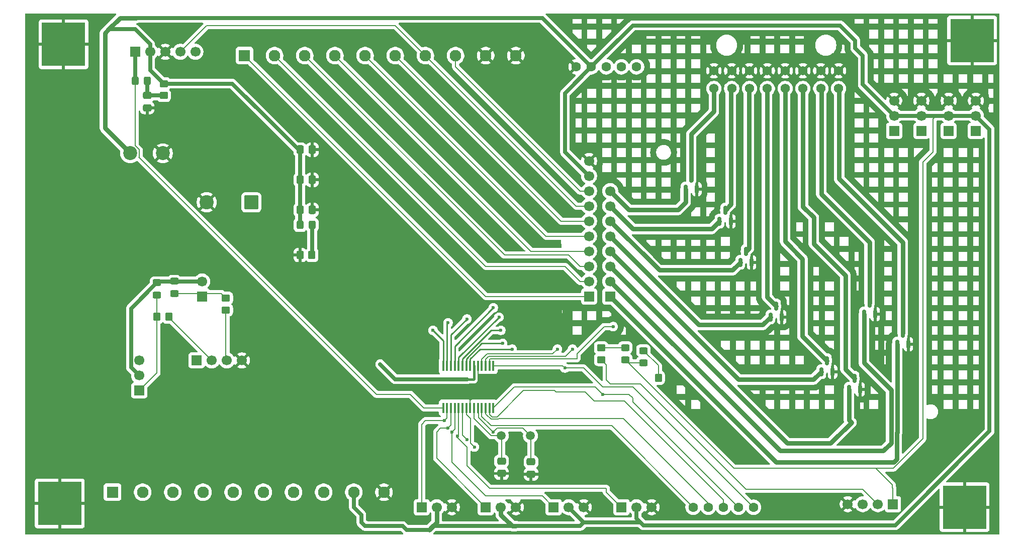
<source format=gbr>
%TF.GenerationSoftware,KiCad,Pcbnew,9.0.6*%
%TF.CreationDate,2025-11-21T14:30:57-07:00*%
%TF.ProjectId,FloodingPICPCB,466c6f6f-6469-46e6-9750-49435043422e,rev?*%
%TF.SameCoordinates,Original*%
%TF.FileFunction,Copper,L1,Top*%
%TF.FilePolarity,Positive*%
%FSLAX46Y46*%
G04 Gerber Fmt 4.6, Leading zero omitted, Abs format (unit mm)*
G04 Created by KiCad (PCBNEW 9.0.6) date 2025-11-21 14:30:57*
%MOMM*%
%LPD*%
G01*
G04 APERTURE LIST*
G04 Aperture macros list*
%AMRoundRect*
0 Rectangle with rounded corners*
0 $1 Rounding radius*
0 $2 $3 $4 $5 $6 $7 $8 $9 X,Y pos of 4 corners*
0 Add a 4 corners polygon primitive as box body*
4,1,4,$2,$3,$4,$5,$6,$7,$8,$9,$2,$3,0*
0 Add four circle primitives for the rounded corners*
1,1,$1+$1,$2,$3*
1,1,$1+$1,$4,$5*
1,1,$1+$1,$6,$7*
1,1,$1+$1,$8,$9*
0 Add four rect primitives between the rounded corners*
20,1,$1+$1,$2,$3,$4,$5,0*
20,1,$1+$1,$4,$5,$6,$7,0*
20,1,$1+$1,$6,$7,$8,$9,0*
20,1,$1+$1,$8,$9,$2,$3,0*%
G04 Aperture macros list end*
%TA.AperFunction,ComponentPad*%
%ADD10R,1.700000X1.700000*%
%TD*%
%TA.AperFunction,ComponentPad*%
%ADD11C,1.700000*%
%TD*%
%TA.AperFunction,ComponentPad*%
%ADD12C,1.500000*%
%TD*%
%TA.AperFunction,ComponentPad*%
%ADD13R,7.366000X7.366000*%
%TD*%
%TA.AperFunction,ComponentPad*%
%ADD14R,1.950000X1.950000*%
%TD*%
%TA.AperFunction,ComponentPad*%
%ADD15C,1.950000*%
%TD*%
%TA.AperFunction,ComponentPad*%
%ADD16C,1.600200*%
%TD*%
%TA.AperFunction,SMDPad,CuDef*%
%ADD17RoundRect,0.150000X0.150000X-0.587500X0.150000X0.587500X-0.150000X0.587500X-0.150000X-0.587500X0*%
%TD*%
%TA.AperFunction,SMDPad,CuDef*%
%ADD18RoundRect,0.250000X-0.450000X0.325000X-0.450000X-0.325000X0.450000X-0.325000X0.450000X0.325000X0*%
%TD*%
%TA.AperFunction,SMDPad,CuDef*%
%ADD19RoundRect,0.250000X-0.350000X-0.450000X0.350000X-0.450000X0.350000X0.450000X-0.350000X0.450000X0*%
%TD*%
%TA.AperFunction,SMDPad,CuDef*%
%ADD20RoundRect,0.250000X-0.450000X0.350000X-0.450000X-0.350000X0.450000X-0.350000X0.450000X0.350000X0*%
%TD*%
%TA.AperFunction,ComponentPad*%
%ADD21RoundRect,0.250000X-0.450000X0.350000X-0.450000X-0.350000X0.450000X-0.350000X0.450000X0.350000X0*%
%TD*%
%TA.AperFunction,SMDPad,CuDef*%
%ADD22R,0.450000X1.800000*%
%TD*%
%TA.AperFunction,SMDPad,CuDef*%
%ADD23RoundRect,0.250000X0.350000X0.450000X-0.350000X0.450000X-0.350000X-0.450000X0.350000X-0.450000X0*%
%TD*%
%TA.AperFunction,ComponentPad*%
%ADD24C,2.362200*%
%TD*%
%TA.AperFunction,SMDPad,CuDef*%
%ADD25RoundRect,0.250000X-0.475000X0.337500X-0.475000X-0.337500X0.475000X-0.337500X0.475000X0.337500X0*%
%TD*%
%TA.AperFunction,SMDPad,CuDef*%
%ADD26RoundRect,0.250000X0.450000X-0.325000X0.450000X0.325000X-0.450000X0.325000X-0.450000X-0.325000X0*%
%TD*%
%TA.AperFunction,SMDPad,CuDef*%
%ADD27RoundRect,0.250000X-0.337500X-0.475000X0.337500X-0.475000X0.337500X0.475000X-0.337500X0.475000X0*%
%TD*%
%TA.AperFunction,ComponentPad*%
%ADD28C,1.574800*%
%TD*%
%TA.AperFunction,ComponentPad*%
%ADD29RoundRect,0.250001X0.949999X0.949999X-0.949999X0.949999X-0.949999X-0.949999X0.949999X-0.949999X0*%
%TD*%
%TA.AperFunction,ComponentPad*%
%ADD30C,2.400000*%
%TD*%
%TA.AperFunction,SMDPad,CuDef*%
%ADD31RoundRect,0.250000X0.325000X0.450000X-0.325000X0.450000X-0.325000X-0.450000X0.325000X-0.450000X0*%
%TD*%
%TA.AperFunction,ComponentPad*%
%ADD32RoundRect,0.250000X-0.475000X0.337500X-0.475000X-0.337500X0.475000X-0.337500X0.475000X0.337500X0*%
%TD*%
%TA.AperFunction,SMDPad,CuDef*%
%ADD33RoundRect,0.250000X-0.325000X-0.450000X0.325000X-0.450000X0.325000X0.450000X-0.325000X0.450000X0*%
%TD*%
%TA.AperFunction,ComponentPad*%
%ADD34RoundRect,0.250000X0.350000X0.450000X-0.350000X0.450000X-0.350000X-0.450000X0.350000X-0.450000X0*%
%TD*%
%TA.AperFunction,ViaPad*%
%ADD35C,0.600000*%
%TD*%
%TA.AperFunction,Conductor*%
%ADD36C,0.762000*%
%TD*%
%TA.AperFunction,Conductor*%
%ADD37C,0.635000*%
%TD*%
%TA.AperFunction,Conductor*%
%ADD38C,0.200000*%
%TD*%
%TA.AperFunction,Conductor*%
%ADD39C,0.381000*%
%TD*%
%TA.AperFunction,Conductor*%
%ADD40C,0.254000*%
%TD*%
G04 APERTURE END LIST*
D10*
%TO.P,J2,1*%
%TO.N,Net-(D5-K)*%
X110490000Y-32385000D03*
D11*
%TO.P,J2,2*%
%TO.N,+3.3V*%
X113030000Y-32385000D03*
%TO.P,J2,3*%
%TO.N,GND*%
X115570000Y-32385000D03*
%TO.P,J2,4*%
%TO.N,RB6*%
X118110000Y-32385000D03*
%TO.P,J2,5*%
%TO.N,RB7*%
X120650000Y-32385000D03*
%TD*%
D12*
%TO.P,Y1,1,1*%
%TO.N,RA6*%
X177065000Y-97155000D03*
%TO.P,Y1,2,2*%
%TO.N,RA7*%
X172185000Y-97155000D03*
%TD*%
D13*
%TO.P,REF\u002A\u002A,1*%
%TO.N,GND*%
X250190000Y-109220000D03*
%TD*%
D14*
%TO.P,J3,1*%
%TO.N,RA0*%
X106680000Y-106680000D03*
D15*
%TO.P,J3,2*%
%TO.N,RA1*%
X111760000Y-106680000D03*
%TO.P,J3,3*%
%TO.N,RA2*%
X116840000Y-106680000D03*
%TO.P,J3,4*%
%TO.N,RA3*%
X121920000Y-106680000D03*
%TO.P,J3,5*%
%TO.N,RA4*%
X127000000Y-106680000D03*
%TO.P,J3,6*%
%TO.N,RA5*%
X132080000Y-106680000D03*
%TO.P,J3,7*%
%TO.N,RA6*%
X137160000Y-106680000D03*
%TO.P,J3,8*%
%TO.N,RA7*%
X142240000Y-106680000D03*
%TO.P,J3,9*%
%TO.N,+3.3V*%
X147320000Y-106680000D03*
%TO.P,J3,10*%
%TO.N,GND*%
X152400000Y-106680000D03*
%TD*%
D16*
%TO.P,J19,1*%
%TO.N,RC5*%
X194945000Y-34925000D03*
%TO.P,J19,2*%
%TO.N,RC6*%
X192405000Y-34925000D03*
%TO.P,J19,3*%
%TO.N,RC7*%
X189865000Y-34925000D03*
%TO.P,J19,4*%
%TO.N,+3.3V*%
X187325000Y-34925000D03*
%TO.P,J19,5*%
%TO.N,GND*%
X184785000Y-34925000D03*
%TD*%
D10*
%TO.P,J12,1*%
%TO.N,RC0*%
X252095000Y-45720000D03*
D11*
%TO.P,J12,2*%
%TO.N,+3.3V*%
X252095000Y-43180000D03*
%TO.P,J12,3*%
%TO.N,GND*%
X252095000Y-40640000D03*
%TD*%
D13*
%TO.P,GND,1*%
%TO.N,GND*%
X98425000Y-31115000D03*
%TD*%
D17*
%TO.P,Q6,1,G*%
%TO.N,Net-(Q6-G)*%
X203200000Y-55547500D03*
%TO.P,Q6,2,S*%
%TO.N,GND*%
X205100000Y-55547500D03*
%TO.P,Q6,3,D*%
%TO.N,+24V 2A Max7*%
X204150000Y-53672500D03*
%TD*%
D10*
%TO.P,I\u00B2C1,1*%
%TO.N,+3.3V*%
X120850000Y-84455000D03*
D11*
%TO.P,I\u00B2C1,2*%
%TO.N,RC3*%
X123390000Y-84455000D03*
%TO.P,I\u00B2C1,3*%
%TO.N,RC4*%
X125930000Y-84455000D03*
%TO.P,I\u00B2C1,4*%
%TO.N,GND*%
X128470000Y-84455000D03*
%TD*%
D18*
%TO.P,D1,1,K*%
%TO.N,Net-(D1-K)*%
X196088000Y-82795000D03*
%TO.P,D1,2,A*%
%TO.N,+3.3V*%
X196088000Y-84845000D03*
%TD*%
D10*
%TO.P,JP1,1,A*%
%TO.N,Net-(D3-K)*%
X121775000Y-73665000D03*
D11*
%TO.P,JP1,2,B*%
%TO.N,+3.3V*%
X121775000Y-71125000D03*
%TD*%
D19*
%TO.P,R4,1*%
%TO.N,Net-(D4-K)*%
X114155000Y-77089000D03*
%TO.P,R4,2*%
%TO.N,RC3*%
X116155000Y-77089000D03*
%TD*%
D20*
%TO.P,R2,1*%
%TO.N,Net-(D2-K)*%
X188976000Y-82312000D03*
D21*
%TO.P,R2,2*%
%TO.N,RC6*%
X188976000Y-84312000D03*
%TD*%
D10*
%TO.P,J9,1*%
%TO.N,RA2*%
X180975000Y-109220000D03*
D11*
%TO.P,J9,2*%
%TO.N,+3.3V*%
X183515000Y-109220000D03*
%TO.P,J9,3*%
%TO.N,GND*%
X186055000Y-109220000D03*
%TD*%
D10*
%TO.P,J17,1*%
%TO.N,Net-(Q1-G)*%
X190500000Y-73660000D03*
D11*
%TO.P,J17,2*%
%TO.N,Net-(Q7-G)*%
X190500000Y-71120000D03*
%TO.P,J17,3*%
%TO.N,Net-(Q3-G)*%
X190500000Y-68580000D03*
%TO.P,J17,4*%
%TO.N,Net-(Q5-G)*%
X190500000Y-66040000D03*
%TO.P,J17,5*%
%TO.N,Net-(Q4-G)*%
X190500000Y-63500000D03*
%TO.P,J17,6*%
%TO.N,Net-(Q8-G)*%
X190500000Y-60960000D03*
%TO.P,J17,7*%
%TO.N,Net-(Q2-G)*%
X190500000Y-58420000D03*
%TO.P,J17,8*%
%TO.N,Net-(Q6-G)*%
X190500000Y-55880000D03*
%TD*%
D22*
%TO.P,U1,1,RE3/~{MCLR}/V_{PP}*%
%TO.N,Net-(D5-K)*%
X162380000Y-92450000D03*
%TO.P,U1,2,RA0*%
%TO.N,RA0*%
X163030000Y-92450000D03*
%TO.P,U1,3,RA1*%
%TO.N,RA1*%
X163680000Y-92450000D03*
%TO.P,U1,4,RA2*%
%TO.N,RA2*%
X164330000Y-92450000D03*
%TO.P,U1,5,RA3*%
%TO.N,RA3*%
X164980000Y-92450000D03*
%TO.P,U1,6,RA4*%
%TO.N,RA4*%
X165630000Y-92450000D03*
%TO.P,U1,7,RA5*%
%TO.N,RA5*%
X166280000Y-92450000D03*
%TO.P,U1,8,V_{SS}*%
%TO.N,GND*%
X166930000Y-92450000D03*
%TO.P,U1,9,RA7*%
%TO.N,RA7*%
X167580000Y-92450000D03*
%TO.P,U1,10,RA6*%
%TO.N,RA6*%
X168230000Y-92450000D03*
%TO.P,U1,11,RC0*%
%TO.N,RC0*%
X168880000Y-92450000D03*
%TO.P,U1,12,RC1*%
%TO.N,RC1*%
X169530000Y-92450000D03*
%TO.P,U1,13,RC2*%
%TO.N,RC2*%
X170180000Y-92450000D03*
%TO.P,U1,14,RC3*%
%TO.N,RC3*%
X170830000Y-92450000D03*
%TO.P,U1,15,RC4*%
%TO.N,RC4*%
X170830000Y-85350000D03*
%TO.P,U1,16,RC5*%
%TO.N,RC5*%
X170180000Y-85350000D03*
%TO.P,U1,17,RC6*%
%TO.N,RC6*%
X169530000Y-85350000D03*
%TO.P,U1,18,RC7*%
%TO.N,RC7*%
X168880000Y-85350000D03*
%TO.P,U1,19,V_{SS}*%
%TO.N,GND*%
X168230000Y-85350000D03*
%TO.P,U1,20,V_{DD}*%
%TO.N,+3.3V*%
X167580000Y-85350000D03*
%TO.P,U1,21,RB0*%
%TO.N,RB0*%
X166930000Y-85350000D03*
%TO.P,U1,22,RB1*%
%TO.N,RB1*%
X166280000Y-85350000D03*
%TO.P,U1,23,RB2*%
%TO.N,RB2*%
X165630000Y-85350000D03*
%TO.P,U1,24,RB3*%
%TO.N,RB3*%
X164980000Y-85350000D03*
%TO.P,U1,25,RB4*%
%TO.N,RB4*%
X164330000Y-85350000D03*
%TO.P,U1,26,RB5*%
%TO.N,RB5*%
X163680000Y-85350000D03*
%TO.P,U1,27,ICSPCLK/RB6*%
%TO.N,RB6*%
X163030000Y-85350000D03*
%TO.P,U1,28,ICSPDAT/RB7*%
%TO.N,RB7*%
X162380000Y-85350000D03*
%TD*%
D23*
%TO.P,R6,1*%
%TO.N,Net-(D6-K)*%
X140265000Y-66675000D03*
%TO.P,R6,2*%
%TO.N,GND*%
X138265000Y-66675000D03*
%TD*%
D10*
%TO.P,J1,1*%
%TO.N,+3.3V*%
X238125000Y-108712000D03*
D11*
%TO.P,J1,2*%
%TO.N,RC6*%
X235585000Y-108712000D03*
%TO.P,J1,3*%
%TO.N,RC7*%
X233045000Y-108712000D03*
%TO.P,J1,4*%
%TO.N,GND*%
X230505000Y-108712000D03*
%TD*%
D17*
%TO.P,Q8,1,G*%
%TO.N,Net-(Q8-G)*%
X212410000Y-67915000D03*
%TO.P,Q8,2,S*%
%TO.N,GND*%
X214310000Y-67915000D03*
%TO.P,Q8,3,D*%
%TO.N,+24V 2A Max5*%
X213360000Y-66040000D03*
%TD*%
D10*
%TO.P,J13,1*%
%TO.N,RC1*%
X247505000Y-45720000D03*
D11*
%TO.P,J13,2*%
%TO.N,+3.3V*%
X247505000Y-43180000D03*
%TO.P,J13,3*%
%TO.N,GND*%
X247505000Y-40640000D03*
%TD*%
D17*
%TO.P,Q3,1,G*%
%TO.N,Net-(Q3-G)*%
X230698000Y-89329500D03*
%TO.P,Q3,2,S*%
%TO.N,GND*%
X232598000Y-89329500D03*
%TO.P,Q3,3,D*%
%TO.N,+24V 2A Max2*%
X231648000Y-87454500D03*
%TD*%
D24*
%TO.P,J11,1*%
%TO.N,+3.3V*%
X109660850Y-49504600D03*
%TO.P,J11,2*%
%TO.N,GND*%
X115160849Y-49504600D03*
%TD*%
D25*
%TO.P,C1,1*%
%TO.N,Net-(D5-A)*%
X112522000Y-39754900D03*
%TO.P,C1,2*%
%TO.N,GND*%
X112522000Y-41829900D03*
%TD*%
D17*
%TO.P,Q7,1,G*%
%TO.N,Net-(Q7-G)*%
X233238000Y-76629500D03*
%TO.P,Q7,2,S*%
%TO.N,GND*%
X235138000Y-76629500D03*
%TO.P,Q7,3,D*%
%TO.N,+24V 2A Max1*%
X234188000Y-74754500D03*
%TD*%
D10*
%TO.P,J14,1*%
%TO.N,RC2*%
X242915000Y-45720000D03*
D11*
%TO.P,J14,2*%
%TO.N,+3.3V*%
X242915000Y-43180000D03*
%TO.P,J14,3*%
%TO.N,GND*%
X242915000Y-40640000D03*
%TD*%
D17*
%TO.P,Q5,1,G*%
%TO.N,Net-(Q5-G)*%
X226060000Y-86360000D03*
%TO.P,Q5,2,S*%
%TO.N,GND*%
X227960000Y-86360000D03*
%TO.P,Q5,3,D*%
%TO.N,+24V 2A Max3*%
X227010000Y-84485000D03*
%TD*%
D10*
%TO.P,J15,1*%
%TO.N,RC3*%
X238325000Y-45720000D03*
D11*
%TO.P,J15,2*%
%TO.N,+3.3V*%
X238325000Y-43180000D03*
%TO.P,J15,3*%
%TO.N,GND*%
X238325000Y-40640000D03*
%TD*%
D20*
%TO.P,R3,1*%
%TO.N,Net-(D3-K)*%
X125785000Y-73930000D03*
D21*
%TO.P,R3,2*%
%TO.N,RC4*%
X125785000Y-75930000D03*
%TD*%
D14*
%TO.P,J5,1,Pin_1*%
%TO.N,RB0*%
X128905000Y-33020000D03*
D15*
%TO.P,J5,2,Pin_2*%
%TO.N,RB1*%
X133985000Y-33020000D03*
%TO.P,J5,3,Pin_3*%
%TO.N,RB2*%
X139065000Y-33020000D03*
%TO.P,J5,4,Pin_4*%
%TO.N,RB3*%
X144145000Y-33020000D03*
%TO.P,J5,5,Pin_5*%
%TO.N,RB4*%
X149225000Y-33020000D03*
%TO.P,J5,6,Pin_6*%
%TO.N,RB5*%
X154305000Y-33020000D03*
%TO.P,J5,7,Pin_7*%
%TO.N,RB6*%
X159385000Y-33020000D03*
%TO.P,J5,8,Pin_8*%
%TO.N,RB7*%
X164465000Y-33020000D03*
%TO.P,J5,9,Pin_9*%
%TO.N,GND*%
X169545000Y-33020000D03*
%TO.P,J5,10,Pin_10*%
X174625000Y-33020000D03*
%TD*%
D10*
%TO.P,J4,1*%
%TO.N,RA0*%
X158750000Y-109220000D03*
D11*
%TO.P,J4,2*%
%TO.N,+3.3V*%
X161290000Y-109220000D03*
%TO.P,J4,3*%
%TO.N,GND*%
X163830000Y-109220000D03*
%TD*%
D26*
%TO.P,D4,1,K*%
%TO.N,Net-(D4-K)*%
X114155000Y-73406000D03*
%TO.P,D4,2,A*%
%TO.N,+3.3V*%
X114155000Y-71356000D03*
%TD*%
D10*
%TO.P,J6,1*%
%TO.N,RB0*%
X186944000Y-73660000D03*
D11*
%TO.P,J6,2*%
%TO.N,RB1*%
X186944000Y-71120000D03*
%TO.P,J6,3*%
%TO.N,RB2*%
X186944000Y-68580000D03*
%TO.P,J6,4*%
%TO.N,RB3*%
X186944000Y-66040000D03*
%TO.P,J6,5*%
%TO.N,RB4*%
X186944000Y-63500000D03*
%TO.P,J6,6*%
%TO.N,RB5*%
X186944000Y-60960000D03*
%TO.P,J6,7*%
%TO.N,RB6*%
X186944000Y-58420000D03*
%TO.P,J6,8*%
%TO.N,RB7*%
X186944000Y-55880000D03*
%TO.P,J6,9*%
%TO.N,+3.3V*%
X186944000Y-53340000D03*
%TO.P,J6,10*%
%TO.N,GND*%
X186944000Y-50800000D03*
%TD*%
D18*
%TO.P,D2,1,K*%
%TO.N,Net-(D2-K)*%
X193040000Y-82287000D03*
%TO.P,D2,2,A*%
%TO.N,+3.3V*%
X193040000Y-84337000D03*
%TD*%
D27*
%TO.P,C5,1*%
%TO.N,+3.3V*%
X138260000Y-53975000D03*
%TO.P,C5,2*%
%TO.N,GND*%
X140335000Y-53975000D03*
%TD*%
D17*
%TO.P,Q4,1,G*%
%TO.N,Net-(Q4-G)*%
X217490000Y-77137500D03*
%TO.P,Q4,2,S*%
%TO.N,GND*%
X219390000Y-77137500D03*
%TO.P,Q4,3,D*%
%TO.N,+24V 2A Max4*%
X218440000Y-75262500D03*
%TD*%
D28*
%TO.P,J18,1,1*%
%TO.N,GND*%
X207965403Y-35584301D03*
%TO.P,J18,2,2*%
X210965402Y-35584301D03*
%TO.P,J18,3,3*%
X213965401Y-35584301D03*
%TO.P,J18,4,4*%
X216965401Y-35584301D03*
%TO.P,J18,5,5*%
X219965400Y-35584301D03*
%TO.P,J18,6,6*%
X222965399Y-35584301D03*
%TO.P,J18,7,7*%
X225965398Y-35584301D03*
%TO.P,J18,8,8*%
X228965397Y-35584301D03*
%TO.P,J18,9,9*%
%TO.N,+24V 2A Max7*%
X207965403Y-38584300D03*
%TO.P,J18,10,10*%
%TO.N,+24V 2A Max6*%
X210965402Y-38584300D03*
%TO.P,J18,11,11*%
%TO.N,+24V 2A Max5*%
X213965401Y-38584300D03*
%TO.P,J18,12,12*%
%TO.N,+24V 2A Max4*%
X216965401Y-38584300D03*
%TO.P,J18,13,13*%
%TO.N,+24V 2A Max3*%
X219965400Y-38584300D03*
%TO.P,J18,14,14*%
%TO.N,+24V 2A Max2*%
X222965399Y-38584300D03*
%TO.P,J18,15,15*%
%TO.N,+24V 2A Max1*%
X225965398Y-38584300D03*
%TO.P,J18,16,16*%
%TO.N,+24V 2A Max*%
X228965397Y-38584300D03*
%TD*%
D17*
%TO.P,Q1,1,G*%
%TO.N,Net-(Q1-G)*%
X238826000Y-81709500D03*
%TO.P,Q1,2,S*%
%TO.N,GND*%
X240726000Y-81709500D03*
%TO.P,Q1,3,D*%
%TO.N,+24V 2A Max*%
X239776000Y-79834500D03*
%TD*%
D29*
%TO.P,C7,1*%
%TO.N,+3.3V*%
X130055000Y-57785000D03*
D30*
%TO.P,C7,2*%
%TO.N,GND*%
X122555000Y-57785000D03*
%TD*%
D20*
%TO.P,R5,1*%
%TO.N,+3.3V*%
X115316000Y-37760400D03*
%TO.P,R5,2*%
%TO.N,Net-(D5-A)*%
X115316000Y-39760400D03*
%TD*%
D27*
%TO.P,C4,1*%
%TO.N,+3.3V*%
X138260000Y-59055000D03*
%TO.P,C4,2*%
%TO.N,GND*%
X140335000Y-59055000D03*
%TD*%
D31*
%TO.P,D6,1,K*%
%TO.N,Net-(D6-K)*%
X140322500Y-61595000D03*
%TO.P,D6,2,A*%
%TO.N,+3.3V*%
X138272500Y-61595000D03*
%TD*%
D26*
%TO.P,D3,1,K*%
%TO.N,Net-(D3-K)*%
X117076000Y-73152000D03*
%TO.P,D3,2,A*%
%TO.N,+3.3V*%
X117076000Y-71102000D03*
%TD*%
D10*
%TO.P,JP2,1,A*%
%TO.N,Net-(D4-K)*%
X111180000Y-89535000D03*
D11*
%TO.P,JP2,2,B*%
%TO.N,+3.3V*%
X111180000Y-86995000D03*
%TO.P,JP2,3*%
%TO.N,N/C*%
X111180000Y-84455000D03*
%TD*%
D10*
%TO.P,J10,1*%
%TO.N,RA3*%
X192405000Y-109220000D03*
D11*
%TO.P,J10,2*%
%TO.N,+3.3V*%
X194945000Y-109220000D03*
%TO.P,J10,3*%
%TO.N,GND*%
X197485000Y-109220000D03*
%TD*%
D13*
%TO.P,REF\u002A\u002A,1*%
%TO.N,GND*%
X97790000Y-108585000D03*
%TD*%
D25*
%TO.P,C2,1*%
%TO.N,RA6*%
X177165000Y-101578500D03*
%TO.P,C2,2*%
%TO.N,GND*%
X177165000Y-103653500D03*
%TD*%
D32*
%TO.P,C3,1*%
%TO.N,RA7*%
X172212000Y-101451500D03*
D25*
%TO.P,C3,2*%
%TO.N,GND*%
X172212000Y-103526500D03*
%TD*%
D27*
%TO.P,C6,1*%
%TO.N,+3.3V*%
X138260000Y-48895000D03*
%TO.P,C6,2*%
%TO.N,GND*%
X140335000Y-48895000D03*
%TD*%
D13*
%TO.P,REF\u002A\u002A,1*%
%TO.N,GND*%
X251460000Y-30480000D03*
%TD*%
D33*
%TO.P,D5,1,K*%
%TO.N,Net-(D5-K)*%
X110481000Y-37236400D03*
%TO.P,D5,2,A*%
%TO.N,Net-(D5-A)*%
X112531000Y-37236400D03*
%TD*%
D17*
%TO.P,Q2,1,G*%
%TO.N,Net-(Q2-G)*%
X208920000Y-60960000D03*
%TO.P,Q2,2,S*%
%TO.N,GND*%
X210820000Y-60960000D03*
%TO.P,Q2,3,D*%
%TO.N,+24V 2A Max6*%
X209870000Y-59085000D03*
%TD*%
D10*
%TO.P,J7,1*%
%TO.N,RA1*%
X169545000Y-109220000D03*
D11*
%TO.P,J7,2*%
%TO.N,+3.3V*%
X172085000Y-109220000D03*
%TO.P,J7,3*%
%TO.N,GND*%
X174625000Y-109220000D03*
%TD*%
D34*
%TO.P,R1,1*%
%TO.N,Net-(D1-K)*%
X198612000Y-87376000D03*
%TD*%
D16*
%TO.P,J8,1*%
%TO.N,RC0*%
X204470000Y-109220000D03*
%TO.P,J8,2*%
%TO.N,RC1*%
X207010000Y-109220000D03*
%TO.P,J8,3*%
%TO.N,RC2*%
X209550000Y-109220000D03*
%TO.P,J8,4*%
%TO.N,RC3*%
X212090000Y-109220000D03*
%TO.P,J8,5*%
%TO.N,RC4*%
X214630000Y-109220000D03*
%TD*%
D35*
%TO.N,+3.3V*%
X151765000Y-85090000D03*
X132915000Y-43815000D03*
%TO.N,RC4*%
X182880000Y-85725000D03*
%TO.N,RC3*%
X189230000Y-90170000D03*
%TO.N,RC7*%
X181610000Y-82550000D03*
%TO.N,RC6*%
X184150000Y-82550000D03*
%TO.N,RB6*%
X163195000Y-78105000D03*
%TO.N,RB7*%
X160655000Y-79375000D03*
%TO.N,RA4*%
X166370000Y-97790000D03*
%TO.N,RA0*%
X162560000Y-94615000D03*
%TO.N,RA6*%
X170815000Y-96520000D03*
%TO.N,RA5*%
X167640000Y-99060000D03*
%TO.N,RB4*%
X170815000Y-75565000D03*
%TO.N,RB5*%
X166370000Y-77470000D03*
%TO.N,RB0*%
X173990000Y-82550000D03*
%TO.N,RB2*%
X172085000Y-79375000D03*
%TO.N,RB1*%
X172402500Y-81597500D03*
%TO.N,RB3*%
X171767500Y-77152500D03*
%TO.N,RC5*%
X191008000Y-78740000D03*
%TO.N,GND*%
X167640000Y-89916000D03*
%TO.N,RA2*%
X163830000Y-96520000D03*
%TO.N,RA1*%
X163195000Y-95885000D03*
%TO.N,RA3*%
X164782500Y-97190000D03*
%TD*%
D36*
%TO.N,+24V 2A Max1*%
X226060000Y-56388000D02*
X234188000Y-64516000D01*
X234188000Y-64516000D02*
X234188000Y-74754500D01*
X226060000Y-38678902D02*
X226060000Y-56388000D01*
X225965398Y-38584300D02*
X226060000Y-38678902D01*
%TO.N,+24V 2A Max3*%
X222885000Y-67310000D02*
X222885000Y-80360000D01*
X219964000Y-64389000D02*
X222885000Y-67310000D01*
X219965400Y-38584300D02*
X219964000Y-38585700D01*
X219964000Y-38585700D02*
X219964000Y-64389000D01*
X222885000Y-80360000D02*
X227010000Y-84485000D01*
%TO.N,+24V 2A Max7*%
X207965403Y-42478597D02*
X207965403Y-38584300D01*
X204150000Y-46294000D02*
X207965403Y-42478597D01*
X204150000Y-54005000D02*
X204150000Y-46294000D01*
%TO.N,+24V 2A Max6*%
X210820000Y-58135000D02*
X210820000Y-38729702D01*
X210820000Y-38729702D02*
X210965402Y-38584300D01*
X209870000Y-59085000D02*
X210820000Y-58135000D01*
%TO.N,+24V 2A Max5*%
X213868000Y-38681701D02*
X213868000Y-65532000D01*
X213868000Y-65532000D02*
X213360000Y-66040000D01*
X213965401Y-38584300D02*
X213868000Y-38681701D01*
%TO.N,+24V 2A Max4*%
X216916000Y-73738500D02*
X218440000Y-75262500D01*
X216916000Y-38633701D02*
X216916000Y-73738500D01*
X216965401Y-38584300D02*
X216916000Y-38633701D01*
%TO.N,+24V 2A Max2*%
X230124000Y-70104000D02*
X230124000Y-85930500D01*
X224790000Y-64770000D02*
X230124000Y-70104000D01*
X224790000Y-60325000D02*
X224790000Y-64770000D01*
X222965399Y-58500399D02*
X224790000Y-60325000D01*
X230124000Y-85930500D02*
X231648000Y-87454500D01*
X222965399Y-38584300D02*
X222965399Y-58500399D01*
D37*
%TO.N,+3.3V*%
X231775000Y-31750000D02*
X233045000Y-33020000D01*
X231775000Y-30480000D02*
X231775000Y-31750000D01*
X229235000Y-27940000D02*
X231775000Y-30480000D01*
X194310000Y-27940000D02*
X229235000Y-27940000D01*
X233045000Y-33020000D02*
X233045000Y-37900000D01*
X187325000Y-34925000D02*
X194310000Y-27940000D01*
X233045000Y-37900000D02*
X238325000Y-43180000D01*
D36*
%TO.N,+24V 2A Max*%
X229059999Y-53799999D02*
X239776000Y-64516000D01*
X239776000Y-64516000D02*
X239776000Y-79834500D01*
X229059999Y-38678902D02*
X229059999Y-53799999D01*
X228965397Y-38584300D02*
X229059999Y-38678902D01*
D38*
%TO.N,Net-(D5-K)*%
X111142950Y-50118506D02*
X111110728Y-50150728D01*
X156845000Y-90170000D02*
X159125000Y-92450000D01*
X110481000Y-48228744D02*
X111142950Y-48890694D01*
X151130000Y-90170000D02*
X156845000Y-90170000D01*
X110481000Y-37236400D02*
X110481000Y-48228744D01*
X111142950Y-48890694D02*
X111142950Y-50118506D01*
X111110728Y-50150728D02*
X151130000Y-90170000D01*
X159125000Y-92450000D02*
X162380000Y-92450000D01*
D37*
%TO.N,+3.3V*%
X126860400Y-37760400D02*
X132915000Y-43815000D01*
X115316000Y-37760400D02*
X126860400Y-37760400D01*
D38*
%TO.N,RB6*%
X154305000Y-27940000D02*
X159385000Y-33020000D01*
X122555000Y-27940000D02*
X154305000Y-27940000D01*
X118110000Y-32385000D02*
X122555000Y-27940000D01*
D37*
%TO.N,+3.3V*%
X113030000Y-31115000D02*
X110490000Y-28575000D01*
X110490000Y-28575000D02*
X106045000Y-28575000D01*
X113030000Y-32385000D02*
X113030000Y-31115000D01*
D36*
X106045000Y-28575000D02*
X107950000Y-26670000D01*
D37*
X179070000Y-26670000D02*
X110718600Y-26670000D01*
D36*
X107950000Y-26670000D02*
X110718600Y-26670000D01*
X105410000Y-29210000D02*
X106045000Y-28575000D01*
X105410000Y-45253750D02*
X105410000Y-29210000D01*
X109660850Y-49504600D02*
X105410000Y-45253750D01*
D38*
%TO.N,RA0*%
X159385000Y-94615000D02*
X162560000Y-94615000D01*
X158750000Y-109220000D02*
X158750000Y-95250000D01*
X158750000Y-95250000D02*
X159385000Y-94615000D01*
%TO.N,RC1*%
X169530000Y-93467100D02*
X169530000Y-92450000D01*
X169654000Y-93591100D02*
X169530000Y-93467100D01*
X169654000Y-93651000D02*
X169654000Y-93591100D01*
X170443900Y-94381000D02*
X169713900Y-93651000D01*
X171616100Y-94381000D02*
X170443900Y-94381000D01*
X171699600Y-94297500D02*
X171616100Y-94381000D01*
X192722500Y-94297500D02*
X171699600Y-94297500D01*
X207010000Y-108585000D02*
X192722500Y-94297500D01*
X169713900Y-93651000D02*
X169654000Y-93651000D01*
X207010000Y-109220000D02*
X207010000Y-108585000D01*
%TO.N,RC4*%
X186055000Y-85725000D02*
X182880000Y-85725000D01*
X189230000Y-88900000D02*
X186055000Y-85725000D01*
X194310000Y-88900000D02*
X189230000Y-88900000D01*
X214630000Y-109220000D02*
X194310000Y-88900000D01*
%TO.N,RC3*%
X193675000Y-90170000D02*
X189230000Y-90170000D01*
X194310000Y-91440000D02*
X194310000Y-90805000D01*
X194310000Y-90805000D02*
X193675000Y-90170000D01*
X212090000Y-109220000D02*
X194310000Y-91440000D01*
%TO.N,RC2*%
X209550000Y-107950000D02*
X192871000Y-91271000D01*
X209550000Y-109220000D02*
X209550000Y-107950000D01*
D37*
%TO.N,+3.3V*%
X196088000Y-112268000D02*
X195580000Y-111760000D01*
X238506000Y-112268000D02*
X196088000Y-112268000D01*
X254391500Y-96382500D02*
X238506000Y-112268000D01*
X252095000Y-43180000D02*
X254391500Y-45476500D01*
X254391500Y-45476500D02*
X254391500Y-96382500D01*
X194945000Y-111125000D02*
X194945000Y-109220000D01*
X195580000Y-111760000D02*
X194945000Y-111125000D01*
D38*
%TO.N,RA3*%
X189865000Y-106680000D02*
X192405000Y-109220000D01*
X189865000Y-106045000D02*
X189865000Y-106680000D01*
D37*
%TO.N,+3.3V*%
X185420000Y-112395000D02*
X186055000Y-111760000D01*
X160655000Y-112395000D02*
X185420000Y-112395000D01*
X160020000Y-113030000D02*
X160655000Y-112395000D01*
X186055000Y-111760000D02*
X183515000Y-109220000D01*
X195580000Y-111760000D02*
X186055000Y-111760000D01*
D38*
%TO.N,RA2*%
X179070000Y-107315000D02*
X180975000Y-109220000D01*
X169545000Y-107315000D02*
X179070000Y-107315000D01*
X163830000Y-101600000D02*
X169545000Y-107315000D01*
X163830000Y-96520000D02*
X163830000Y-101600000D01*
D36*
%TO.N,+3.3V*%
X172085000Y-110490000D02*
X173990000Y-112395000D01*
X173990000Y-112395000D02*
X174625000Y-112395000D01*
X172085000Y-109220000D02*
X172085000Y-110490000D01*
X161290000Y-109220000D02*
X161290000Y-111760000D01*
X161290000Y-111760000D02*
X160020000Y-113030000D01*
D37*
X147320000Y-109220000D02*
X147320000Y-106680000D01*
X148590000Y-111760000D02*
X148590000Y-110490000D01*
X148590000Y-110490000D02*
X147320000Y-109220000D01*
X149225000Y-112395000D02*
X148590000Y-111760000D01*
X155575000Y-112395000D02*
X149225000Y-112395000D01*
X156210000Y-113030000D02*
X155575000Y-112395000D01*
X160020000Y-113030000D02*
X156210000Y-113030000D01*
%TO.N,Net-(D5-A)*%
X112531000Y-39745900D02*
X112522000Y-39754900D01*
X112531000Y-37236400D02*
X112531000Y-39745900D01*
X115316000Y-39760400D02*
X112527500Y-39760400D01*
X112527500Y-39760400D02*
X112522000Y-39754900D01*
D39*
%TO.N,+3.3V*%
X167520000Y-87630000D02*
X167580000Y-87570000D01*
D37*
X109811500Y-75699500D02*
X114155000Y-71356000D01*
D38*
X235204000Y-102616000D02*
X237998000Y-105410000D01*
X196088000Y-84845000D02*
X193548000Y-84845000D01*
D37*
X138260000Y-48895000D02*
X138260000Y-49160000D01*
D38*
X235204000Y-102616000D02*
X238200494Y-102616000D01*
D37*
X182880000Y-39370000D02*
X187325000Y-34925000D01*
X138260000Y-49160000D02*
X138272500Y-49172500D01*
X182880000Y-49276000D02*
X182880000Y-39370000D01*
X137995000Y-48895000D02*
X132915000Y-43815000D01*
X186944000Y-53340000D02*
X182880000Y-49276000D01*
D38*
X193548000Y-84845000D02*
X193040000Y-84337000D01*
D37*
X113030000Y-32385000D02*
X113030000Y-35474400D01*
D38*
X211319000Y-102616000D02*
X235204000Y-102616000D01*
X243145000Y-50987000D02*
X244856000Y-49276000D01*
X243145000Y-97671494D02*
X243145000Y-50987000D01*
X244856000Y-49276000D02*
X244856000Y-43688000D01*
X238125000Y-106045000D02*
X238125000Y-108712000D01*
D39*
X166370000Y-87630000D02*
X167520000Y-87630000D01*
D37*
X166370000Y-87630000D02*
X154305000Y-87630000D01*
D39*
X167580000Y-87570000D02*
X167580000Y-85350000D01*
D37*
X245364000Y-43180000D02*
X238325000Y-43180000D01*
X109811500Y-85626500D02*
X109811500Y-75699500D01*
X121775000Y-71125000D02*
X114386000Y-71125000D01*
D38*
X238200494Y-102616000D02*
X243145000Y-97671494D01*
D37*
X138260000Y-48895000D02*
X137995000Y-48895000D01*
D38*
X244856000Y-43688000D02*
X245364000Y-43180000D01*
X193040000Y-84337000D02*
X211319000Y-102616000D01*
X237998000Y-105410000D02*
X237998000Y-105918000D01*
X237998000Y-105918000D02*
X238125000Y-106045000D01*
D37*
X111180000Y-86995000D02*
X109811500Y-85626500D01*
X252095000Y-43180000D02*
X245364000Y-43180000D01*
X113030000Y-35474400D02*
X115316000Y-37760400D01*
X138272500Y-49172500D02*
X138272500Y-61595000D01*
X154305000Y-87630000D02*
X151765000Y-85090000D01*
X114386000Y-71125000D02*
X114155000Y-71356000D01*
X187325000Y-34925000D02*
X179070000Y-26670000D01*
D38*
%TO.N,Net-(D1-K)*%
X198612000Y-87376000D02*
X198612000Y-85319000D01*
X198612000Y-85319000D02*
X196088000Y-82795000D01*
%TO.N,Net-(D2-K)*%
X193040000Y-82287000D02*
X189001000Y-82287000D01*
X189001000Y-82287000D02*
X188976000Y-82312000D01*
%TO.N,Net-(D3-K)*%
X117076000Y-73152000D02*
X125007000Y-73152000D01*
X125007000Y-73152000D02*
X125785000Y-73930000D01*
%TO.N,Net-(D4-K)*%
X111180000Y-89535000D02*
X114155000Y-86560000D01*
X114155000Y-86560000D02*
X114155000Y-73406000D01*
D37*
%TO.N,Net-(D5-K)*%
X110490000Y-32385000D02*
X110490000Y-37227400D01*
X110490000Y-37227400D02*
X110481000Y-37236400D01*
%TO.N,Net-(D6-K)*%
X140322500Y-66617500D02*
X140265000Y-66675000D01*
X140322500Y-61595000D02*
X140322500Y-66617500D01*
D38*
%TO.N,RC4*%
X182505000Y-85350000D02*
X182880000Y-85725000D01*
X125785000Y-75930000D02*
X125785000Y-84310000D01*
X125785000Y-84310000D02*
X125930000Y-84455000D01*
X170830000Y-85350000D02*
X182505000Y-85350000D01*
%TO.N,RC3*%
X123390000Y-84455000D02*
X116155000Y-77220000D01*
X170830000Y-92450000D02*
X174380000Y-88900000D01*
X174380000Y-88900000D02*
X187960000Y-88900000D01*
X187960000Y-88900000D02*
X189230000Y-90170000D01*
X116155000Y-77220000D02*
X116155000Y-77089000D01*
%TO.N,RC7*%
X181610000Y-82550000D02*
X180813000Y-83347000D01*
X180813000Y-83347000D02*
X169783000Y-83347000D01*
X168880000Y-84250000D02*
X168880000Y-85350000D01*
X169783000Y-83347000D02*
X168880000Y-84250000D01*
%TO.N,RC6*%
X170032000Y-83748000D02*
X169530000Y-84250000D01*
X188976000Y-84312000D02*
X189877000Y-85213000D01*
X189877000Y-87769000D02*
X190500000Y-88392000D01*
X182952000Y-83748000D02*
X170032000Y-83748000D01*
X169530000Y-84250000D02*
X169530000Y-85350000D01*
X190500000Y-88392000D02*
X195639100Y-88392000D01*
X195639100Y-88392000D02*
X213419100Y-106172000D01*
X184150000Y-82550000D02*
X182952000Y-83748000D01*
X213419100Y-106172000D02*
X233045000Y-106172000D01*
X189877000Y-85213000D02*
X189877000Y-87769000D01*
X233045000Y-106172000D02*
X235585000Y-108712000D01*
%TO.N,RB6*%
X184785000Y-58420000D02*
X186944000Y-58420000D01*
X159385000Y-33020000D02*
X184785000Y-58420000D01*
D40*
X163195000Y-78105000D02*
X163030000Y-78270000D01*
X163030000Y-78270000D02*
X163030000Y-85350000D01*
D38*
%TO.N,RB7*%
X164465000Y-34925000D02*
X185420000Y-55880000D01*
D40*
X160655000Y-79375000D02*
X162380000Y-81100000D01*
D38*
X185420000Y-55880000D02*
X186944000Y-55880000D01*
X164465000Y-33020000D02*
X164465000Y-34925000D01*
D40*
X162380000Y-81100000D02*
X162380000Y-85350000D01*
D38*
%TO.N,RA4*%
X166370000Y-97790000D02*
X165630000Y-97050000D01*
X165630000Y-97050000D02*
X165630000Y-92450000D01*
%TO.N,RA0*%
X162560000Y-94615000D02*
X163030000Y-94145000D01*
X163030000Y-94145000D02*
X163030000Y-92450000D01*
%TO.N,RA6*%
X168230000Y-93300000D02*
X168230000Y-92450000D01*
X171450000Y-95885000D02*
X175795000Y-95885000D01*
X168354000Y-94059000D02*
X168354000Y-93424000D01*
X177165000Y-97890000D02*
X177165000Y-101578500D01*
X175795000Y-95885000D02*
X177065000Y-97155000D01*
X168354000Y-93424000D02*
X168230000Y-93300000D01*
X177065000Y-97790000D02*
X177165000Y-97890000D01*
X170815000Y-96520000D02*
X171450000Y-95885000D01*
X170815000Y-96520000D02*
X168354000Y-94059000D01*
X177065000Y-97155000D02*
X177065000Y-97790000D01*
%TO.N,RA7*%
X172185000Y-97155000D02*
X172185000Y-97590000D01*
X170452100Y-97155000D02*
X167580000Y-94282900D01*
X172185000Y-97590000D02*
X172212000Y-97617000D01*
X167580000Y-94282900D02*
X167580000Y-92450000D01*
X172212000Y-97617000D02*
X172212000Y-101451500D01*
X172185000Y-97155000D02*
X170452100Y-97155000D01*
%TO.N,RA5*%
X167005000Y-98425000D02*
X167005000Y-94275000D01*
X167005000Y-94275000D02*
X166280000Y-93550000D01*
X166280000Y-93550000D02*
X166280000Y-92450000D01*
X167640000Y-99060000D02*
X167005000Y-98425000D01*
%TO.N,RB4*%
X179705000Y-63500000D02*
X186944000Y-63500000D01*
X149225000Y-33020000D02*
X179705000Y-63500000D01*
D40*
X170815000Y-75565000D02*
X164330000Y-82050000D01*
X164330000Y-82050000D02*
X164330000Y-85350000D01*
%TO.N,RB5*%
X163680000Y-80160000D02*
X163680000Y-85350000D01*
X166370000Y-77470000D02*
X163680000Y-80160000D01*
D38*
X154305000Y-33020000D02*
X182245000Y-60960000D01*
X182245000Y-60960000D02*
X186944000Y-60960000D01*
%TO.N,RB0*%
X169545000Y-73660000D02*
X186944000Y-73660000D01*
D40*
X166930000Y-84219000D02*
X166930000Y-85350000D01*
X168599000Y-82550000D02*
X166930000Y-84219000D01*
D38*
X128905000Y-33020000D02*
X169545000Y-73660000D01*
D40*
X173990000Y-82550000D02*
X168599000Y-82550000D01*
%TO.N,RB2*%
X172085000Y-79375000D02*
X170451000Y-79375000D01*
D38*
X183515000Y-66675000D02*
X185420000Y-68580000D01*
X139065000Y-33020000D02*
X172720000Y-66675000D01*
X172720000Y-66675000D02*
X183515000Y-66675000D01*
D40*
X170451000Y-79375000D02*
X165630000Y-84196000D01*
X165630000Y-84196000D02*
X165630000Y-85350000D01*
D38*
X185420000Y-68580000D02*
X186944000Y-68580000D01*
D40*
%TO.N,RB1*%
X168878500Y-81597500D02*
X166280000Y-84196000D01*
D38*
X182880000Y-68580000D02*
X185420000Y-71120000D01*
X185420000Y-71120000D02*
X186944000Y-71120000D01*
D40*
X172402500Y-81597500D02*
X168878500Y-81597500D01*
D38*
X169545000Y-68580000D02*
X182880000Y-68580000D01*
X133985000Y-33020000D02*
X169545000Y-68580000D01*
D40*
X166280000Y-84196000D02*
X166280000Y-85350000D01*
D38*
%TO.N,RB3*%
X144145000Y-33020000D02*
X177165000Y-66040000D01*
X177165000Y-66040000D02*
X186944000Y-66040000D01*
D40*
X164980000Y-83940000D02*
X164980000Y-85350000D01*
X171767500Y-77152500D02*
X164980000Y-83940000D01*
D38*
%TO.N,RC5*%
X184912000Y-84149000D02*
X184912000Y-83312000D01*
X170180000Y-84250000D02*
X170180000Y-85350000D01*
X184912000Y-83312000D02*
X189484000Y-78740000D01*
X184912000Y-84149000D02*
X170281000Y-84149000D01*
X170281000Y-84149000D02*
X170180000Y-84250000D01*
X189484000Y-78740000D02*
X191008000Y-78740000D01*
%TO.N,RC0*%
X204503950Y-109220000D02*
X190767950Y-95484000D01*
X168880000Y-92450000D02*
X168880000Y-93950000D01*
X170414000Y-95484000D02*
X190767950Y-95484000D01*
X168880000Y-93950000D02*
X170414000Y-95484000D01*
%TO.N,RC2*%
X187791000Y-91271000D02*
X192871000Y-91271000D01*
X181376000Y-89769000D02*
X186289000Y-89769000D01*
X181142000Y-89535000D02*
X181376000Y-89769000D01*
X170180000Y-93550000D02*
X170610000Y-93980000D01*
X186289000Y-89769000D02*
X187791000Y-91271000D01*
X171450000Y-93980000D02*
X175895000Y-89535000D01*
X170180000Y-92450000D02*
X170180000Y-93550000D01*
X170610000Y-93980000D02*
X171450000Y-93980000D01*
X175895000Y-89535000D02*
X181142000Y-89535000D01*
D36*
%TO.N,Net-(Q7-G)*%
X237810000Y-89474000D02*
X233238000Y-84902000D01*
X219094500Y-99714500D02*
X236490500Y-99714500D01*
X190500000Y-71120000D02*
X219094500Y-99714500D01*
X233238000Y-84902000D02*
X233238000Y-76629500D01*
X236490500Y-99714500D02*
X237810000Y-98395000D01*
X237810000Y-98395000D02*
X237810000Y-89474000D01*
%TO.N,Net-(Q8-G)*%
X190500000Y-60960000D02*
X198774500Y-69234500D01*
X198774500Y-69234500D02*
X211090500Y-69234500D01*
X211090500Y-69234500D02*
X212410000Y-67915000D01*
%TO.N,Net-(Q3-G)*%
X227632500Y-98425000D02*
X231140000Y-94917500D01*
X230698000Y-94475500D02*
X230698000Y-89329500D01*
X190500000Y-68580000D02*
X220345000Y-98425000D01*
X231140000Y-94917500D02*
X230698000Y-94475500D01*
X220345000Y-98425000D02*
X227632500Y-98425000D01*
%TO.N,Net-(Q1-G)*%
X238773000Y-96651500D02*
X238826000Y-96598500D01*
X238760000Y-98806888D02*
X238773000Y-98793888D01*
X218440000Y-101600000D02*
X238252000Y-101600000D01*
X190500000Y-73660000D02*
X218440000Y-101600000D01*
X238252000Y-101600000D02*
X238760000Y-101092000D01*
X238826000Y-96598500D02*
X238826000Y-81709500D01*
X238760000Y-101092000D02*
X238760000Y-98806888D01*
X238773000Y-98793888D02*
X238773000Y-96651500D01*
%TO.N,Net-(Q6-G)*%
X193675000Y-59055000D02*
X201925000Y-59055000D01*
X190500000Y-55880000D02*
X193675000Y-59055000D01*
X203200000Y-57780000D02*
X203200000Y-55547500D01*
X201925000Y-59055000D02*
X203200000Y-57780000D01*
%TO.N,Net-(Q2-G)*%
X207600500Y-62279500D02*
X208920000Y-60960000D01*
X194359500Y-62279500D02*
X207600500Y-62279500D01*
X190500000Y-58420000D02*
X194359500Y-62279500D01*
%TO.N,Net-(Q5-G)*%
X190500000Y-66040000D02*
X212139500Y-87679500D01*
X224740500Y-87679500D02*
X226060000Y-86360000D01*
X212139500Y-87679500D02*
X224740500Y-87679500D01*
%TO.N,Net-(Q4-G)*%
X205457000Y-78457000D02*
X216170500Y-78457000D01*
X216170500Y-78457000D02*
X217490000Y-77137500D01*
X190500000Y-63500000D02*
X205457000Y-78457000D01*
D38*
%TO.N,GND*%
X166930000Y-90626000D02*
X167640000Y-89916000D01*
X167640000Y-89916000D02*
X168230000Y-89326000D01*
X168230000Y-89326000D02*
X168230000Y-85350000D01*
X166930000Y-92450000D02*
X166930000Y-90626000D01*
%TO.N,RA2*%
X164330000Y-96020000D02*
X164330000Y-92450000D01*
X163830000Y-96520000D02*
X164330000Y-96020000D01*
%TO.N,RA1*%
X161290000Y-100965000D02*
X169545000Y-109220000D01*
X161290000Y-96520000D02*
X161290000Y-100965000D01*
X163195000Y-95885000D02*
X161925000Y-95885000D01*
X163195000Y-95885000D02*
X163680000Y-95400000D01*
X161925000Y-95885000D02*
X161290000Y-96520000D01*
X163680000Y-95400000D02*
X163680000Y-92450000D01*
%TO.N,RA3*%
X164782500Y-97472500D02*
X166370000Y-99060000D01*
X166370000Y-102235000D02*
X170180000Y-106045000D01*
X166370000Y-99060000D02*
X166370000Y-102235000D01*
X164782500Y-97190000D02*
X164782500Y-97472500D01*
X170180000Y-106045000D02*
X189865000Y-106045000D01*
X164980000Y-96992500D02*
X164980000Y-92450000D01*
X164782500Y-97190000D02*
X164980000Y-96992500D01*
%TD*%
%TA.AperFunction,Conductor*%
%TO.N,GND*%
G36*
X228911850Y-28777685D02*
G01*
X228932492Y-28794319D01*
X230920681Y-30782508D01*
X230954166Y-30843831D01*
X230957000Y-30870189D01*
X230957000Y-31830570D01*
X230988433Y-31988594D01*
X230988436Y-31988606D01*
X231050093Y-32137461D01*
X231050100Y-32137474D01*
X231139617Y-32271444D01*
X231139620Y-32271448D01*
X232190681Y-33322508D01*
X232224166Y-33383831D01*
X232227000Y-33410189D01*
X232227000Y-37980570D01*
X232258433Y-38138595D01*
X232258436Y-38138606D01*
X232270519Y-38167773D01*
X232270520Y-38167779D01*
X232270521Y-38167779D01*
X232320097Y-38287468D01*
X232320098Y-38287471D01*
X232409617Y-38421444D01*
X232409620Y-38421448D01*
X236941772Y-42953598D01*
X236975257Y-43014921D01*
X236976564Y-43060677D01*
X236974500Y-43073708D01*
X236974500Y-43286286D01*
X237007753Y-43496239D01*
X237073444Y-43698414D01*
X237169951Y-43887820D01*
X237294890Y-44059786D01*
X237408430Y-44173326D01*
X237441915Y-44234649D01*
X237436931Y-44304341D01*
X237395059Y-44360274D01*
X237364083Y-44377189D01*
X237232669Y-44426203D01*
X237232664Y-44426206D01*
X237117455Y-44512452D01*
X237117452Y-44512455D01*
X237031206Y-44627664D01*
X237031202Y-44627671D01*
X236980908Y-44762517D01*
X236974501Y-44822116D01*
X236974501Y-44822123D01*
X236974500Y-44822135D01*
X236974500Y-46617870D01*
X236974501Y-46617876D01*
X236980908Y-46677483D01*
X237031202Y-46812328D01*
X237031206Y-46812335D01*
X237117452Y-46927544D01*
X237117455Y-46927547D01*
X237232664Y-47013793D01*
X237232671Y-47013797D01*
X237367517Y-47064091D01*
X237367516Y-47064091D01*
X237374444Y-47064835D01*
X237427127Y-47070500D01*
X239222872Y-47070499D01*
X239282483Y-47064091D01*
X239417331Y-47013796D01*
X239532546Y-46927546D01*
X239618796Y-46812331D01*
X239669091Y-46677483D01*
X239675500Y-46617873D01*
X239675499Y-44822128D01*
X239669091Y-44762517D01*
X239618796Y-44627669D01*
X239618795Y-44627668D01*
X239618793Y-44627664D01*
X239532547Y-44512455D01*
X239532544Y-44512452D01*
X239417335Y-44426206D01*
X239417328Y-44426202D01*
X239285917Y-44377189D01*
X239229983Y-44335318D01*
X239205566Y-44269853D01*
X239220418Y-44201580D01*
X239241563Y-44173332D01*
X239355104Y-44059792D01*
X239362863Y-44049113D01*
X239418194Y-44006448D01*
X239463180Y-43998000D01*
X241776820Y-43998000D01*
X241843859Y-44017685D01*
X241877137Y-44049113D01*
X241884893Y-44059788D01*
X241884895Y-44059790D01*
X241884897Y-44059793D01*
X241998430Y-44173326D01*
X242031915Y-44234649D01*
X242026931Y-44304341D01*
X241985059Y-44360274D01*
X241954083Y-44377189D01*
X241822669Y-44426203D01*
X241822664Y-44426206D01*
X241707455Y-44512452D01*
X241707452Y-44512455D01*
X241621206Y-44627664D01*
X241621202Y-44627671D01*
X241570908Y-44762517D01*
X241564501Y-44822116D01*
X241564501Y-44822123D01*
X241564500Y-44822135D01*
X241564500Y-46617870D01*
X241564501Y-46617876D01*
X241570908Y-46677483D01*
X241621202Y-46812328D01*
X241621206Y-46812335D01*
X241707452Y-46927544D01*
X241707455Y-46927547D01*
X241822664Y-47013793D01*
X241822671Y-47013797D01*
X241957517Y-47064091D01*
X241957516Y-47064091D01*
X241964444Y-47064835D01*
X242017127Y-47070500D01*
X243812872Y-47070499D01*
X243872483Y-47064091D01*
X244007331Y-47013796D01*
X244057190Y-46976470D01*
X244122651Y-46952054D01*
X244190925Y-46966905D01*
X244240331Y-47016309D01*
X244255500Y-47075738D01*
X244255500Y-48975902D01*
X244235815Y-49042941D01*
X244219181Y-49063583D01*
X242664481Y-50618282D01*
X242664479Y-50618285D01*
X242639420Y-50661689D01*
X242620909Y-50693753D01*
X242614361Y-50705094D01*
X242614359Y-50705096D01*
X242585425Y-50755209D01*
X242585424Y-50755210D01*
X242585423Y-50755215D01*
X242544499Y-50907943D01*
X242544499Y-50907945D01*
X242544499Y-51076046D01*
X242544500Y-51076059D01*
X242544500Y-94759905D01*
X239707500Y-94783159D01*
X239707500Y-82508697D01*
X239727185Y-82441658D01*
X239779989Y-82395903D01*
X239849147Y-82385959D01*
X239912703Y-82414984D01*
X239950477Y-82473762D01*
X239950577Y-82474102D01*
X239974718Y-82557198D01*
X240058314Y-82698552D01*
X240058321Y-82698561D01*
X240174438Y-82814678D01*
X240174447Y-82814685D01*
X240315801Y-82898281D01*
X240473514Y-82944100D01*
X240473511Y-82944100D01*
X240475998Y-82944295D01*
X240476000Y-82944295D01*
X240976000Y-82944295D01*
X240976001Y-82944295D01*
X240978486Y-82944100D01*
X241136198Y-82898281D01*
X241277552Y-82814685D01*
X241277561Y-82814678D01*
X241393678Y-82698561D01*
X241393685Y-82698552D01*
X241477282Y-82557196D01*
X241477283Y-82557193D01*
X241523099Y-82399495D01*
X241523100Y-82399489D01*
X241525999Y-82362649D01*
X241526000Y-82362634D01*
X241526000Y-81959500D01*
X240976000Y-81959500D01*
X240976000Y-82944295D01*
X240476000Y-82944295D01*
X240476000Y-81459500D01*
X240976000Y-81459500D01*
X241526000Y-81459500D01*
X241526000Y-81056365D01*
X241525999Y-81056350D01*
X241523100Y-81019510D01*
X241523099Y-81019504D01*
X241477283Y-80861806D01*
X241477282Y-80861803D01*
X241393685Y-80720447D01*
X241393678Y-80720438D01*
X241277561Y-80604321D01*
X241277552Y-80604314D01*
X241136196Y-80520717D01*
X241136193Y-80520716D01*
X240978494Y-80474900D01*
X240978497Y-80474900D01*
X240976000Y-80474703D01*
X240976000Y-81459500D01*
X240476000Y-81459500D01*
X240476000Y-80803814D01*
X240493267Y-80740694D01*
X240527744Y-80682398D01*
X240573598Y-80524569D01*
X240576500Y-80487694D01*
X240576500Y-80230057D01*
X240585939Y-80182605D01*
X240617347Y-80106777D01*
X240623624Y-80091624D01*
X240642870Y-79994870D01*
X240657500Y-79921322D01*
X240657500Y-64429177D01*
X240623625Y-64258881D01*
X240623624Y-64258880D01*
X240623624Y-64258876D01*
X240582193Y-64158851D01*
X240557176Y-64098455D01*
X240551032Y-64089259D01*
X240531199Y-64059577D01*
X240460706Y-63954076D01*
X240460704Y-63954073D01*
X237740782Y-61234151D01*
X239152166Y-61234151D01*
X240568515Y-62650500D01*
X240654166Y-62650500D01*
X240654166Y-61148500D01*
X239152166Y-61148500D01*
X239152166Y-61234151D01*
X237740782Y-61234151D01*
X235240782Y-58734151D01*
X236652166Y-58734151D01*
X238068515Y-60150500D01*
X238154166Y-60150500D01*
X239152166Y-60150500D01*
X240654166Y-60150500D01*
X240654166Y-58648500D01*
X239152166Y-58648500D01*
X239152166Y-60150500D01*
X238154166Y-60150500D01*
X238154166Y-58648500D01*
X236652166Y-58648500D01*
X236652166Y-58734151D01*
X235240782Y-58734151D01*
X232740782Y-56234151D01*
X234152166Y-56234151D01*
X235568515Y-57650500D01*
X235654166Y-57650500D01*
X236652166Y-57650500D01*
X238154166Y-57650500D01*
X239152166Y-57650500D01*
X240654166Y-57650500D01*
X240654166Y-56148500D01*
X239152166Y-56148500D01*
X239152166Y-57650500D01*
X238154166Y-57650500D01*
X238154166Y-56148500D01*
X236652166Y-56148500D01*
X236652166Y-57650500D01*
X235654166Y-57650500D01*
X235654166Y-56148500D01*
X234152166Y-56148500D01*
X234152166Y-56234151D01*
X232740782Y-56234151D01*
X230240782Y-53734151D01*
X231652166Y-53734151D01*
X233068515Y-55150500D01*
X233154166Y-55150500D01*
X234152166Y-55150500D01*
X235654166Y-55150500D01*
X236652166Y-55150500D01*
X238154166Y-55150500D01*
X239152166Y-55150500D01*
X240654166Y-55150500D01*
X240654166Y-53648500D01*
X239152166Y-53648500D01*
X239152166Y-55150500D01*
X238154166Y-55150500D01*
X238154166Y-53648500D01*
X236652166Y-53648500D01*
X236652166Y-55150500D01*
X235654166Y-55150500D01*
X235654166Y-53648500D01*
X234152166Y-53648500D01*
X234152166Y-55150500D01*
X233154166Y-55150500D01*
X233154166Y-53648500D01*
X231652166Y-53648500D01*
X231652166Y-53734151D01*
X230240782Y-53734151D01*
X229977818Y-53471187D01*
X229944333Y-53409864D01*
X229941499Y-53383506D01*
X229941499Y-52650500D01*
X231652166Y-52650500D01*
X233154166Y-52650500D01*
X234152166Y-52650500D01*
X235654166Y-52650500D01*
X236652166Y-52650500D01*
X238154166Y-52650500D01*
X239152166Y-52650500D01*
X240654166Y-52650500D01*
X240654166Y-51148500D01*
X239152166Y-51148500D01*
X239152166Y-52650500D01*
X238154166Y-52650500D01*
X238154166Y-51148500D01*
X236652166Y-51148500D01*
X236652166Y-52650500D01*
X235654166Y-52650500D01*
X235654166Y-51148500D01*
X234152166Y-51148500D01*
X234152166Y-52650500D01*
X233154166Y-52650500D01*
X233154166Y-51148500D01*
X231652166Y-51148500D01*
X231652166Y-52650500D01*
X229941499Y-52650500D01*
X229941499Y-50150500D01*
X231652166Y-50150500D01*
X233154166Y-50150500D01*
X234152166Y-50150500D01*
X235654166Y-50150500D01*
X236652166Y-50150500D01*
X238154166Y-50150500D01*
X239152166Y-50150500D01*
X240654166Y-50150500D01*
X241652166Y-50150500D01*
X241782164Y-50150500D01*
X241816526Y-50090982D01*
X241820812Y-50084090D01*
X241848100Y-50043251D01*
X241852829Y-50036652D01*
X241892620Y-49984799D01*
X241897766Y-49978529D01*
X241930137Y-49941618D01*
X241935683Y-49935697D01*
X243154166Y-48717214D01*
X243154166Y-48648500D01*
X241652166Y-48648500D01*
X241652166Y-50150500D01*
X240654166Y-50150500D01*
X240654166Y-48648500D01*
X239152166Y-48648500D01*
X239152166Y-50150500D01*
X238154166Y-50150500D01*
X238154166Y-48648500D01*
X236652166Y-48648500D01*
X236652166Y-50150500D01*
X235654166Y-50150500D01*
X235654166Y-48648500D01*
X234152166Y-48648500D01*
X234152166Y-50150500D01*
X233154166Y-50150500D01*
X233154166Y-48648500D01*
X231652166Y-48648500D01*
X231652166Y-50150500D01*
X229941499Y-50150500D01*
X229941499Y-47650500D01*
X231652166Y-47650500D01*
X233154166Y-47650500D01*
X234152166Y-47650500D01*
X235654166Y-47650500D01*
X235654166Y-46148500D01*
X234152166Y-46148500D01*
X234152166Y-47650500D01*
X233154166Y-47650500D01*
X233154166Y-46148500D01*
X231652166Y-46148500D01*
X231652166Y-47650500D01*
X229941499Y-47650500D01*
X229941499Y-45150500D01*
X231652166Y-45150500D01*
X233154166Y-45150500D01*
X234152166Y-45150500D01*
X235654166Y-45150500D01*
X235654166Y-43648500D01*
X234152166Y-43648500D01*
X234152166Y-45150500D01*
X233154166Y-45150500D01*
X233154166Y-43648500D01*
X231652166Y-43648500D01*
X231652166Y-45150500D01*
X229941499Y-45150500D01*
X229941499Y-42650500D01*
X231652166Y-42650500D01*
X233154166Y-42650500D01*
X234152166Y-42650500D01*
X235227290Y-42650500D01*
X234152166Y-41575376D01*
X234152166Y-42650500D01*
X233154166Y-42650500D01*
X233154166Y-41148500D01*
X231652166Y-41148500D01*
X231652166Y-42650500D01*
X229941499Y-42650500D01*
X229941499Y-40150500D01*
X231652166Y-40150500D01*
X232727289Y-40150500D01*
X231686598Y-39109810D01*
X231682400Y-39105401D01*
X231657669Y-39078114D01*
X231653695Y-39073507D01*
X231652166Y-39071643D01*
X231652166Y-40150500D01*
X229941499Y-40150500D01*
X229941499Y-39472207D01*
X229961184Y-39405168D01*
X229965181Y-39399322D01*
X230020455Y-39323242D01*
X230066907Y-39259306D01*
X230158940Y-39078682D01*
X230221584Y-38885884D01*
X230253297Y-38685660D01*
X230253297Y-38482940D01*
X230221584Y-38282716D01*
X230158940Y-38089918D01*
X230066907Y-37909294D01*
X230059251Y-37898756D01*
X229947757Y-37745295D01*
X229804401Y-37601939D01*
X229640406Y-37482792D01*
X229640405Y-37482791D01*
X229640403Y-37482790D01*
X229459779Y-37390757D01*
X229266981Y-37328113D01*
X229266979Y-37328112D01*
X229266977Y-37328112D01*
X229127179Y-37305970D01*
X229066757Y-37296400D01*
X228864037Y-37296400D01*
X228817621Y-37303751D01*
X228663816Y-37328112D01*
X228471012Y-37390758D01*
X228290387Y-37482792D01*
X228126392Y-37601939D01*
X227983036Y-37745295D01*
X227863889Y-37909290D01*
X227771855Y-38089915D01*
X227709209Y-38282719D01*
X227677497Y-38482940D01*
X227677497Y-38685659D01*
X227703297Y-38848555D01*
X227709210Y-38885884D01*
X227771669Y-39078114D01*
X227771855Y-39078684D01*
X227863889Y-39259309D01*
X227983036Y-39423304D01*
X227983042Y-39423310D01*
X228126387Y-39566655D01*
X228127378Y-39567375D01*
X228127664Y-39567745D01*
X228130094Y-39569821D01*
X228129658Y-39570331D01*
X228170046Y-39622699D01*
X228178499Y-39667697D01*
X228178499Y-53713178D01*
X228178499Y-53886820D01*
X228178499Y-53886822D01*
X228178498Y-53886822D01*
X228212373Y-54057117D01*
X228212376Y-54057127D01*
X228278821Y-54217542D01*
X228375294Y-54361925D01*
X228375295Y-54361926D01*
X238858181Y-64844811D01*
X238891666Y-64906134D01*
X238894500Y-64932492D01*
X238894500Y-79921320D01*
X238894500Y-79921322D01*
X238894499Y-79921322D01*
X238928374Y-80091618D01*
X238928377Y-80091628D01*
X238966061Y-80182605D01*
X238975500Y-80230057D01*
X238975500Y-80347500D01*
X238955815Y-80414539D01*
X238903011Y-80460294D01*
X238851500Y-80471500D01*
X238610298Y-80471500D01*
X238573432Y-80474401D01*
X238573426Y-80474402D01*
X238415606Y-80520254D01*
X238415603Y-80520255D01*
X238274137Y-80603917D01*
X238274129Y-80603923D01*
X238157923Y-80720129D01*
X238157917Y-80720137D01*
X238074255Y-80861603D01*
X238074254Y-80861606D01*
X238028402Y-81019426D01*
X238028401Y-81019432D01*
X238025500Y-81056298D01*
X238025500Y-81313943D01*
X238016061Y-81361395D01*
X237978376Y-81452374D01*
X237978374Y-81452382D01*
X237944500Y-81622677D01*
X237944500Y-88062508D01*
X237924815Y-88129547D01*
X237872011Y-88175302D01*
X237802853Y-88185246D01*
X237739297Y-88156221D01*
X237732819Y-88150189D01*
X234733130Y-85150500D01*
X236652166Y-85150500D01*
X236946500Y-85150500D01*
X236946500Y-83648500D01*
X236652166Y-83648500D01*
X236652166Y-85150500D01*
X234733130Y-85150500D01*
X234155819Y-84573189D01*
X234122334Y-84511866D01*
X234119500Y-84485508D01*
X234119500Y-82650500D01*
X235117500Y-82650500D01*
X235654166Y-82650500D01*
X236652166Y-82650500D01*
X236946500Y-82650500D01*
X236946500Y-81598180D01*
X236946649Y-81592097D01*
X236948455Y-81555325D01*
X236948903Y-81549255D01*
X236953706Y-81500483D01*
X236954451Y-81494442D01*
X236959855Y-81458010D01*
X236960896Y-81452013D01*
X237004335Y-81233633D01*
X237005669Y-81227691D01*
X237014621Y-81191957D01*
X237016245Y-81186090D01*
X237027500Y-81148992D01*
X237027500Y-81148500D01*
X236652166Y-81148500D01*
X236652166Y-82650500D01*
X235654166Y-82650500D01*
X235654166Y-81148500D01*
X235117500Y-81148500D01*
X235117500Y-82650500D01*
X234119500Y-82650500D01*
X234119500Y-78853020D01*
X235117500Y-78853020D01*
X235117500Y-80150500D01*
X235654166Y-80150500D01*
X236652166Y-80150500D01*
X237338091Y-80150500D01*
X237345529Y-80139555D01*
X237350109Y-80133252D01*
X237388564Y-80083675D01*
X237393530Y-80077672D01*
X237424708Y-80042307D01*
X237430041Y-80036628D01*
X237590628Y-79876041D01*
X237596307Y-79870708D01*
X237631672Y-79839530D01*
X237637675Y-79834564D01*
X237687252Y-79796109D01*
X237693555Y-79791529D01*
X237732539Y-79765037D01*
X237739114Y-79760865D01*
X237896500Y-79667787D01*
X237896500Y-78648500D01*
X236652166Y-78648500D01*
X236652166Y-80150500D01*
X235654166Y-80150500D01*
X235654166Y-78826760D01*
X235644454Y-78829582D01*
X235638334Y-78831192D01*
X235601071Y-78839984D01*
X235594876Y-78841280D01*
X235544732Y-78850439D01*
X235538475Y-78851417D01*
X235500481Y-78856368D01*
X235494184Y-78857026D01*
X235255840Y-78875778D01*
X235205486Y-78869315D01*
X235138000Y-78845911D01*
X235117500Y-78853020D01*
X234119500Y-78853020D01*
X234119500Y-77428697D01*
X234139185Y-77361658D01*
X234191989Y-77315903D01*
X234261147Y-77305959D01*
X234324703Y-77334984D01*
X234362477Y-77393762D01*
X234362577Y-77394102D01*
X234386718Y-77477198D01*
X234470314Y-77618552D01*
X234470321Y-77618561D01*
X234586438Y-77734678D01*
X234586447Y-77734685D01*
X234727801Y-77818281D01*
X234885514Y-77864100D01*
X234885511Y-77864100D01*
X234887998Y-77864295D01*
X234888000Y-77864295D01*
X235388000Y-77864295D01*
X235388001Y-77864295D01*
X235390486Y-77864100D01*
X235548198Y-77818281D01*
X235689552Y-77734685D01*
X235689561Y-77734678D01*
X235773739Y-77650500D01*
X236878199Y-77650500D01*
X237896500Y-77650500D01*
X237896500Y-76148500D01*
X236936000Y-76148500D01*
X236936000Y-76580046D01*
X236926561Y-76627500D01*
X236925732Y-76629500D01*
X236926561Y-76631500D01*
X236936000Y-76678954D01*
X236936000Y-77299791D01*
X236935905Y-77304654D01*
X236934559Y-77338951D01*
X236934272Y-77343816D01*
X236928025Y-77423199D01*
X236927367Y-77429497D01*
X236922416Y-77467483D01*
X236921438Y-77473737D01*
X236912280Y-77523877D01*
X236910984Y-77530075D01*
X236902191Y-77567339D01*
X236900582Y-77573455D01*
X236878199Y-77650500D01*
X235773739Y-77650500D01*
X235805678Y-77618561D01*
X235805685Y-77618552D01*
X235889282Y-77477196D01*
X235889283Y-77477193D01*
X235935099Y-77319495D01*
X235935100Y-77319489D01*
X235937999Y-77282649D01*
X235938000Y-77282634D01*
X235938000Y-76879500D01*
X235388000Y-76879500D01*
X235388000Y-77864295D01*
X234888000Y-77864295D01*
X234888000Y-76379500D01*
X235388000Y-76379500D01*
X235938000Y-76379500D01*
X235938000Y-75976365D01*
X235937999Y-75976350D01*
X235935100Y-75939510D01*
X235935099Y-75939504D01*
X235889283Y-75781806D01*
X235889282Y-75781803D01*
X235805685Y-75640447D01*
X235805678Y-75640438D01*
X235689561Y-75524321D01*
X235689552Y-75524314D01*
X235548196Y-75440717D01*
X235548193Y-75440716D01*
X235390494Y-75394900D01*
X235390497Y-75394900D01*
X235388000Y-75394703D01*
X235388000Y-76379500D01*
X234888000Y-76379500D01*
X234888000Y-75723814D01*
X234905267Y-75660694D01*
X234939744Y-75602398D01*
X234985598Y-75444569D01*
X234988500Y-75407694D01*
X234988500Y-75150057D01*
X234996225Y-75111220D01*
X236652166Y-75111220D01*
X236675396Y-75150500D01*
X237896500Y-75150500D01*
X237896500Y-73648500D01*
X236652166Y-73648500D01*
X236652166Y-75111220D01*
X234996225Y-75111220D01*
X234997939Y-75102605D01*
X235021046Y-75046818D01*
X235035624Y-75011624D01*
X235059497Y-74891609D01*
X235069500Y-74841322D01*
X235069500Y-72650500D01*
X236652166Y-72650500D01*
X237896500Y-72650500D01*
X237896500Y-71148500D01*
X236652166Y-71148500D01*
X236652166Y-72650500D01*
X235069500Y-72650500D01*
X235069500Y-70150500D01*
X236652166Y-70150500D01*
X237896500Y-70150500D01*
X237896500Y-68648500D01*
X236652166Y-68648500D01*
X236652166Y-70150500D01*
X235069500Y-70150500D01*
X235069500Y-67650500D01*
X236652166Y-67650500D01*
X237896500Y-67650500D01*
X237896500Y-66148500D01*
X236652166Y-66148500D01*
X236652166Y-67650500D01*
X235069500Y-67650500D01*
X235069500Y-65150500D01*
X236652166Y-65150500D01*
X237752486Y-65150500D01*
X236652166Y-64050180D01*
X236652166Y-65150500D01*
X235069500Y-65150500D01*
X235069500Y-64429179D01*
X235069499Y-64429178D01*
X235044238Y-64302179D01*
X235044238Y-64302176D01*
X235035626Y-64258883D01*
X235035625Y-64258876D01*
X234991269Y-64151794D01*
X234988637Y-64145439D01*
X234969176Y-64098456D01*
X234969175Y-64098453D01*
X234885961Y-63973914D01*
X234872706Y-63954076D01*
X226977819Y-56059189D01*
X226944334Y-55997866D01*
X226941500Y-55971508D01*
X226941500Y-39472207D01*
X226961185Y-39405168D01*
X226965182Y-39399322D01*
X227020456Y-39323242D01*
X227066908Y-39259306D01*
X227158941Y-39078682D01*
X227221585Y-38885884D01*
X227253298Y-38685660D01*
X227253298Y-38482940D01*
X227221585Y-38282716D01*
X227158941Y-38089918D01*
X227066908Y-37909294D01*
X227059252Y-37898756D01*
X226947758Y-37745295D01*
X226804402Y-37601939D01*
X226640407Y-37482792D01*
X226640406Y-37482791D01*
X226640404Y-37482790D01*
X226459780Y-37390757D01*
X226266982Y-37328113D01*
X226266980Y-37328112D01*
X226266978Y-37328112D01*
X226127180Y-37305970D01*
X226066758Y-37296400D01*
X225864038Y-37296400D01*
X225817622Y-37303751D01*
X225663817Y-37328112D01*
X225471013Y-37390758D01*
X225290388Y-37482792D01*
X225126393Y-37601939D01*
X224983037Y-37745295D01*
X224863890Y-37909290D01*
X224771856Y-38089915D01*
X224709210Y-38282719D01*
X224677498Y-38482940D01*
X224677498Y-38685659D01*
X224703298Y-38848555D01*
X224709211Y-38885884D01*
X224771670Y-39078114D01*
X224771856Y-39078684D01*
X224863890Y-39259309D01*
X224983037Y-39423304D01*
X224983043Y-39423310D01*
X225126388Y-39566655D01*
X225127379Y-39567375D01*
X225127665Y-39567745D01*
X225130095Y-39569821D01*
X225129659Y-39570331D01*
X225170047Y-39622699D01*
X225178500Y-39667697D01*
X225178500Y-56301179D01*
X225178500Y-56474821D01*
X225178500Y-56474823D01*
X225178499Y-56474823D01*
X225212374Y-56645118D01*
X225212377Y-56645128D01*
X225278822Y-56805543D01*
X225375295Y-56949926D01*
X225375296Y-56949927D01*
X233270181Y-64844811D01*
X233303666Y-64906134D01*
X233306500Y-64932492D01*
X233306500Y-74841320D01*
X233306500Y-74841322D01*
X233306499Y-74841322D01*
X233340374Y-75011618D01*
X233340377Y-75011628D01*
X233378061Y-75102605D01*
X233387500Y-75150057D01*
X233387500Y-75267500D01*
X233367815Y-75334539D01*
X233315011Y-75380294D01*
X233263500Y-75391500D01*
X233022298Y-75391500D01*
X232985432Y-75394401D01*
X232985426Y-75394402D01*
X232827606Y-75440254D01*
X232827603Y-75440255D01*
X232686137Y-75523917D01*
X232686129Y-75523923D01*
X232569923Y-75640129D01*
X232569917Y-75640137D01*
X232486255Y-75781603D01*
X232486254Y-75781606D01*
X232440402Y-75939426D01*
X232440401Y-75939432D01*
X232437500Y-75976298D01*
X232437500Y-76233943D01*
X232428061Y-76281395D01*
X232390376Y-76372374D01*
X232390374Y-76372382D01*
X232356500Y-76542677D01*
X232356500Y-84988822D01*
X232390374Y-85159118D01*
X232390377Y-85159128D01*
X232456822Y-85319543D01*
X232553295Y-85463926D01*
X232553296Y-85463927D01*
X236892181Y-89802810D01*
X236925666Y-89864133D01*
X236928500Y-89890491D01*
X236928500Y-94805938D01*
X232021500Y-94846159D01*
X232021500Y-94830676D01*
X231987625Y-94660381D01*
X231987624Y-94660380D01*
X231987624Y-94660376D01*
X231983032Y-94649290D01*
X231921177Y-94499956D01*
X231824704Y-94355573D01*
X231697610Y-94228479D01*
X231697587Y-94228458D01*
X231615818Y-94146688D01*
X231582334Y-94085364D01*
X231579500Y-94059007D01*
X231579500Y-91553020D01*
X232577500Y-91553020D01*
X232577500Y-92650500D01*
X233154166Y-92650500D01*
X234152166Y-92650500D01*
X235654166Y-92650500D01*
X235654166Y-91148500D01*
X234152166Y-91148500D01*
X234152166Y-92650500D01*
X233154166Y-92650500D01*
X233154166Y-91515139D01*
X233104454Y-91529582D01*
X233098334Y-91531192D01*
X233061071Y-91539984D01*
X233054876Y-91541280D01*
X233004732Y-91550439D01*
X232998475Y-91551417D01*
X232960481Y-91556368D01*
X232954184Y-91557026D01*
X232715840Y-91575778D01*
X232665486Y-91569315D01*
X232598000Y-91545911D01*
X232577500Y-91553020D01*
X231579500Y-91553020D01*
X231579500Y-90128697D01*
X231599185Y-90061658D01*
X231651989Y-90015903D01*
X231721147Y-90005959D01*
X231784703Y-90034984D01*
X231822477Y-90093762D01*
X231822577Y-90094102D01*
X231846718Y-90177198D01*
X231930314Y-90318552D01*
X231930321Y-90318561D01*
X232046438Y-90434678D01*
X232046447Y-90434685D01*
X232187801Y-90518281D01*
X232345514Y-90564100D01*
X232345511Y-90564100D01*
X232347998Y-90564295D01*
X232348000Y-90564295D01*
X232848000Y-90564295D01*
X232848001Y-90564295D01*
X232850486Y-90564100D01*
X233008198Y-90518281D01*
X233149552Y-90434685D01*
X233149561Y-90434678D01*
X233265678Y-90318561D01*
X233265685Y-90318552D01*
X233349282Y-90177196D01*
X233349283Y-90177193D01*
X233357038Y-90150500D01*
X234384630Y-90150500D01*
X235654166Y-90150500D01*
X235654166Y-89976179D01*
X234396000Y-88718013D01*
X234396000Y-89280046D01*
X234386561Y-89327500D01*
X234385732Y-89329500D01*
X234386561Y-89331500D01*
X234396000Y-89378954D01*
X234396000Y-89999791D01*
X234395905Y-90004654D01*
X234394559Y-90038951D01*
X234394272Y-90043816D01*
X234388025Y-90123199D01*
X234387367Y-90129497D01*
X234384630Y-90150500D01*
X233357038Y-90150500D01*
X233395099Y-90019495D01*
X233395100Y-90019489D01*
X233397999Y-89982649D01*
X233398000Y-89982634D01*
X233398000Y-89579500D01*
X232848000Y-89579500D01*
X232848000Y-90564295D01*
X232348000Y-90564295D01*
X232348000Y-89079500D01*
X232848000Y-89079500D01*
X233398000Y-89079500D01*
X233398000Y-88676365D01*
X233397999Y-88676350D01*
X233395100Y-88639510D01*
X233395099Y-88639504D01*
X233349283Y-88481806D01*
X233349282Y-88481803D01*
X233265685Y-88340447D01*
X233265678Y-88340438D01*
X233149561Y-88224321D01*
X233149552Y-88224314D01*
X233008196Y-88140717D01*
X233008193Y-88140716D01*
X232850494Y-88094900D01*
X232850497Y-88094900D01*
X232848000Y-88094703D01*
X232848000Y-89079500D01*
X232348000Y-89079500D01*
X232348000Y-88423814D01*
X232365267Y-88360694D01*
X232399744Y-88302398D01*
X232443965Y-88150189D01*
X232445597Y-88144573D01*
X232445598Y-88144567D01*
X232445937Y-88140256D01*
X232448500Y-88107694D01*
X232448500Y-87850054D01*
X232457939Y-87802601D01*
X232495624Y-87711623D01*
X232529499Y-87541320D01*
X232529499Y-87367679D01*
X232495624Y-87197376D01*
X232495622Y-87197371D01*
X232457939Y-87106395D01*
X232448500Y-87058943D01*
X232448500Y-86801313D01*
X232448499Y-86801298D01*
X232448239Y-86798000D01*
X232445598Y-86764431D01*
X232429233Y-86708104D01*
X232399763Y-86606668D01*
X232399744Y-86606602D01*
X232316081Y-86465135D01*
X232316079Y-86465133D01*
X232316076Y-86465129D01*
X232199870Y-86348923D01*
X232199862Y-86348917D01*
X232058396Y-86265255D01*
X232058393Y-86265254D01*
X231900573Y-86219402D01*
X231900567Y-86219401D01*
X231863701Y-86216500D01*
X231863694Y-86216500D01*
X231707991Y-86216500D01*
X231640952Y-86196815D01*
X231620310Y-86180181D01*
X231041819Y-85601689D01*
X231008334Y-85540366D01*
X231005500Y-85514008D01*
X231005500Y-72650500D01*
X232003500Y-72650500D01*
X232308500Y-72650500D01*
X232308500Y-71148500D01*
X232003500Y-71148500D01*
X232003500Y-72650500D01*
X231005500Y-72650500D01*
X231005500Y-70017178D01*
X230995110Y-69964949D01*
X230995110Y-69964947D01*
X230971625Y-69846883D01*
X230971624Y-69846876D01*
X230939877Y-69770231D01*
X230905177Y-69686456D01*
X230808704Y-69542073D01*
X230274680Y-69008049D01*
X231652166Y-69008049D01*
X231748596Y-69152369D01*
X231751851Y-69157509D01*
X231770778Y-69189086D01*
X231773777Y-69194381D01*
X231796879Y-69237600D01*
X231799617Y-69243038D01*
X231815364Y-69276332D01*
X231817830Y-69281897D01*
X231903032Y-69487595D01*
X231905222Y-69493272D01*
X231917624Y-69527933D01*
X231919533Y-69533710D01*
X231933760Y-69580606D01*
X231935383Y-69586473D01*
X231944333Y-69622201D01*
X231945668Y-69628142D01*
X231973930Y-69770231D01*
X231989103Y-69846502D01*
X231990144Y-69852503D01*
X231995549Y-69888944D01*
X231996294Y-69894985D01*
X232001097Y-69943760D01*
X232001545Y-69949829D01*
X232003351Y-69986598D01*
X232003500Y-69992681D01*
X232003500Y-70150500D01*
X232308500Y-70150500D01*
X232308500Y-68648500D01*
X231652166Y-68648500D01*
X231652166Y-69008049D01*
X230274680Y-69008049D01*
X227740782Y-66474151D01*
X229152166Y-66474151D01*
X230328515Y-67650500D01*
X230654166Y-67650500D01*
X231652166Y-67650500D01*
X232308500Y-67650500D01*
X232308500Y-66148500D01*
X231652166Y-66148500D01*
X231652166Y-67650500D01*
X230654166Y-67650500D01*
X230654166Y-66148500D01*
X229152166Y-66148500D01*
X229152166Y-66474151D01*
X227740782Y-66474151D01*
X225707819Y-64441188D01*
X225674334Y-64379865D01*
X225671500Y-64353507D01*
X225671500Y-63991485D01*
X226669500Y-63991485D01*
X227828515Y-65150500D01*
X228154166Y-65150500D01*
X229152166Y-65150500D01*
X230654166Y-65150500D01*
X230654166Y-63648500D01*
X229152166Y-63648500D01*
X229152166Y-65150500D01*
X228154166Y-65150500D01*
X228154166Y-63648500D01*
X226669500Y-63648500D01*
X226669500Y-63991485D01*
X225671500Y-63991485D01*
X225671500Y-62650500D01*
X226669500Y-62650500D01*
X228154166Y-62650500D01*
X228154166Y-61148500D01*
X226669500Y-61148500D01*
X226669500Y-62650500D01*
X225671500Y-62650500D01*
X225671500Y-60238177D01*
X225637625Y-60067881D01*
X225637624Y-60067880D01*
X225637624Y-60067876D01*
X225634093Y-60059351D01*
X225571178Y-59907459D01*
X225571171Y-59907446D01*
X225474707Y-59763078D01*
X225420072Y-59708443D01*
X225351923Y-59640294D01*
X224628007Y-58916378D01*
X223883218Y-58171588D01*
X223849733Y-58110265D01*
X223846899Y-58083907D01*
X223846899Y-39575527D01*
X223866584Y-39508488D01*
X223883218Y-39487846D01*
X223913469Y-39457595D01*
X223947754Y-39423310D01*
X223947756Y-39423306D01*
X223947759Y-39423304D01*
X224000009Y-39351385D01*
X224066909Y-39259306D01*
X224158942Y-39078682D01*
X224221586Y-38885884D01*
X224253299Y-38685660D01*
X224253299Y-38482940D01*
X224221586Y-38282716D01*
X224158942Y-38089918D01*
X224066909Y-37909294D01*
X224059253Y-37898756D01*
X223947759Y-37745295D01*
X223804403Y-37601939D01*
X223640408Y-37482792D01*
X223640407Y-37482791D01*
X223640405Y-37482790D01*
X223459781Y-37390757D01*
X223266983Y-37328113D01*
X223266981Y-37328112D01*
X223266979Y-37328112D01*
X223127181Y-37305970D01*
X223066759Y-37296400D01*
X222864039Y-37296400D01*
X222817623Y-37303751D01*
X222663818Y-37328112D01*
X222471014Y-37390758D01*
X222290389Y-37482792D01*
X222126394Y-37601939D01*
X221983038Y-37745295D01*
X221863891Y-37909290D01*
X221771857Y-38089915D01*
X221709211Y-38282719D01*
X221677499Y-38482940D01*
X221677499Y-38685659D01*
X221703299Y-38848555D01*
X221709212Y-38885884D01*
X221771671Y-39078114D01*
X221771857Y-39078684D01*
X221863891Y-39259309D01*
X221983038Y-39423304D01*
X222047580Y-39487846D01*
X222081065Y-39549169D01*
X222083899Y-39575527D01*
X222083899Y-58587220D01*
X222117773Y-58757517D01*
X222117776Y-58757527D01*
X222184221Y-58917942D01*
X222280694Y-59062325D01*
X222280695Y-59062326D01*
X223872181Y-60653810D01*
X223905666Y-60715133D01*
X223908500Y-60741491D01*
X223908500Y-64683179D01*
X223908500Y-64856821D01*
X223908500Y-64856823D01*
X223908499Y-64856823D01*
X223942374Y-65027118D01*
X223942377Y-65027128D01*
X224008822Y-65187543D01*
X224105295Y-65331926D01*
X224105296Y-65331927D01*
X229206181Y-70432811D01*
X229239666Y-70494134D01*
X229242500Y-70520492D01*
X229242500Y-85843679D01*
X229242500Y-86017321D01*
X229242500Y-86017323D01*
X229242499Y-86017323D01*
X229276374Y-86187618D01*
X229276377Y-86187628D01*
X229342822Y-86348043D01*
X229439295Y-86492426D01*
X229439296Y-86492427D01*
X230811181Y-87864310D01*
X230844666Y-87925633D01*
X230847500Y-87951991D01*
X230847500Y-87967500D01*
X230827815Y-88034539D01*
X230775011Y-88080294D01*
X230723500Y-88091500D01*
X230482298Y-88091500D01*
X230445432Y-88094401D01*
X230445426Y-88094402D01*
X230287606Y-88140254D01*
X230287603Y-88140255D01*
X230146137Y-88223917D01*
X230146129Y-88223923D01*
X230029923Y-88340129D01*
X230029917Y-88340137D01*
X229946255Y-88481603D01*
X229946254Y-88481606D01*
X229900402Y-88639426D01*
X229900401Y-88639432D01*
X229897500Y-88676298D01*
X229897500Y-88933943D01*
X229888061Y-88981395D01*
X229850376Y-89072374D01*
X229850374Y-89072382D01*
X229816500Y-89242677D01*
X229816500Y-89242680D01*
X229816500Y-94388679D01*
X229816500Y-94562321D01*
X229816500Y-94562323D01*
X229816499Y-94562323D01*
X229850374Y-94732618D01*
X229850377Y-94732628D01*
X229885410Y-94817205D01*
X229890401Y-94863627D01*
X218126680Y-94960051D01*
X215240782Y-92074153D01*
X216652166Y-92074153D01*
X217228513Y-92650500D01*
X218154166Y-92650500D01*
X219152166Y-92650500D01*
X220654166Y-92650500D01*
X221652166Y-92650500D01*
X223154166Y-92650500D01*
X224152166Y-92650500D01*
X225654166Y-92650500D01*
X226652166Y-92650500D01*
X228154166Y-92650500D01*
X228154166Y-91148500D01*
X226652166Y-91148500D01*
X226652166Y-92650500D01*
X225654166Y-92650500D01*
X225654166Y-91148500D01*
X224152166Y-91148500D01*
X224152166Y-92650500D01*
X223154166Y-92650500D01*
X223154166Y-91148500D01*
X221652166Y-91148500D01*
X221652166Y-92650500D01*
X220654166Y-92650500D01*
X220654166Y-91148500D01*
X219152166Y-91148500D01*
X219152166Y-92650500D01*
X218154166Y-92650500D01*
X218154166Y-91148500D01*
X216652166Y-91148500D01*
X216652166Y-92074153D01*
X215240782Y-92074153D01*
X212740782Y-89574153D01*
X214152166Y-89574153D01*
X214728513Y-90150500D01*
X215654166Y-90150500D01*
X216652166Y-90150500D01*
X218154166Y-90150500D01*
X219152166Y-90150500D01*
X220654166Y-90150500D01*
X221652166Y-90150500D01*
X223154166Y-90150500D01*
X223154166Y-89559000D01*
X224152166Y-89559000D01*
X224152166Y-90150500D01*
X225654166Y-90150500D01*
X226652166Y-90150500D01*
X228154166Y-90150500D01*
X228154166Y-88648500D01*
X226652166Y-88648500D01*
X226652166Y-90150500D01*
X225654166Y-90150500D01*
X225654166Y-89326984D01*
X225650119Y-89329277D01*
X225606900Y-89352379D01*
X225601462Y-89355117D01*
X225568168Y-89370864D01*
X225562603Y-89373330D01*
X225356905Y-89458532D01*
X225351228Y-89460722D01*
X225316567Y-89473124D01*
X225310789Y-89475033D01*
X225263895Y-89489259D01*
X225258031Y-89490882D01*
X225222305Y-89499832D01*
X225216363Y-89501166D01*
X224997988Y-89544604D01*
X224991991Y-89545645D01*
X224955559Y-89551049D01*
X224949518Y-89551794D01*
X224900746Y-89556597D01*
X224894676Y-89557045D01*
X224857904Y-89558851D01*
X224851821Y-89559000D01*
X224152166Y-89559000D01*
X223154166Y-89559000D01*
X221652166Y-89559000D01*
X221652166Y-90150500D01*
X220654166Y-90150500D01*
X220654166Y-89559000D01*
X219152166Y-89559000D01*
X219152166Y-90150500D01*
X218154166Y-90150500D01*
X218154166Y-89559000D01*
X216652166Y-89559000D01*
X216652166Y-90150500D01*
X215654166Y-90150500D01*
X215654166Y-89559000D01*
X214152166Y-89559000D01*
X214152166Y-89574153D01*
X212740782Y-89574153D01*
X211935963Y-88769334D01*
X211902479Y-88708012D01*
X211907463Y-88638320D01*
X211949335Y-88582387D01*
X212014799Y-88557970D01*
X212047836Y-88560036D01*
X212052679Y-88561000D01*
X212052680Y-88561000D01*
X212052681Y-88561000D01*
X224827323Y-88561000D01*
X224941893Y-88538209D01*
X224997624Y-88527124D01*
X225107032Y-88481806D01*
X225158043Y-88460677D01*
X225158044Y-88460676D01*
X225158047Y-88460675D01*
X225302424Y-88364206D01*
X226032310Y-87634318D01*
X226093633Y-87600834D01*
X226119991Y-87598000D01*
X226275686Y-87598000D01*
X226275694Y-87598000D01*
X226312569Y-87595098D01*
X226312571Y-87595097D01*
X226312573Y-87595097D01*
X226365159Y-87579819D01*
X226470398Y-87549244D01*
X226611865Y-87465581D01*
X226728081Y-87349365D01*
X226811744Y-87207898D01*
X226857598Y-87050069D01*
X226860500Y-87013194D01*
X226860500Y-86755557D01*
X226869939Y-86708104D01*
X226907625Y-86617124D01*
X226914383Y-86583151D01*
X226946767Y-86521240D01*
X227007483Y-86486666D01*
X227077252Y-86490405D01*
X227133925Y-86531271D01*
X227159506Y-86596289D01*
X227160000Y-86607342D01*
X227160000Y-87013149D01*
X227162899Y-87049989D01*
X227162900Y-87049995D01*
X227208716Y-87207693D01*
X227208717Y-87207696D01*
X227292314Y-87349052D01*
X227292321Y-87349061D01*
X227408438Y-87465178D01*
X227408447Y-87465185D01*
X227549801Y-87548781D01*
X227707514Y-87594600D01*
X227707511Y-87594600D01*
X227709998Y-87594795D01*
X227710000Y-87594795D01*
X228210000Y-87594795D01*
X228210001Y-87594795D01*
X228212486Y-87594600D01*
X228370198Y-87548781D01*
X228511552Y-87465185D01*
X228511561Y-87465178D01*
X228627678Y-87349061D01*
X228627685Y-87349052D01*
X228711282Y-87207696D01*
X228711283Y-87207693D01*
X228757099Y-87049995D01*
X228757100Y-87049989D01*
X228759999Y-87013149D01*
X228760000Y-87013134D01*
X228760000Y-86610000D01*
X228210000Y-86610000D01*
X228210000Y-87594795D01*
X227710000Y-87594795D01*
X227710000Y-86110000D01*
X228210000Y-86110000D01*
X228760000Y-86110000D01*
X228760000Y-85706865D01*
X228759999Y-85706850D01*
X228757100Y-85670010D01*
X228757099Y-85670004D01*
X228711283Y-85512306D01*
X228711282Y-85512303D01*
X228627685Y-85370947D01*
X228627678Y-85370938D01*
X228511561Y-85254821D01*
X228511552Y-85254814D01*
X228370196Y-85171217D01*
X228370193Y-85171216D01*
X228212494Y-85125400D01*
X228212497Y-85125400D01*
X228210000Y-85125203D01*
X228210000Y-86110000D01*
X227710000Y-86110000D01*
X227710000Y-85454314D01*
X227727267Y-85391194D01*
X227761744Y-85332898D01*
X227807598Y-85175069D01*
X227810500Y-85138194D01*
X227810500Y-84880557D01*
X227819939Y-84833105D01*
X227849136Y-84762616D01*
X227857624Y-84742124D01*
X227880023Y-84629518D01*
X227891500Y-84571823D01*
X227891500Y-84398176D01*
X227857660Y-84228056D01*
X227857624Y-84227876D01*
X227819939Y-84136895D01*
X227810500Y-84089443D01*
X227810500Y-83831813D01*
X227810499Y-83831798D01*
X227807598Y-83794932D01*
X227807597Y-83794926D01*
X227763361Y-83642668D01*
X227761744Y-83637102D01*
X227678081Y-83495635D01*
X227678079Y-83495633D01*
X227678076Y-83495629D01*
X227561870Y-83379423D01*
X227561862Y-83379417D01*
X227420396Y-83295755D01*
X227420393Y-83295754D01*
X227262573Y-83249902D01*
X227262567Y-83249901D01*
X227225701Y-83247000D01*
X227225694Y-83247000D01*
X227069992Y-83247000D01*
X227002953Y-83227315D01*
X226982311Y-83210681D01*
X225240782Y-81469152D01*
X226652166Y-81469152D01*
X227453229Y-82270215D01*
X227466957Y-82272723D01*
X227473149Y-82274018D01*
X227510414Y-82282810D01*
X227516535Y-82284421D01*
X227728964Y-82346138D01*
X227736374Y-82348545D01*
X227780739Y-82364518D01*
X227787984Y-82367387D01*
X227845564Y-82392306D01*
X227852611Y-82395622D01*
X227894599Y-82417017D01*
X227901423Y-82420769D01*
X228096886Y-82536365D01*
X228103461Y-82540537D01*
X228142445Y-82567029D01*
X228148748Y-82571609D01*
X228154166Y-82575811D01*
X228154166Y-81148500D01*
X226652166Y-81148500D01*
X226652166Y-81469152D01*
X225240782Y-81469152D01*
X223802819Y-80031189D01*
X223769334Y-79969866D01*
X223766500Y-79943508D01*
X223766500Y-79581486D01*
X224764500Y-79581486D01*
X225333514Y-80150500D01*
X225654166Y-80150500D01*
X226652166Y-80150500D01*
X228154166Y-80150500D01*
X228154166Y-78648500D01*
X226652166Y-78648500D01*
X226652166Y-80150500D01*
X225654166Y-80150500D01*
X225654166Y-78648500D01*
X224764500Y-78648500D01*
X224764500Y-79581486D01*
X223766500Y-79581486D01*
X223766500Y-77650500D01*
X224764500Y-77650500D01*
X225654166Y-77650500D01*
X226652166Y-77650500D01*
X228154166Y-77650500D01*
X228154166Y-76148500D01*
X226652166Y-76148500D01*
X226652166Y-77650500D01*
X225654166Y-77650500D01*
X225654166Y-76148500D01*
X224764500Y-76148500D01*
X224764500Y-77650500D01*
X223766500Y-77650500D01*
X223766500Y-75150500D01*
X224764500Y-75150500D01*
X225654166Y-75150500D01*
X226652166Y-75150500D01*
X228154166Y-75150500D01*
X228154166Y-73648500D01*
X226652166Y-73648500D01*
X226652166Y-75150500D01*
X225654166Y-75150500D01*
X225654166Y-73648500D01*
X224764500Y-73648500D01*
X224764500Y-75150500D01*
X223766500Y-75150500D01*
X223766500Y-72650500D01*
X224764500Y-72650500D01*
X225654166Y-72650500D01*
X226652166Y-72650500D01*
X228154166Y-72650500D01*
X228154166Y-71148500D01*
X226652166Y-71148500D01*
X226652166Y-72650500D01*
X225654166Y-72650500D01*
X225654166Y-71148500D01*
X224764500Y-71148500D01*
X224764500Y-72650500D01*
X223766500Y-72650500D01*
X223766500Y-70150500D01*
X224764500Y-70150500D01*
X225654166Y-70150500D01*
X225654166Y-68648500D01*
X224764500Y-68648500D01*
X224764500Y-70150500D01*
X223766500Y-70150500D01*
X223766500Y-67223179D01*
X223766499Y-67223178D01*
X223760905Y-67195051D01*
X223732625Y-67052876D01*
X223698696Y-66970965D01*
X223679919Y-66925634D01*
X223672111Y-66906784D01*
X223666175Y-66892453D01*
X223610962Y-66809821D01*
X223569707Y-66748078D01*
X223514815Y-66693186D01*
X223446923Y-66625294D01*
X222171555Y-65349926D01*
X220881819Y-64060189D01*
X220848334Y-63998866D01*
X220845500Y-63972508D01*
X220845500Y-63648500D01*
X221881514Y-63648500D01*
X222910500Y-64677486D01*
X222910500Y-63648500D01*
X221881514Y-63648500D01*
X220845500Y-63648500D01*
X220845500Y-62650500D01*
X221843500Y-62650500D01*
X222910500Y-62650500D01*
X222910500Y-61148500D01*
X221843500Y-61148500D01*
X221843500Y-62650500D01*
X220845500Y-62650500D01*
X220845500Y-39576927D01*
X220865185Y-39509888D01*
X220881819Y-39489246D01*
X220913470Y-39457595D01*
X220947755Y-39423310D01*
X220947757Y-39423306D01*
X220947760Y-39423304D01*
X221000010Y-39351385D01*
X221066910Y-39259306D01*
X221158943Y-39078682D01*
X221221587Y-38885884D01*
X221253300Y-38685660D01*
X221253300Y-38482940D01*
X221221587Y-38282716D01*
X221158943Y-38089918D01*
X221066910Y-37909294D01*
X221059254Y-37898756D01*
X220947760Y-37745295D01*
X220804404Y-37601939D01*
X220640409Y-37482792D01*
X220640408Y-37482791D01*
X220640406Y-37482790D01*
X220459782Y-37390757D01*
X220266984Y-37328113D01*
X220266982Y-37328112D01*
X220266980Y-37328112D01*
X220127182Y-37305970D01*
X220066760Y-37296400D01*
X219864040Y-37296400D01*
X219817624Y-37303751D01*
X219663819Y-37328112D01*
X219471015Y-37390758D01*
X219290390Y-37482792D01*
X219126395Y-37601939D01*
X218983039Y-37745295D01*
X218863892Y-37909290D01*
X218771858Y-38089915D01*
X218709212Y-38282719D01*
X218677500Y-38482940D01*
X218677500Y-38685659D01*
X218703300Y-38848555D01*
X218709213Y-38885884D01*
X218771672Y-39078114D01*
X218771858Y-39078684D01*
X218863892Y-39259309D01*
X218983039Y-39423304D01*
X219046181Y-39486446D01*
X219079666Y-39547769D01*
X219082500Y-39574127D01*
X219082500Y-64302179D01*
X219082500Y-64475821D01*
X219082500Y-64475823D01*
X219082499Y-64475823D01*
X219116374Y-64646118D01*
X219116377Y-64646128D01*
X219182822Y-64806543D01*
X219279295Y-64950926D01*
X219279296Y-64950927D01*
X221967181Y-67638810D01*
X222000666Y-67700133D01*
X222003500Y-67726491D01*
X222003500Y-80273179D01*
X222003500Y-80446821D01*
X222003500Y-80446823D01*
X222003499Y-80446823D01*
X222037374Y-80617118D01*
X222037377Y-80617128D01*
X222103822Y-80777543D01*
X222200295Y-80921926D01*
X222200296Y-80921927D01*
X226173181Y-84894811D01*
X226206666Y-84956134D01*
X226209500Y-84982492D01*
X226209500Y-84998000D01*
X226189815Y-85065039D01*
X226137011Y-85110794D01*
X226085500Y-85122000D01*
X225844298Y-85122000D01*
X225807432Y-85124901D01*
X225807426Y-85124902D01*
X225649606Y-85170754D01*
X225649603Y-85170755D01*
X225508137Y-85254417D01*
X225508129Y-85254423D01*
X225391923Y-85370629D01*
X225391917Y-85370637D01*
X225308255Y-85512103D01*
X225308254Y-85512106D01*
X225262402Y-85669926D01*
X225262401Y-85669932D01*
X225259500Y-85706798D01*
X225259500Y-85862508D01*
X225239815Y-85929547D01*
X225223181Y-85950189D01*
X224411689Y-86761681D01*
X224350366Y-86795166D01*
X224324008Y-86798000D01*
X212555991Y-86798000D01*
X212488952Y-86778315D01*
X212468310Y-86761681D01*
X210240782Y-84534153D01*
X211652166Y-84534153D01*
X212268513Y-85150500D01*
X213154166Y-85150500D01*
X214152166Y-85150500D01*
X215654166Y-85150500D01*
X216652166Y-85150500D01*
X218154166Y-85150500D01*
X219152166Y-85150500D01*
X220654166Y-85150500D01*
X221652166Y-85150500D01*
X223154166Y-85150500D01*
X223154166Y-83648500D01*
X221652166Y-83648500D01*
X221652166Y-85150500D01*
X220654166Y-85150500D01*
X220654166Y-83648500D01*
X219152166Y-83648500D01*
X219152166Y-85150500D01*
X218154166Y-85150500D01*
X218154166Y-83648500D01*
X216652166Y-83648500D01*
X216652166Y-85150500D01*
X215654166Y-85150500D01*
X215654166Y-83648500D01*
X214152166Y-83648500D01*
X214152166Y-85150500D01*
X213154166Y-85150500D01*
X213154166Y-83648500D01*
X211652166Y-83648500D01*
X211652166Y-84534153D01*
X210240782Y-84534153D01*
X207740782Y-82034153D01*
X209152166Y-82034153D01*
X209768513Y-82650500D01*
X210654166Y-82650500D01*
X211652166Y-82650500D01*
X213154166Y-82650500D01*
X214152166Y-82650500D01*
X215654166Y-82650500D01*
X216652166Y-82650500D01*
X218154166Y-82650500D01*
X219152166Y-82650500D01*
X220654166Y-82650500D01*
X220654166Y-81148500D01*
X219152166Y-81148500D01*
X219152166Y-82650500D01*
X218154166Y-82650500D01*
X218154166Y-81148500D01*
X216652166Y-81148500D01*
X216652166Y-82650500D01*
X215654166Y-82650500D01*
X215654166Y-81148500D01*
X214152166Y-81148500D01*
X214152166Y-82650500D01*
X213154166Y-82650500D01*
X213154166Y-81148500D01*
X211652166Y-81148500D01*
X211652166Y-82650500D01*
X210654166Y-82650500D01*
X210654166Y-81148500D01*
X209152166Y-81148500D01*
X209152166Y-82034153D01*
X207740782Y-82034153D01*
X205857129Y-80150500D01*
X216993348Y-80150500D01*
X218154166Y-80150500D01*
X218154166Y-79374337D01*
X219152166Y-79374337D01*
X219152166Y-80150500D01*
X220654166Y-80150500D01*
X220654166Y-78941458D01*
X220625063Y-78970561D01*
X220619384Y-78975894D01*
X220584019Y-79007072D01*
X220578015Y-79012039D01*
X220528438Y-79050493D01*
X220522139Y-79055070D01*
X220483156Y-79081563D01*
X220476578Y-79085737D01*
X220281224Y-79201268D01*
X220274401Y-79205019D01*
X220232412Y-79226415D01*
X220225364Y-79229732D01*
X220167783Y-79254652D01*
X220160537Y-79257521D01*
X220116171Y-79273494D01*
X220108762Y-79275901D01*
X219896454Y-79337582D01*
X219890334Y-79339192D01*
X219853071Y-79347984D01*
X219846876Y-79349280D01*
X219796732Y-79358439D01*
X219790475Y-79359417D01*
X219752481Y-79364368D01*
X219746184Y-79365026D01*
X219507840Y-79383778D01*
X219457486Y-79377315D01*
X219390000Y-79353911D01*
X219322514Y-79377315D01*
X219272160Y-79383778D01*
X219152166Y-79374337D01*
X218154166Y-79374337D01*
X218154166Y-79292282D01*
X217996535Y-79338079D01*
X217990414Y-79339690D01*
X217953149Y-79348482D01*
X217946957Y-79349777D01*
X217933228Y-79352284D01*
X217420789Y-79864726D01*
X217416380Y-79868924D01*
X217389093Y-79893655D01*
X217384486Y-79897629D01*
X217346603Y-79928719D01*
X217341804Y-79932464D01*
X217312229Y-79954398D01*
X217307253Y-79957903D01*
X217122131Y-80081596D01*
X217116991Y-80084851D01*
X217085414Y-80103778D01*
X217080119Y-80106777D01*
X217036900Y-80129879D01*
X217031462Y-80132617D01*
X216998168Y-80148364D01*
X216993348Y-80150500D01*
X205857129Y-80150500D01*
X205253464Y-79546835D01*
X205219979Y-79485512D01*
X205224963Y-79415820D01*
X205266835Y-79359887D01*
X205332299Y-79335470D01*
X205365336Y-79337536D01*
X205370179Y-79338500D01*
X205370180Y-79338500D01*
X205370181Y-79338500D01*
X216257323Y-79338500D01*
X216371893Y-79315709D01*
X216427624Y-79304624D01*
X216507835Y-79271399D01*
X216588043Y-79238177D01*
X216588044Y-79238176D01*
X216588047Y-79238175D01*
X216732424Y-79141706D01*
X217462310Y-78411818D01*
X217523633Y-78378334D01*
X217549991Y-78375500D01*
X217705686Y-78375500D01*
X217705694Y-78375500D01*
X217742569Y-78372598D01*
X217742571Y-78372597D01*
X217742573Y-78372597D01*
X217784191Y-78360505D01*
X217900398Y-78326744D01*
X218041865Y-78243081D01*
X218158081Y-78126865D01*
X218241744Y-77985398D01*
X218287598Y-77827569D01*
X218290500Y-77790694D01*
X218290500Y-77533057D01*
X218299939Y-77485604D01*
X218303423Y-77477193D01*
X218337625Y-77394624D01*
X218341769Y-77373789D01*
X218344383Y-77360651D01*
X218376767Y-77298740D01*
X218437483Y-77264166D01*
X218507252Y-77267905D01*
X218563925Y-77308771D01*
X218589506Y-77373789D01*
X218590000Y-77384842D01*
X218590000Y-77790649D01*
X218592899Y-77827489D01*
X218592900Y-77827495D01*
X218638716Y-77985193D01*
X218638717Y-77985196D01*
X218722314Y-78126552D01*
X218722321Y-78126561D01*
X218838438Y-78242678D01*
X218838447Y-78242685D01*
X218979801Y-78326281D01*
X219137514Y-78372100D01*
X219137511Y-78372100D01*
X219139998Y-78372295D01*
X219140000Y-78372295D01*
X219640000Y-78372295D01*
X219640001Y-78372295D01*
X219642486Y-78372100D01*
X219800198Y-78326281D01*
X219941552Y-78242685D01*
X219941561Y-78242678D01*
X220057678Y-78126561D01*
X220057685Y-78126552D01*
X220141282Y-77985196D01*
X220141283Y-77985193D01*
X220187099Y-77827495D01*
X220187100Y-77827489D01*
X220189999Y-77790649D01*
X220190000Y-77790634D01*
X220190000Y-77387500D01*
X219640000Y-77387500D01*
X219640000Y-78372295D01*
X219140000Y-78372295D01*
X219140000Y-76887500D01*
X219640000Y-76887500D01*
X220190000Y-76887500D01*
X220190000Y-76484365D01*
X220189999Y-76484350D01*
X220187100Y-76447510D01*
X220187099Y-76447504D01*
X220141283Y-76289806D01*
X220141282Y-76289803D01*
X220057685Y-76148447D01*
X220057678Y-76148438D01*
X219941561Y-76032321D01*
X219941552Y-76032314D01*
X219800196Y-75948717D01*
X219800193Y-75948716D01*
X219642494Y-75902900D01*
X219642497Y-75902900D01*
X219640000Y-75902703D01*
X219640000Y-76887500D01*
X219140000Y-76887500D01*
X219140000Y-76231814D01*
X219157267Y-76168694D01*
X219191744Y-76110398D01*
X219237598Y-75952569D01*
X219240500Y-75915694D01*
X219240500Y-75658054D01*
X219249939Y-75610601D01*
X219253339Y-75602393D01*
X219287624Y-75519623D01*
X219321499Y-75349320D01*
X219321499Y-75175679D01*
X219287624Y-75005376D01*
X219287622Y-75005371D01*
X219249939Y-74914395D01*
X219240500Y-74866943D01*
X219240500Y-74609313D01*
X219240499Y-74609298D01*
X219238767Y-74587294D01*
X219237598Y-74572431D01*
X219235778Y-74566168D01*
X219191745Y-74414606D01*
X219191744Y-74414603D01*
X219191744Y-74414602D01*
X219108081Y-74273135D01*
X219108079Y-74273133D01*
X219108076Y-74273129D01*
X218991870Y-74156923D01*
X218991862Y-74156917D01*
X218905826Y-74106036D01*
X218850398Y-74073256D01*
X218850397Y-74073255D01*
X218850396Y-74073255D01*
X218850393Y-74073254D01*
X218692573Y-74027402D01*
X218692567Y-74027401D01*
X218655701Y-74024500D01*
X218655694Y-74024500D01*
X218499991Y-74024500D01*
X218432952Y-74004815D01*
X218412310Y-73988181D01*
X218072630Y-73648500D01*
X219886608Y-73648500D01*
X219915891Y-73686252D01*
X219920471Y-73692555D01*
X219946963Y-73731539D01*
X219951135Y-73738114D01*
X220066731Y-73933577D01*
X220070483Y-73940401D01*
X220091878Y-73982389D01*
X220095194Y-73989436D01*
X220120113Y-74047016D01*
X220122982Y-74054261D01*
X220138955Y-74098626D01*
X220141362Y-74106036D01*
X220203079Y-74318465D01*
X220204690Y-74324586D01*
X220213482Y-74361851D01*
X220214777Y-74368043D01*
X220223936Y-74418183D01*
X220224914Y-74424439D01*
X220229865Y-74462426D01*
X220230523Y-74468724D01*
X220236772Y-74548132D01*
X220237059Y-74552997D01*
X220238405Y-74587294D01*
X220238500Y-74592157D01*
X220238500Y-74701990D01*
X220249760Y-74739106D01*
X220251383Y-74744973D01*
X220260333Y-74780701D01*
X220261668Y-74786641D01*
X220305104Y-75005015D01*
X220306144Y-75011010D01*
X220311548Y-75047437D01*
X220312293Y-75053480D01*
X220316332Y-75094494D01*
X220411033Y-75150500D01*
X220654166Y-75150500D01*
X220654166Y-73648500D01*
X219886608Y-73648500D01*
X218072630Y-73648500D01*
X217833819Y-73409689D01*
X217800334Y-73348366D01*
X217797500Y-73322008D01*
X217797500Y-72650500D01*
X219152166Y-72650500D01*
X220654166Y-72650500D01*
X220654166Y-71148500D01*
X219152166Y-71148500D01*
X219152166Y-72650500D01*
X217797500Y-72650500D01*
X217797500Y-70150500D01*
X219152166Y-70150500D01*
X220654166Y-70150500D01*
X220654166Y-68648500D01*
X219152166Y-68648500D01*
X219152166Y-70150500D01*
X217797500Y-70150500D01*
X217797500Y-67650500D01*
X219152166Y-67650500D01*
X220567487Y-67650500D01*
X219152166Y-66235179D01*
X219152166Y-67650500D01*
X217797500Y-67650500D01*
X217797500Y-39624928D01*
X217817185Y-39557889D01*
X217833819Y-39537247D01*
X217885691Y-39485375D01*
X217947756Y-39423310D01*
X217947758Y-39423306D01*
X217947761Y-39423304D01*
X218000011Y-39351385D01*
X218066911Y-39259306D01*
X218158944Y-39078682D01*
X218221588Y-38885884D01*
X218253301Y-38685660D01*
X218253301Y-38482940D01*
X218221588Y-38282716D01*
X218158944Y-38089918D01*
X218066911Y-37909294D01*
X218059255Y-37898756D01*
X217947761Y-37745295D01*
X217804405Y-37601939D01*
X217640410Y-37482792D01*
X217640409Y-37482791D01*
X217640407Y-37482790D01*
X217459783Y-37390757D01*
X217266985Y-37328113D01*
X217266983Y-37328112D01*
X217266981Y-37328112D01*
X217127183Y-37305970D01*
X217066761Y-37296400D01*
X216864041Y-37296400D01*
X216817625Y-37303751D01*
X216663820Y-37328112D01*
X216471016Y-37390758D01*
X216290391Y-37482792D01*
X216126396Y-37601939D01*
X215983040Y-37745295D01*
X215863893Y-37909290D01*
X215771859Y-38089915D01*
X215709213Y-38282719D01*
X215677501Y-38482940D01*
X215677501Y-38685659D01*
X215703301Y-38848555D01*
X215709214Y-38885884D01*
X215771673Y-39078114D01*
X215771859Y-39078684D01*
X215863893Y-39259309D01*
X215983040Y-39423304D01*
X215998181Y-39438445D01*
X216031666Y-39499768D01*
X216034500Y-39526126D01*
X216034500Y-73651679D01*
X216034500Y-73825321D01*
X216034500Y-73825323D01*
X216034499Y-73825323D01*
X216068374Y-73995618D01*
X216068377Y-73995628D01*
X216134822Y-74156043D01*
X216231295Y-74300426D01*
X216231296Y-74300427D01*
X217603181Y-75672310D01*
X217636666Y-75733633D01*
X217639500Y-75759991D01*
X217639500Y-75775500D01*
X217619815Y-75842539D01*
X217567011Y-75888294D01*
X217515500Y-75899500D01*
X217274298Y-75899500D01*
X217237432Y-75902401D01*
X217237426Y-75902402D01*
X217079606Y-75948254D01*
X217079603Y-75948255D01*
X216938137Y-76031917D01*
X216938129Y-76031923D01*
X216821923Y-76148129D01*
X216821917Y-76148137D01*
X216738255Y-76289603D01*
X216738254Y-76289606D01*
X216692402Y-76447426D01*
X216692401Y-76447432D01*
X216689500Y-76484298D01*
X216689500Y-76640008D01*
X216669815Y-76707047D01*
X216653181Y-76727689D01*
X215841689Y-77539181D01*
X215780366Y-77572666D01*
X215754008Y-77575500D01*
X205873491Y-77575500D01*
X205806452Y-77555815D01*
X205785810Y-77539181D01*
X204824129Y-76577500D01*
X206652166Y-76577500D01*
X208154166Y-76577500D01*
X209152166Y-76577500D01*
X210654166Y-76577500D01*
X211652166Y-76577500D01*
X213154166Y-76577500D01*
X214152166Y-76577500D01*
X215391986Y-76577500D01*
X215654166Y-76315319D01*
X215654166Y-76148500D01*
X214152166Y-76148500D01*
X214152166Y-76577500D01*
X213154166Y-76577500D01*
X213154166Y-76148500D01*
X211652166Y-76148500D01*
X211652166Y-76577500D01*
X210654166Y-76577500D01*
X210654166Y-76148500D01*
X209152166Y-76148500D01*
X209152166Y-76577500D01*
X208154166Y-76577500D01*
X208154166Y-76148500D01*
X206652166Y-76148500D01*
X206652166Y-76577500D01*
X204824129Y-76577500D01*
X202740782Y-74494152D01*
X204152166Y-74494152D01*
X204808513Y-75150500D01*
X205654166Y-75150500D01*
X206652166Y-75150500D01*
X208154166Y-75150500D01*
X209152166Y-75150500D01*
X210654166Y-75150500D01*
X211652166Y-75150500D01*
X213154166Y-75150500D01*
X214152166Y-75150500D01*
X215654166Y-75150500D01*
X215654166Y-75134680D01*
X215508274Y-74988789D01*
X215504076Y-74984380D01*
X215479345Y-74957093D01*
X215475371Y-74952486D01*
X215444281Y-74914603D01*
X215440536Y-74909804D01*
X215418602Y-74880229D01*
X215415097Y-74875253D01*
X215291404Y-74690131D01*
X215288149Y-74684991D01*
X215269222Y-74653414D01*
X215266223Y-74648119D01*
X215243121Y-74604900D01*
X215240383Y-74599462D01*
X215224636Y-74566168D01*
X215222170Y-74560603D01*
X215136968Y-74354905D01*
X215134778Y-74349228D01*
X215122376Y-74314567D01*
X215120467Y-74308789D01*
X215106241Y-74261895D01*
X215104618Y-74256031D01*
X215095668Y-74220305D01*
X215094334Y-74214363D01*
X215050896Y-73995988D01*
X215049855Y-73989991D01*
X215044451Y-73953559D01*
X215043706Y-73947518D01*
X215038903Y-73898746D01*
X215038455Y-73892676D01*
X215036649Y-73855904D01*
X215036500Y-73849821D01*
X215036500Y-73648500D01*
X214152166Y-73648500D01*
X214152166Y-75150500D01*
X213154166Y-75150500D01*
X213154166Y-73648500D01*
X211652166Y-73648500D01*
X211652166Y-75150500D01*
X210654166Y-75150500D01*
X210654166Y-73648500D01*
X209152166Y-73648500D01*
X209152166Y-75150500D01*
X208154166Y-75150500D01*
X208154166Y-73648500D01*
X206652166Y-73648500D01*
X206652166Y-75150500D01*
X205654166Y-75150500D01*
X205654166Y-73648500D01*
X204152166Y-73648500D01*
X204152166Y-74494152D01*
X202740782Y-74494152D01*
X200240782Y-71994152D01*
X201652166Y-71994152D01*
X202308514Y-72650500D01*
X203154166Y-72650500D01*
X204152166Y-72650500D01*
X205654166Y-72650500D01*
X206652166Y-72650500D01*
X208154166Y-72650500D01*
X209152166Y-72650500D01*
X210654166Y-72650500D01*
X211652166Y-72650500D01*
X213154166Y-72650500D01*
X214152166Y-72650500D01*
X215036500Y-72650500D01*
X215036500Y-71148500D01*
X214152166Y-71148500D01*
X214152166Y-72650500D01*
X213154166Y-72650500D01*
X213154166Y-71148500D01*
X211652166Y-71148500D01*
X211652166Y-72650500D01*
X210654166Y-72650500D01*
X210654166Y-71148500D01*
X209152166Y-71148500D01*
X209152166Y-72650500D01*
X208154166Y-72650500D01*
X208154166Y-71148500D01*
X206652166Y-71148500D01*
X206652166Y-72650500D01*
X205654166Y-72650500D01*
X205654166Y-71148500D01*
X204152166Y-71148500D01*
X204152166Y-72650500D01*
X203154166Y-72650500D01*
X203154166Y-71148500D01*
X201652166Y-71148500D01*
X201652166Y-71994152D01*
X200240782Y-71994152D01*
X198570965Y-70324335D01*
X198537480Y-70263012D01*
X198542464Y-70193320D01*
X198584336Y-70137387D01*
X198649800Y-70112970D01*
X198682843Y-70115038D01*
X198687678Y-70116000D01*
X198687679Y-70116000D01*
X211177323Y-70116000D01*
X211308582Y-70089890D01*
X211347624Y-70082124D01*
X211504414Y-70017180D01*
X211508043Y-70015677D01*
X211508044Y-70015676D01*
X211508047Y-70015675D01*
X211652424Y-69919206D01*
X212382310Y-69189318D01*
X212443633Y-69155834D01*
X212469991Y-69153000D01*
X212625686Y-69153000D01*
X212625694Y-69153000D01*
X212662569Y-69150098D01*
X212662571Y-69150097D01*
X212662573Y-69150097D01*
X212704191Y-69138005D01*
X212820398Y-69104244D01*
X212961865Y-69020581D01*
X213078081Y-68904365D01*
X213161744Y-68762898D01*
X213207598Y-68605069D01*
X213210500Y-68568194D01*
X213210500Y-68310557D01*
X213219939Y-68263104D01*
X213241403Y-68211286D01*
X213257625Y-68172124D01*
X213264383Y-68138151D01*
X213296767Y-68076240D01*
X213357483Y-68041666D01*
X213427252Y-68045405D01*
X213483925Y-68086271D01*
X213509506Y-68151289D01*
X213510000Y-68162342D01*
X213510000Y-68568149D01*
X213512899Y-68604989D01*
X213512900Y-68604995D01*
X213558716Y-68762693D01*
X213558717Y-68762696D01*
X213642314Y-68904052D01*
X213642321Y-68904061D01*
X213758438Y-69020178D01*
X213758447Y-69020185D01*
X213899801Y-69103781D01*
X214057514Y-69149600D01*
X214057511Y-69149600D01*
X214059998Y-69149795D01*
X214060000Y-69149795D01*
X214560000Y-69149795D01*
X214560001Y-69149795D01*
X214562486Y-69149600D01*
X214720198Y-69103781D01*
X214861552Y-69020185D01*
X214861561Y-69020178D01*
X214977678Y-68904061D01*
X214977685Y-68904052D01*
X215061282Y-68762696D01*
X215061283Y-68762693D01*
X215107099Y-68604995D01*
X215107100Y-68604989D01*
X215109999Y-68568149D01*
X215110000Y-68568134D01*
X215110000Y-68165000D01*
X214560000Y-68165000D01*
X214560000Y-69149795D01*
X214060000Y-69149795D01*
X214060000Y-67665000D01*
X214560000Y-67665000D01*
X215110000Y-67665000D01*
X215110000Y-67261865D01*
X215109999Y-67261850D01*
X215107100Y-67225010D01*
X215107099Y-67225004D01*
X215061283Y-67067306D01*
X215061282Y-67067303D01*
X214977685Y-66925947D01*
X214977678Y-66925938D01*
X214861561Y-66809821D01*
X214861552Y-66809814D01*
X214720196Y-66726217D01*
X214720193Y-66726216D01*
X214562494Y-66680400D01*
X214562497Y-66680400D01*
X214560000Y-66680203D01*
X214560000Y-67665000D01*
X214060000Y-67665000D01*
X214060000Y-67009314D01*
X214077267Y-66946194D01*
X214111744Y-66887898D01*
X214157598Y-66730069D01*
X214160500Y-66693194D01*
X214160500Y-66537491D01*
X214180185Y-66470452D01*
X214196819Y-66449810D01*
X214552701Y-66093928D01*
X214552705Y-66093924D01*
X214565684Y-66074500D01*
X214649175Y-65949547D01*
X214715624Y-65789124D01*
X214728626Y-65723760D01*
X214749500Y-65618822D01*
X214749500Y-39669731D01*
X214769185Y-39602692D01*
X214800615Y-39569412D01*
X214804411Y-39566655D01*
X214947756Y-39423310D01*
X215066911Y-39259306D01*
X215158944Y-39078682D01*
X215221588Y-38885884D01*
X215253301Y-38685660D01*
X215253301Y-38482940D01*
X215221588Y-38282716D01*
X215158944Y-38089918D01*
X215066911Y-37909294D01*
X215059255Y-37898756D01*
X214947761Y-37745295D01*
X214804405Y-37601939D01*
X214640410Y-37482792D01*
X214640409Y-37482791D01*
X214640407Y-37482790D01*
X214459783Y-37390757D01*
X214266985Y-37328113D01*
X214266983Y-37328112D01*
X214266981Y-37328112D01*
X214127183Y-37305970D01*
X214066761Y-37296400D01*
X213864041Y-37296400D01*
X213817625Y-37303751D01*
X213663820Y-37328112D01*
X213471016Y-37390758D01*
X213290391Y-37482792D01*
X213126396Y-37601939D01*
X212983040Y-37745295D01*
X212863893Y-37909290D01*
X212771859Y-38089915D01*
X212709213Y-38282719D01*
X212677501Y-38482940D01*
X212677501Y-38685659D01*
X212703301Y-38848555D01*
X212709214Y-38885884D01*
X212771673Y-39078114D01*
X212771859Y-39078684D01*
X212863893Y-39259309D01*
X212962818Y-39395469D01*
X212986298Y-39461275D01*
X212986500Y-39468354D01*
X212986500Y-64758206D01*
X212966815Y-64825245D01*
X212925621Y-64864938D01*
X212808138Y-64934416D01*
X212808129Y-64934423D01*
X212691923Y-65050629D01*
X212691917Y-65050637D01*
X212608255Y-65192103D01*
X212608254Y-65192106D01*
X212562402Y-65349926D01*
X212562401Y-65349932D01*
X212559500Y-65386798D01*
X212559500Y-65644443D01*
X212550061Y-65691895D01*
X212512376Y-65782874D01*
X212512374Y-65782882D01*
X212478500Y-65953176D01*
X212478500Y-65953179D01*
X212478500Y-66126821D01*
X212478500Y-66126823D01*
X212478499Y-66126823D01*
X212512374Y-66297118D01*
X212512377Y-66297128D01*
X212550061Y-66388105D01*
X212559500Y-66435557D01*
X212559500Y-66553000D01*
X212539815Y-66620039D01*
X212487011Y-66665794D01*
X212435500Y-66677000D01*
X212194298Y-66677000D01*
X212157432Y-66679901D01*
X212157426Y-66679902D01*
X211999606Y-66725754D01*
X211999603Y-66725755D01*
X211858137Y-66809417D01*
X211858129Y-66809423D01*
X211741923Y-66925629D01*
X211741917Y-66925637D01*
X211658255Y-67067103D01*
X211658254Y-67067106D01*
X211612402Y-67224926D01*
X211612401Y-67224932D01*
X211609500Y-67261798D01*
X211609500Y-67417508D01*
X211589815Y-67484547D01*
X211573181Y-67505189D01*
X210761689Y-68316681D01*
X210700366Y-68350166D01*
X210674008Y-68353000D01*
X199190992Y-68353000D01*
X199123953Y-68333315D01*
X199103311Y-68316681D01*
X197740782Y-66954152D01*
X199152166Y-66954152D01*
X199553014Y-67355000D01*
X200654166Y-67355000D01*
X201652166Y-67355000D01*
X203154166Y-67355000D01*
X204152166Y-67355000D01*
X205654166Y-67355000D01*
X206652166Y-67355000D01*
X208154166Y-67355000D01*
X209152166Y-67355000D01*
X210311986Y-67355000D01*
X210632715Y-67034269D01*
X210635223Y-67020543D01*
X210636518Y-67014351D01*
X210645310Y-66977086D01*
X210646921Y-66970965D01*
X210654166Y-66946027D01*
X210654166Y-66148500D01*
X209152166Y-66148500D01*
X209152166Y-67355000D01*
X208154166Y-67355000D01*
X208154166Y-66148500D01*
X206652166Y-66148500D01*
X206652166Y-67355000D01*
X205654166Y-67355000D01*
X205654166Y-66148500D01*
X204152166Y-66148500D01*
X204152166Y-67355000D01*
X203154166Y-67355000D01*
X203154166Y-66148500D01*
X201652166Y-66148500D01*
X201652166Y-67355000D01*
X200654166Y-67355000D01*
X200654166Y-66148500D01*
X199152166Y-66148500D01*
X199152166Y-66954152D01*
X197740782Y-66954152D01*
X195240782Y-64454152D01*
X196652166Y-64454152D01*
X197348514Y-65150500D01*
X198154166Y-65150500D01*
X199152166Y-65150500D01*
X200654166Y-65150500D01*
X201652166Y-65150500D01*
X203154166Y-65150500D01*
X204152166Y-65150500D01*
X205654166Y-65150500D01*
X205654166Y-64159000D01*
X206652166Y-64159000D01*
X206652166Y-65150500D01*
X208154166Y-65150500D01*
X209152166Y-65150500D01*
X210654166Y-65150500D01*
X210654166Y-63648500D01*
X209152166Y-63648500D01*
X209152166Y-65150500D01*
X208154166Y-65150500D01*
X208154166Y-64080075D01*
X208123895Y-64089259D01*
X208118031Y-64090882D01*
X208082305Y-64099832D01*
X208076363Y-64101166D01*
X207857988Y-64144604D01*
X207851991Y-64145645D01*
X207815559Y-64151049D01*
X207809518Y-64151794D01*
X207760746Y-64156597D01*
X207754676Y-64157045D01*
X207717904Y-64158851D01*
X207711821Y-64159000D01*
X206652166Y-64159000D01*
X205654166Y-64159000D01*
X204152166Y-64159000D01*
X204152166Y-65150500D01*
X203154166Y-65150500D01*
X203154166Y-64159000D01*
X201652166Y-64159000D01*
X201652166Y-65150500D01*
X200654166Y-65150500D01*
X200654166Y-64159000D01*
X199152166Y-64159000D01*
X199152166Y-65150500D01*
X198154166Y-65150500D01*
X198154166Y-64159000D01*
X196652166Y-64159000D01*
X196652166Y-64454152D01*
X195240782Y-64454152D01*
X194155965Y-63369335D01*
X194122480Y-63308012D01*
X194127464Y-63238320D01*
X194169336Y-63182387D01*
X194234800Y-63157970D01*
X194267843Y-63160038D01*
X194272678Y-63161000D01*
X194272679Y-63161000D01*
X207687323Y-63161000D01*
X207801893Y-63138209D01*
X207857624Y-63127124D01*
X207937835Y-63093899D01*
X208018043Y-63060677D01*
X208018044Y-63060676D01*
X208018047Y-63060675D01*
X208162424Y-62964206D01*
X208892310Y-62234318D01*
X208953633Y-62200834D01*
X208979991Y-62198000D01*
X209135686Y-62198000D01*
X209135694Y-62198000D01*
X209172569Y-62195098D01*
X209172571Y-62195097D01*
X209172573Y-62195097D01*
X209214191Y-62183005D01*
X209330398Y-62149244D01*
X209471865Y-62065581D01*
X209588081Y-61949365D01*
X209671744Y-61807898D01*
X209717598Y-61650069D01*
X209720500Y-61613194D01*
X209720500Y-61355557D01*
X209729939Y-61308104D01*
X209767625Y-61217124D01*
X209774383Y-61183151D01*
X209806767Y-61121240D01*
X209867483Y-61086666D01*
X209937252Y-61090405D01*
X209993925Y-61131271D01*
X210019506Y-61196289D01*
X210020000Y-61207342D01*
X210020000Y-61613149D01*
X210022899Y-61649989D01*
X210022900Y-61649995D01*
X210068716Y-61807693D01*
X210068717Y-61807696D01*
X210152314Y-61949052D01*
X210152321Y-61949061D01*
X210268438Y-62065178D01*
X210268447Y-62065185D01*
X210409801Y-62148781D01*
X210567514Y-62194600D01*
X210567511Y-62194600D01*
X210569998Y-62194795D01*
X210570000Y-62194795D01*
X211070000Y-62194795D01*
X211070001Y-62194795D01*
X211072486Y-62194600D01*
X211230198Y-62148781D01*
X211371552Y-62065185D01*
X211371561Y-62065178D01*
X211487678Y-61949061D01*
X211487685Y-61949052D01*
X211571282Y-61807696D01*
X211571283Y-61807693D01*
X211617099Y-61649995D01*
X211617100Y-61649989D01*
X211619999Y-61613149D01*
X211620000Y-61613134D01*
X211620000Y-61210000D01*
X211070000Y-61210000D01*
X211070000Y-62194795D01*
X210570000Y-62194795D01*
X210570000Y-60710000D01*
X211070000Y-60710000D01*
X211620000Y-60710000D01*
X211620000Y-60306865D01*
X211619999Y-60306850D01*
X211617100Y-60270010D01*
X211617099Y-60270004D01*
X211571283Y-60112306D01*
X211571282Y-60112303D01*
X211487685Y-59970947D01*
X211487678Y-59970938D01*
X211371561Y-59854821D01*
X211371552Y-59854814D01*
X211230196Y-59771217D01*
X211230193Y-59771216D01*
X211072494Y-59725400D01*
X211072497Y-59725400D01*
X211070000Y-59725203D01*
X211070000Y-60710000D01*
X210570000Y-60710000D01*
X210570000Y-60054314D01*
X210587267Y-59991194D01*
X210621744Y-59932898D01*
X210658917Y-59804949D01*
X210667597Y-59775073D01*
X210667598Y-59775067D01*
X210667937Y-59770756D01*
X210670500Y-59738194D01*
X210670500Y-59582492D01*
X210690185Y-59515453D01*
X210706819Y-59494811D01*
X211504703Y-58696927D01*
X211504706Y-58696924D01*
X211578008Y-58587219D01*
X211601175Y-58552547D01*
X211637560Y-58464706D01*
X211667625Y-58392124D01*
X211701500Y-58221821D01*
X211701500Y-58048179D01*
X211701500Y-39704605D01*
X211721185Y-39637566D01*
X211752614Y-39604287D01*
X211804412Y-39566655D01*
X211947757Y-39423310D01*
X211947759Y-39423306D01*
X211947762Y-39423304D01*
X212000012Y-39351385D01*
X212066912Y-39259306D01*
X212158945Y-39078682D01*
X212221589Y-38885884D01*
X212253302Y-38685660D01*
X212253302Y-38482940D01*
X212221589Y-38282716D01*
X212158945Y-38089918D01*
X212066912Y-37909294D01*
X212059256Y-37898756D01*
X211947762Y-37745295D01*
X211804406Y-37601939D01*
X211640411Y-37482792D01*
X211640410Y-37482791D01*
X211640408Y-37482790D01*
X211459784Y-37390757D01*
X211266986Y-37328113D01*
X211266984Y-37328112D01*
X211266982Y-37328112D01*
X211127184Y-37305970D01*
X211066762Y-37296400D01*
X210864042Y-37296400D01*
X210817626Y-37303751D01*
X210663821Y-37328112D01*
X210471017Y-37390758D01*
X210290392Y-37482792D01*
X210126397Y-37601939D01*
X209983041Y-37745295D01*
X209863894Y-37909290D01*
X209771860Y-38089915D01*
X209709214Y-38282719D01*
X209677502Y-38482940D01*
X209677502Y-38685659D01*
X209703302Y-38848555D01*
X209709215Y-38885884D01*
X209771674Y-39078114D01*
X209771860Y-39078684D01*
X209863894Y-39259310D01*
X209914817Y-39329398D01*
X209938298Y-39395204D01*
X209938500Y-39402284D01*
X209938500Y-57718508D01*
X209918815Y-57785547D01*
X209902181Y-57806189D01*
X209897689Y-57810681D01*
X209836366Y-57844166D01*
X209810008Y-57847000D01*
X209654298Y-57847000D01*
X209617432Y-57849901D01*
X209617426Y-57849902D01*
X209459606Y-57895754D01*
X209459603Y-57895755D01*
X209318137Y-57979417D01*
X209318129Y-57979423D01*
X209201923Y-58095629D01*
X209201917Y-58095637D01*
X209118255Y-58237103D01*
X209118254Y-58237106D01*
X209072402Y-58394926D01*
X209072401Y-58394932D01*
X209069500Y-58431798D01*
X209069500Y-58689443D01*
X209060061Y-58736895D01*
X209022376Y-58827874D01*
X209022374Y-58827882D01*
X208988500Y-58998176D01*
X208988500Y-58998179D01*
X208988500Y-59171821D01*
X208988500Y-59171823D01*
X208988499Y-59171823D01*
X209022374Y-59342118D01*
X209022377Y-59342128D01*
X209060061Y-59433105D01*
X209069500Y-59480557D01*
X209069500Y-59598000D01*
X209049815Y-59665039D01*
X208997011Y-59710794D01*
X208945500Y-59722000D01*
X208704298Y-59722000D01*
X208667432Y-59724901D01*
X208667426Y-59724902D01*
X208509606Y-59770754D01*
X208509603Y-59770755D01*
X208368137Y-59854417D01*
X208368129Y-59854423D01*
X208251923Y-59970629D01*
X208251917Y-59970637D01*
X208168255Y-60112103D01*
X208168254Y-60112106D01*
X208122402Y-60269926D01*
X208122401Y-60269932D01*
X208119500Y-60306798D01*
X208119500Y-60462508D01*
X208099815Y-60529547D01*
X208083181Y-60550189D01*
X207271689Y-61361681D01*
X207210366Y-61395166D01*
X207184008Y-61398000D01*
X194775991Y-61398000D01*
X194708952Y-61378315D01*
X194688310Y-61361681D01*
X193471464Y-60144835D01*
X193437979Y-60083512D01*
X193442963Y-60013820D01*
X193484835Y-59957887D01*
X193550299Y-59933470D01*
X193583336Y-59935536D01*
X193588179Y-59936500D01*
X193588180Y-59936500D01*
X193588181Y-59936500D01*
X202011823Y-59936500D01*
X202157847Y-59907453D01*
X202182124Y-59902624D01*
X202262335Y-59869399D01*
X202342543Y-59836177D01*
X202342544Y-59836176D01*
X202342547Y-59836175D01*
X202486924Y-59739706D01*
X202740781Y-59485849D01*
X204152166Y-59485849D01*
X204152166Y-60150500D01*
X205654166Y-60150500D01*
X206652166Y-60150500D01*
X207071485Y-60150500D01*
X207142715Y-60079269D01*
X207145223Y-60065543D01*
X207146518Y-60059351D01*
X207155310Y-60022086D01*
X207156921Y-60015965D01*
X207218638Y-59803536D01*
X207221045Y-59796126D01*
X207237018Y-59751761D01*
X207239887Y-59744516D01*
X207264806Y-59686936D01*
X207268122Y-59679889D01*
X207289517Y-59637901D01*
X207293269Y-59631077D01*
X207408865Y-59435614D01*
X207413037Y-59429039D01*
X207439529Y-59390055D01*
X207444109Y-59383752D01*
X207482564Y-59334175D01*
X207487530Y-59328172D01*
X207518708Y-59292807D01*
X207524041Y-59287128D01*
X207684628Y-59126541D01*
X207690307Y-59121208D01*
X207725672Y-59090030D01*
X207731675Y-59085064D01*
X207781252Y-59046609D01*
X207787555Y-59042029D01*
X207826539Y-59015537D01*
X207833114Y-59011365D01*
X207993727Y-58916378D01*
X207997706Y-58875982D01*
X207998451Y-58869941D01*
X208003855Y-58833509D01*
X208004896Y-58827511D01*
X208040504Y-58648500D01*
X206652166Y-58648500D01*
X206652166Y-60150500D01*
X205654166Y-60150500D01*
X205654166Y-58648500D01*
X204871755Y-58648500D01*
X204849789Y-58689598D01*
X204846790Y-58694893D01*
X204827855Y-58726486D01*
X204824597Y-58731631D01*
X204715079Y-58895535D01*
X204715053Y-58895574D01*
X204700716Y-58917013D01*
X204697221Y-58921973D01*
X204675325Y-58951482D01*
X204671584Y-58956273D01*
X204640546Y-58994080D01*
X204636579Y-58998678D01*
X204611888Y-59025917D01*
X204607696Y-59030319D01*
X204152166Y-59485849D01*
X202740781Y-59485849D01*
X203884705Y-58341924D01*
X203885361Y-58340943D01*
X203903556Y-58313713D01*
X203981171Y-58197553D01*
X203981171Y-58197552D01*
X203981175Y-58197547D01*
X204047624Y-58037124D01*
X204075744Y-57895756D01*
X204081500Y-57866822D01*
X204081500Y-57001524D01*
X206652166Y-57001524D01*
X206652166Y-57650500D01*
X208154166Y-57650500D01*
X208154166Y-56148500D01*
X206898000Y-56148500D01*
X206898000Y-56217791D01*
X206897905Y-56222654D01*
X206896559Y-56256951D01*
X206896272Y-56261816D01*
X206890025Y-56341199D01*
X206889367Y-56347497D01*
X206884416Y-56385483D01*
X206883438Y-56391737D01*
X206874280Y-56441877D01*
X206872984Y-56448075D01*
X206864191Y-56485339D01*
X206862582Y-56491455D01*
X206800902Y-56703762D01*
X206798493Y-56711175D01*
X206782519Y-56755540D01*
X206779652Y-56762782D01*
X206754733Y-56820363D01*
X206751415Y-56827412D01*
X206730019Y-56869401D01*
X206726268Y-56876224D01*
X206652166Y-57001524D01*
X204081500Y-57001524D01*
X204081500Y-56346697D01*
X204101185Y-56279658D01*
X204153989Y-56233903D01*
X204223147Y-56223959D01*
X204286703Y-56252984D01*
X204324477Y-56311762D01*
X204324577Y-56312102D01*
X204348718Y-56395198D01*
X204432314Y-56536552D01*
X204432321Y-56536561D01*
X204548438Y-56652678D01*
X204548447Y-56652685D01*
X204689801Y-56736281D01*
X204847514Y-56782100D01*
X204847511Y-56782100D01*
X204849998Y-56782295D01*
X204850000Y-56782295D01*
X205350000Y-56782295D01*
X205350001Y-56782295D01*
X205352486Y-56782100D01*
X205510198Y-56736281D01*
X205651552Y-56652685D01*
X205651561Y-56652678D01*
X205767678Y-56536561D01*
X205767685Y-56536552D01*
X205851282Y-56395196D01*
X205851283Y-56395193D01*
X205897099Y-56237495D01*
X205897100Y-56237489D01*
X205899999Y-56200649D01*
X205900000Y-56200634D01*
X205900000Y-55797500D01*
X205350000Y-55797500D01*
X205350000Y-56782295D01*
X204850000Y-56782295D01*
X204850000Y-55297500D01*
X205350000Y-55297500D01*
X205900000Y-55297500D01*
X205900000Y-54894365D01*
X205899999Y-54894350D01*
X205897100Y-54857510D01*
X205897099Y-54857504D01*
X205851283Y-54699806D01*
X205851282Y-54699803D01*
X205767685Y-54558447D01*
X205767678Y-54558438D01*
X205651561Y-54442321D01*
X205651552Y-54442314D01*
X205510196Y-54358717D01*
X205510193Y-54358716D01*
X205352494Y-54312900D01*
X205352497Y-54312900D01*
X205350000Y-54312703D01*
X205350000Y-55297500D01*
X204850000Y-55297500D01*
X204850000Y-54641814D01*
X204867267Y-54578694D01*
X204901744Y-54520398D01*
X204925917Y-54437190D01*
X204930429Y-54424345D01*
X204931171Y-54422551D01*
X204931175Y-54422547D01*
X204997624Y-54262124D01*
X205028478Y-54107012D01*
X205031171Y-54093474D01*
X206652166Y-54093474D01*
X206726268Y-54218776D01*
X206730019Y-54225599D01*
X206751415Y-54267588D01*
X206754733Y-54274637D01*
X206779652Y-54332218D01*
X206782519Y-54339460D01*
X206798493Y-54383825D01*
X206800902Y-54391238D01*
X206862582Y-54603545D01*
X206864191Y-54609661D01*
X206872984Y-54646925D01*
X206874280Y-54653123D01*
X206883438Y-54703263D01*
X206884416Y-54709517D01*
X206889367Y-54747503D01*
X206890025Y-54753801D01*
X206896272Y-54833184D01*
X206896559Y-54838049D01*
X206897905Y-54872346D01*
X206898000Y-54877209D01*
X206898000Y-55150500D01*
X208154166Y-55150500D01*
X208154166Y-53648500D01*
X206652166Y-53648500D01*
X206652166Y-54093474D01*
X205031171Y-54093474D01*
X205031500Y-54091822D01*
X205031500Y-52650500D01*
X206652166Y-52650500D01*
X208154166Y-52650500D01*
X208154166Y-51148500D01*
X206652166Y-51148500D01*
X206652166Y-52650500D01*
X205031500Y-52650500D01*
X205031500Y-50150500D01*
X206652166Y-50150500D01*
X208154166Y-50150500D01*
X208154166Y-48648500D01*
X206652166Y-48648500D01*
X206652166Y-50150500D01*
X205031500Y-50150500D01*
X205031500Y-46710491D01*
X205051185Y-46643452D01*
X205067819Y-46622810D01*
X205240782Y-46449847D01*
X206652166Y-46449847D01*
X206652166Y-47650500D01*
X208154166Y-47650500D01*
X208154166Y-46148500D01*
X206953513Y-46148500D01*
X206652166Y-46449847D01*
X205240782Y-46449847D01*
X208650106Y-43040523D01*
X208650109Y-43040520D01*
X208746578Y-42896144D01*
X208781728Y-42811284D01*
X208813028Y-42735721D01*
X208846903Y-42565417D01*
X208846903Y-42391776D01*
X208846903Y-39575527D01*
X208866588Y-39508488D01*
X208883222Y-39487846D01*
X208913473Y-39457595D01*
X208947758Y-39423310D01*
X208947760Y-39423306D01*
X208947763Y-39423304D01*
X209000013Y-39351385D01*
X209066913Y-39259306D01*
X209158946Y-39078682D01*
X209221590Y-38885884D01*
X209253303Y-38685660D01*
X209253303Y-38482940D01*
X209221590Y-38282716D01*
X209158946Y-38089918D01*
X209066913Y-37909294D01*
X209059257Y-37898756D01*
X208947763Y-37745295D01*
X208804407Y-37601939D01*
X208640412Y-37482792D01*
X208640411Y-37482791D01*
X208640409Y-37482790D01*
X208459785Y-37390757D01*
X208266987Y-37328113D01*
X208266985Y-37328112D01*
X208266983Y-37328112D01*
X208127185Y-37305970D01*
X208066763Y-37296400D01*
X207864043Y-37296400D01*
X207817627Y-37303751D01*
X207663822Y-37328112D01*
X207471018Y-37390758D01*
X207290393Y-37482792D01*
X207126398Y-37601939D01*
X206983042Y-37745295D01*
X206863895Y-37909290D01*
X206771861Y-38089915D01*
X206709215Y-38282719D01*
X206677503Y-38482940D01*
X206677503Y-38685659D01*
X206703303Y-38848555D01*
X206709216Y-38885884D01*
X206771675Y-39078114D01*
X206771861Y-39078684D01*
X206863895Y-39259309D01*
X206983042Y-39423304D01*
X207047584Y-39487846D01*
X207081069Y-39549169D01*
X207083903Y-39575527D01*
X207083903Y-42062104D01*
X207064218Y-42129143D01*
X207047584Y-42149785D01*
X203465296Y-45732072D01*
X203465290Y-45732080D01*
X203377167Y-45863966D01*
X203377168Y-45863967D01*
X203368826Y-45876451D01*
X203368823Y-45876456D01*
X203302376Y-46036875D01*
X203302374Y-46036881D01*
X203268500Y-46207177D01*
X203268500Y-46207180D01*
X203268500Y-54091820D01*
X203268500Y-54091822D01*
X203268499Y-54091822D01*
X203282322Y-54161308D01*
X203276095Y-54230900D01*
X203233232Y-54286077D01*
X203167343Y-54309322D01*
X203160705Y-54309500D01*
X202984298Y-54309500D01*
X202947432Y-54312401D01*
X202947426Y-54312402D01*
X202789606Y-54358254D01*
X202789603Y-54358255D01*
X202648137Y-54441917D01*
X202648129Y-54441923D01*
X202531923Y-54558129D01*
X202531917Y-54558137D01*
X202448255Y-54699603D01*
X202448254Y-54699606D01*
X202402402Y-54857426D01*
X202402401Y-54857432D01*
X202399500Y-54894298D01*
X202399500Y-55151943D01*
X202390061Y-55199395D01*
X202352376Y-55290374D01*
X202352374Y-55290382D01*
X202318500Y-55460677D01*
X202318500Y-57363508D01*
X202298815Y-57430547D01*
X202282181Y-57451189D01*
X201596189Y-58137181D01*
X201534866Y-58170666D01*
X201508508Y-58173500D01*
X194091492Y-58173500D01*
X194024453Y-58153815D01*
X194003811Y-58137181D01*
X192740782Y-56874152D01*
X194152166Y-56874152D01*
X194453514Y-57175500D01*
X195654166Y-57175500D01*
X196652166Y-57175500D01*
X198154166Y-57175500D01*
X199152166Y-57175500D01*
X200654166Y-57175500D01*
X200654166Y-56148500D01*
X199152166Y-56148500D01*
X199152166Y-57175500D01*
X198154166Y-57175500D01*
X198154166Y-56148500D01*
X196652166Y-56148500D01*
X196652166Y-57175500D01*
X195654166Y-57175500D01*
X195654166Y-56148500D01*
X194152166Y-56148500D01*
X194152166Y-56874152D01*
X192740782Y-56874152D01*
X191886819Y-56020189D01*
X191853334Y-55958866D01*
X191850500Y-55932508D01*
X191850500Y-55773713D01*
X191817246Y-55563760D01*
X191817246Y-55563757D01*
X191751557Y-55361588D01*
X191655051Y-55172184D01*
X191655049Y-55172181D01*
X191655048Y-55172179D01*
X191530109Y-55000213D01*
X191379786Y-54849890D01*
X191207820Y-54724951D01*
X191018414Y-54628444D01*
X191018413Y-54628443D01*
X191018412Y-54628443D01*
X190816243Y-54562754D01*
X190816241Y-54562753D01*
X190816240Y-54562753D01*
X190654957Y-54537208D01*
X190606287Y-54529500D01*
X190393713Y-54529500D01*
X190345042Y-54537208D01*
X190183760Y-54562753D01*
X189981585Y-54628444D01*
X189792179Y-54724951D01*
X189620213Y-54849890D01*
X189469890Y-55000213D01*
X189344951Y-55172179D01*
X189248444Y-55361585D01*
X189182753Y-55563760D01*
X189149500Y-55773713D01*
X189149500Y-55986287D01*
X189182754Y-56196243D01*
X189229853Y-56341199D01*
X189248444Y-56398414D01*
X189344951Y-56587820D01*
X189469890Y-56759786D01*
X189620213Y-56910109D01*
X189792182Y-57035050D01*
X189800946Y-57039516D01*
X189851742Y-57087491D01*
X189868536Y-57155312D01*
X189845998Y-57221447D01*
X189800946Y-57260484D01*
X189792182Y-57264949D01*
X189620213Y-57389890D01*
X189469890Y-57540213D01*
X189344951Y-57712179D01*
X189248444Y-57901585D01*
X189182753Y-58103760D01*
X189149500Y-58313713D01*
X189149500Y-58526286D01*
X189182422Y-58734151D01*
X189182754Y-58736243D01*
X189241793Y-58917946D01*
X189248444Y-58938414D01*
X189344951Y-59127820D01*
X189469890Y-59299786D01*
X189620213Y-59450109D01*
X189792182Y-59575050D01*
X189800946Y-59579516D01*
X189851742Y-59627491D01*
X189868536Y-59695312D01*
X189845998Y-59761447D01*
X189800946Y-59800484D01*
X189792182Y-59804949D01*
X189620213Y-59929890D01*
X189469890Y-60080213D01*
X189344951Y-60252179D01*
X189248444Y-60441585D01*
X189182753Y-60643760D01*
X189149500Y-60853713D01*
X189149500Y-61066286D01*
X189168009Y-61183151D01*
X189182754Y-61276243D01*
X189222315Y-61398000D01*
X189248444Y-61478414D01*
X189344951Y-61667820D01*
X189469890Y-61839786D01*
X189620213Y-61990109D01*
X189792182Y-62115050D01*
X189800946Y-62119516D01*
X189851742Y-62167491D01*
X189868536Y-62235312D01*
X189845998Y-62301447D01*
X189800946Y-62340484D01*
X189792182Y-62344949D01*
X189620213Y-62469890D01*
X189469890Y-62620213D01*
X189344951Y-62792179D01*
X189248444Y-62981585D01*
X189182753Y-63183760D01*
X189174112Y-63238320D01*
X189149500Y-63393713D01*
X189149500Y-63606287D01*
X189182754Y-63816243D01*
X189227539Y-63954077D01*
X189248444Y-64018414D01*
X189344951Y-64207820D01*
X189469890Y-64379786D01*
X189620213Y-64530109D01*
X189792182Y-64655050D01*
X189800946Y-64659516D01*
X189851742Y-64707491D01*
X189868536Y-64775312D01*
X189845998Y-64841447D01*
X189800946Y-64880484D01*
X189792182Y-64884949D01*
X189620213Y-65009890D01*
X189469890Y-65160213D01*
X189344951Y-65332179D01*
X189248444Y-65521585D01*
X189182753Y-65723760D01*
X189172400Y-65789128D01*
X189149500Y-65933713D01*
X189149500Y-66146287D01*
X189182754Y-66356243D01*
X189241645Y-66537491D01*
X189248444Y-66558414D01*
X189344951Y-66747820D01*
X189469890Y-66919786D01*
X189620213Y-67070109D01*
X189792182Y-67195050D01*
X189800946Y-67199516D01*
X189851742Y-67247491D01*
X189868536Y-67315312D01*
X189845998Y-67381447D01*
X189800946Y-67420484D01*
X189792182Y-67424949D01*
X189620213Y-67549890D01*
X189469890Y-67700213D01*
X189344951Y-67872179D01*
X189248444Y-68061585D01*
X189182753Y-68263760D01*
X189171737Y-68333315D01*
X189149500Y-68473713D01*
X189149500Y-68686287D01*
X189182754Y-68896243D01*
X189236131Y-69060521D01*
X189248444Y-69098414D01*
X189344951Y-69287820D01*
X189469890Y-69459786D01*
X189620213Y-69610109D01*
X189792182Y-69735050D01*
X189800946Y-69739516D01*
X189851742Y-69787491D01*
X189868536Y-69855312D01*
X189845998Y-69921447D01*
X189800946Y-69960484D01*
X189792182Y-69964949D01*
X189620213Y-70089890D01*
X189469890Y-70240213D01*
X189344951Y-70412179D01*
X189248444Y-70601585D01*
X189182753Y-70803760D01*
X189149500Y-71013713D01*
X189149500Y-71226287D01*
X189182754Y-71436243D01*
X189236132Y-71600524D01*
X189248444Y-71638414D01*
X189344951Y-71827820D01*
X189469890Y-71999786D01*
X189583430Y-72113326D01*
X189616915Y-72174649D01*
X189611931Y-72244341D01*
X189570059Y-72300274D01*
X189539083Y-72317189D01*
X189407669Y-72366203D01*
X189407664Y-72366206D01*
X189292455Y-72452452D01*
X189292452Y-72452455D01*
X189206206Y-72567664D01*
X189206202Y-72567671D01*
X189155908Y-72702517D01*
X189149501Y-72762116D01*
X189149501Y-72762123D01*
X189149500Y-72762135D01*
X189149500Y-74557870D01*
X189149501Y-74557876D01*
X189155908Y-74617483D01*
X189206202Y-74752328D01*
X189206206Y-74752335D01*
X189292452Y-74867544D01*
X189292455Y-74867547D01*
X189407664Y-74953793D01*
X189407671Y-74953797D01*
X189542517Y-75004091D01*
X189542516Y-75004091D01*
X189549444Y-75004835D01*
X189602127Y-75010500D01*
X190552507Y-75010499D01*
X190619546Y-75030183D01*
X190640188Y-75046818D01*
X210614992Y-95021622D01*
X204622972Y-95070737D01*
X202202735Y-92650500D01*
X204152166Y-92650500D01*
X205654166Y-92650500D01*
X205654166Y-91472180D01*
X205330486Y-91148500D01*
X204152166Y-91148500D01*
X204152166Y-92650500D01*
X202202735Y-92650500D01*
X200700735Y-91148500D01*
X202112119Y-91148500D01*
X203154166Y-92190547D01*
X203154166Y-91148500D01*
X202112119Y-91148500D01*
X200700735Y-91148500D01*
X199702735Y-90150500D01*
X201652166Y-90150500D01*
X203154166Y-90150500D01*
X203154166Y-88972180D01*
X202830486Y-88648500D01*
X201652166Y-88648500D01*
X201652166Y-90150500D01*
X199702735Y-90150500D01*
X198340415Y-88788180D01*
X198306930Y-88726857D01*
X198311914Y-88657165D01*
X198353786Y-88601232D01*
X198419250Y-88576815D01*
X198428075Y-88576499D01*
X199012008Y-88576499D01*
X199012016Y-88576498D01*
X199012019Y-88576498D01*
X199068302Y-88570748D01*
X199114797Y-88565999D01*
X199281334Y-88510814D01*
X199430656Y-88418712D01*
X199554712Y-88294656D01*
X199646814Y-88145334D01*
X199701999Y-87978797D01*
X199712500Y-87876009D01*
X199712499Y-86875992D01*
X199704870Y-86801313D01*
X199701999Y-86773203D01*
X199701998Y-86773200D01*
X199650279Y-86617124D01*
X199646814Y-86606666D01*
X199554712Y-86457344D01*
X199430656Y-86333288D01*
X199281334Y-86241186D01*
X199281332Y-86241185D01*
X199275187Y-86237395D01*
X199276290Y-86235605D01*
X199231649Y-86196290D01*
X199212500Y-86130091D01*
X199212500Y-85408059D01*
X199212501Y-85408046D01*
X199212501Y-85239945D01*
X199212501Y-85239943D01*
X199171577Y-85087215D01*
X199114769Y-84988821D01*
X199092520Y-84950284D01*
X198980716Y-84838480D01*
X198980715Y-84838479D01*
X198976385Y-84834149D01*
X198976374Y-84834139D01*
X197324818Y-83182583D01*
X197291333Y-83121260D01*
X197288499Y-83094902D01*
X197288499Y-82419998D01*
X197288498Y-82419981D01*
X197277999Y-82317203D01*
X197277998Y-82317200D01*
X197263260Y-82272723D01*
X197222814Y-82150666D01*
X197130712Y-82001344D01*
X197006656Y-81877288D01*
X196857334Y-81785186D01*
X196690797Y-81730001D01*
X196690795Y-81730000D01*
X196588010Y-81719500D01*
X195587998Y-81719500D01*
X195587980Y-81719501D01*
X195485203Y-81730000D01*
X195485200Y-81730001D01*
X195318668Y-81785185D01*
X195318663Y-81785187D01*
X195169342Y-81877289D01*
X195045289Y-82001342D01*
X194953187Y-82150663D01*
X194953185Y-82150668D01*
X194946507Y-82170821D01*
X194898001Y-82317203D01*
X194898001Y-82317204D01*
X194898000Y-82317204D01*
X194887500Y-82419983D01*
X194887500Y-83170001D01*
X194887501Y-83170019D01*
X194898000Y-83272796D01*
X194898001Y-83272799D01*
X194946542Y-83419285D01*
X194953186Y-83439334D01*
X195028066Y-83560735D01*
X195045289Y-83588657D01*
X195169346Y-83712714D01*
X195172182Y-83714463D01*
X195173717Y-83716170D01*
X195175011Y-83717193D01*
X195174836Y-83717414D01*
X195218905Y-83766411D01*
X195230126Y-83835374D01*
X195202282Y-83899456D01*
X195172182Y-83925537D01*
X195169346Y-83927285D01*
X195045289Y-84051342D01*
X195045288Y-84051344D01*
X194970861Y-84172011D01*
X194962481Y-84185597D01*
X194910533Y-84232321D01*
X194856942Y-84244500D01*
X194364499Y-84244500D01*
X194297460Y-84224815D01*
X194251705Y-84172011D01*
X194240499Y-84120500D01*
X194240499Y-83961998D01*
X194240498Y-83961981D01*
X194229999Y-83859203D01*
X194229998Y-83859200D01*
X194222103Y-83835374D01*
X194174814Y-83692666D01*
X194082712Y-83543344D01*
X193958656Y-83419288D01*
X193955819Y-83417538D01*
X193954283Y-83415830D01*
X193952989Y-83414807D01*
X193953163Y-83414585D01*
X193909096Y-83365594D01*
X193897872Y-83296632D01*
X193925713Y-83232549D01*
X193955817Y-83206462D01*
X193958656Y-83204712D01*
X194082712Y-83080656D01*
X194174814Y-82931334D01*
X194229999Y-82764797D01*
X194240500Y-82662009D01*
X194240499Y-81911992D01*
X194233206Y-81840602D01*
X194229999Y-81809203D01*
X194229998Y-81809200D01*
X194222041Y-81785187D01*
X194174814Y-81642666D01*
X194082712Y-81493344D01*
X193958656Y-81369288D01*
X193809334Y-81277186D01*
X193642797Y-81222001D01*
X193642795Y-81222000D01*
X193540010Y-81211500D01*
X192539998Y-81211500D01*
X192539980Y-81211501D01*
X192437203Y-81222000D01*
X192437200Y-81222001D01*
X192270668Y-81277185D01*
X192270663Y-81277187D01*
X192121342Y-81369289D01*
X191997289Y-81493342D01*
X191975172Y-81529200D01*
X191917514Y-81622680D01*
X191914481Y-81627597D01*
X191862533Y-81674321D01*
X191808942Y-81686500D01*
X190207058Y-81686500D01*
X190140019Y-81666815D01*
X190101519Y-81627597D01*
X190018712Y-81493344D01*
X189894656Y-81369288D01*
X189745334Y-81277186D01*
X189578797Y-81222001D01*
X189578795Y-81222000D01*
X189476010Y-81211500D01*
X188475998Y-81211500D01*
X188475980Y-81211501D01*
X188373203Y-81222000D01*
X188373200Y-81222001D01*
X188206668Y-81277185D01*
X188206663Y-81277187D01*
X188057342Y-81369289D01*
X187933289Y-81493342D01*
X187841187Y-81642663D01*
X187841185Y-81642668D01*
X187826661Y-81686500D01*
X187786001Y-81809203D01*
X187786001Y-81809204D01*
X187786000Y-81809204D01*
X187775500Y-81911983D01*
X187775500Y-82712001D01*
X187775501Y-82712019D01*
X187786000Y-82814796D01*
X187786001Y-82814799D01*
X187841185Y-82981331D01*
X187841187Y-82981336D01*
X187933289Y-83130657D01*
X188026951Y-83224319D01*
X188060436Y-83285642D01*
X188055452Y-83355334D01*
X188026951Y-83399681D01*
X187933289Y-83493342D01*
X187841187Y-83642663D01*
X187841185Y-83642668D01*
X187824617Y-83692668D01*
X187786001Y-83809203D01*
X187786001Y-83809204D01*
X187786000Y-83809204D01*
X187775500Y-83911983D01*
X187775500Y-84712001D01*
X187775501Y-84712019D01*
X187786000Y-84814796D01*
X187786001Y-84814799D01*
X187841185Y-84981331D01*
X187841187Y-84981336D01*
X187862325Y-85015606D01*
X187933288Y-85130656D01*
X188057344Y-85254712D01*
X188206666Y-85346814D01*
X188373203Y-85401999D01*
X188475991Y-85412500D01*
X189152500Y-85412499D01*
X189219539Y-85432183D01*
X189265294Y-85484987D01*
X189276500Y-85536499D01*
X189276500Y-87682330D01*
X189276499Y-87682348D01*
X189276499Y-87797902D01*
X189256814Y-87864941D01*
X189204010Y-87910696D01*
X189134852Y-87920640D01*
X189071296Y-87891615D01*
X189064818Y-87885583D01*
X186542590Y-85363355D01*
X186542588Y-85363352D01*
X186423717Y-85244481D01*
X186423712Y-85244477D01*
X186303492Y-85175069D01*
X186303491Y-85175068D01*
X186296018Y-85170754D01*
X186286785Y-85165423D01*
X186134057Y-85124499D01*
X185975943Y-85124499D01*
X185968347Y-85124499D01*
X185968331Y-85124500D01*
X183459766Y-85124500D01*
X183392727Y-85104815D01*
X183390875Y-85103602D01*
X183259185Y-85015609D01*
X183259172Y-85015602D01*
X183192680Y-84988061D01*
X183138276Y-84944220D01*
X183116211Y-84877926D01*
X183133490Y-84810227D01*
X183184627Y-84762616D01*
X183240132Y-84749500D01*
X184991055Y-84749500D01*
X184991057Y-84749500D01*
X185143784Y-84708577D01*
X185280716Y-84629520D01*
X185392520Y-84517716D01*
X185471577Y-84380784D01*
X185512500Y-84228057D01*
X185512500Y-83612097D01*
X185532185Y-83545058D01*
X185548819Y-83524416D01*
X188922735Y-80150500D01*
X192130292Y-80150500D01*
X193154166Y-80150500D01*
X193154166Y-78972180D01*
X192830486Y-78648500D01*
X192806500Y-78648500D01*
X192806500Y-78843342D01*
X192806351Y-78849425D01*
X192804545Y-78886197D01*
X192804097Y-78892267D01*
X192799294Y-78941039D01*
X192798549Y-78947080D01*
X192793145Y-78983511D01*
X192792104Y-78989508D01*
X192751779Y-79192235D01*
X192750445Y-79198177D01*
X192741495Y-79233903D01*
X192739872Y-79239767D01*
X192725646Y-79286662D01*
X192723737Y-79292440D01*
X192711335Y-79327101D01*
X192709145Y-79332778D01*
X192630052Y-79523728D01*
X192627586Y-79529292D01*
X192611845Y-79562574D01*
X192609109Y-79568009D01*
X192586008Y-79611230D01*
X192583009Y-79616525D01*
X192564074Y-79648118D01*
X192560816Y-79653263D01*
X192445983Y-79825122D01*
X192442478Y-79830098D01*
X192420545Y-79859671D01*
X192416801Y-79864469D01*
X192385712Y-79902351D01*
X192381738Y-79906958D01*
X192357007Y-79934245D01*
X192352809Y-79938654D01*
X192206654Y-80084809D01*
X192202245Y-80089007D01*
X192174958Y-80113738D01*
X192170351Y-80117712D01*
X192132469Y-80148801D01*
X192130292Y-80150500D01*
X188922735Y-80150500D01*
X189696416Y-79376819D01*
X189757739Y-79343334D01*
X189784097Y-79340500D01*
X190428234Y-79340500D01*
X190495273Y-79360185D01*
X190497125Y-79361398D01*
X190628814Y-79449390D01*
X190628827Y-79449397D01*
X190716018Y-79485512D01*
X190774503Y-79509737D01*
X190929153Y-79540499D01*
X190929156Y-79540500D01*
X190929158Y-79540500D01*
X191086844Y-79540500D01*
X191086845Y-79540499D01*
X191241497Y-79509737D01*
X191387179Y-79449394D01*
X191518289Y-79361789D01*
X191629789Y-79250289D01*
X191717394Y-79119179D01*
X191777737Y-78973497D01*
X191808500Y-78818842D01*
X191808500Y-78661158D01*
X191808500Y-78661155D01*
X191808499Y-78661153D01*
X191777738Y-78506510D01*
X191777737Y-78506503D01*
X191738518Y-78411819D01*
X191717397Y-78360827D01*
X191717390Y-78360814D01*
X191629789Y-78229711D01*
X191629786Y-78229707D01*
X191518292Y-78118213D01*
X191518288Y-78118210D01*
X191387185Y-78030609D01*
X191387172Y-78030602D01*
X191241501Y-77970264D01*
X191241489Y-77970261D01*
X191086845Y-77939500D01*
X191086842Y-77939500D01*
X190929158Y-77939500D01*
X190929155Y-77939500D01*
X190774510Y-77970261D01*
X190774498Y-77970264D01*
X190628827Y-78030602D01*
X190628814Y-78030609D01*
X190497125Y-78118602D01*
X190430447Y-78139480D01*
X190428234Y-78139500D01*
X189404940Y-78139500D01*
X189364019Y-78150464D01*
X189364019Y-78150465D01*
X189326751Y-78160451D01*
X189252214Y-78180423D01*
X189252209Y-78180426D01*
X189115290Y-78259475D01*
X189115282Y-78259481D01*
X189003478Y-78371286D01*
X185091533Y-82283230D01*
X185030210Y-82316715D01*
X184960518Y-82311731D01*
X184904585Y-82269859D01*
X184889294Y-82243008D01*
X184859394Y-82170821D01*
X184859390Y-82170814D01*
X184771789Y-82039711D01*
X184771786Y-82039707D01*
X184660292Y-81928213D01*
X184660288Y-81928210D01*
X184529185Y-81840609D01*
X184529172Y-81840602D01*
X184383501Y-81780264D01*
X184383489Y-81780261D01*
X184228845Y-81749500D01*
X184228842Y-81749500D01*
X184071158Y-81749500D01*
X184071155Y-81749500D01*
X183916510Y-81780261D01*
X183916498Y-81780264D01*
X183770827Y-81840602D01*
X183770814Y-81840609D01*
X183639711Y-81928210D01*
X183639707Y-81928213D01*
X183528213Y-82039707D01*
X183528210Y-82039711D01*
X183440609Y-82170814D01*
X183440602Y-82170827D01*
X183380264Y-82316498D01*
X183380261Y-82316508D01*
X183349361Y-82471850D01*
X183316976Y-82533761D01*
X183315425Y-82535339D01*
X182739584Y-83111181D01*
X182678261Y-83144666D01*
X182651903Y-83147500D01*
X182560897Y-83147500D01*
X182513326Y-80150500D01*
X184152166Y-80150500D01*
X185654166Y-80150500D01*
X185654166Y-78648500D01*
X184152166Y-78648500D01*
X184152166Y-80150500D01*
X182513326Y-80150500D01*
X182473643Y-77650500D01*
X184152166Y-77650500D01*
X185654166Y-77650500D01*
X186652166Y-77650500D01*
X188154166Y-77650500D01*
X188154166Y-77174025D01*
X189152166Y-77174025D01*
X189178213Y-77167047D01*
X189186113Y-77165205D01*
X189234263Y-77155627D01*
X189242268Y-77154305D01*
X189307066Y-77145773D01*
X189315143Y-77144977D01*
X189364149Y-77141765D01*
X189372259Y-77141500D01*
X190175110Y-77141500D01*
X190179991Y-77138891D01*
X190185426Y-77136155D01*
X190218708Y-77120414D01*
X190224272Y-77117948D01*
X190415222Y-77038855D01*
X190420899Y-77036665D01*
X190455560Y-77024263D01*
X190461338Y-77022354D01*
X190508233Y-77008128D01*
X190514097Y-77006505D01*
X190549823Y-76997555D01*
X190555764Y-76996221D01*
X190654166Y-76976647D01*
X190654166Y-76472180D01*
X190330486Y-76148500D01*
X189152166Y-76148500D01*
X189152166Y-77174025D01*
X188154166Y-77174025D01*
X188154166Y-76148500D01*
X186652166Y-76148500D01*
X186652166Y-77650500D01*
X185654166Y-77650500D01*
X185654166Y-76148500D01*
X184152166Y-76148500D01*
X184152166Y-77650500D01*
X182473643Y-77650500D01*
X182419833Y-74260500D01*
X185469501Y-74260500D01*
X185536540Y-74280185D01*
X185582295Y-74332989D01*
X185593501Y-74384500D01*
X185593501Y-74557876D01*
X185599908Y-74617483D01*
X185650202Y-74752328D01*
X185650206Y-74752335D01*
X185736452Y-74867544D01*
X185736455Y-74867547D01*
X185851664Y-74953793D01*
X185851671Y-74953797D01*
X185986517Y-75004091D01*
X185986516Y-75004091D01*
X185993444Y-75004835D01*
X186046127Y-75010500D01*
X187841872Y-75010499D01*
X187901483Y-75004091D01*
X188036331Y-74953796D01*
X188151546Y-74867546D01*
X188237796Y-74752331D01*
X188288091Y-74617483D01*
X188294500Y-74557873D01*
X188294499Y-72762128D01*
X188288091Y-72702517D01*
X188237796Y-72567669D01*
X188237795Y-72567668D01*
X188237793Y-72567664D01*
X188151547Y-72452455D01*
X188151544Y-72452452D01*
X188036335Y-72366206D01*
X188036328Y-72366202D01*
X187904917Y-72317189D01*
X187848983Y-72275318D01*
X187824566Y-72209853D01*
X187839418Y-72141580D01*
X187860563Y-72113332D01*
X187974104Y-71999792D01*
X188099051Y-71827816D01*
X188195557Y-71638412D01*
X188261246Y-71436243D01*
X188294500Y-71226287D01*
X188294500Y-71013713D01*
X188261246Y-70803757D01*
X188195557Y-70601588D01*
X188099051Y-70412184D01*
X188099049Y-70412181D01*
X188099048Y-70412179D01*
X187974109Y-70240213D01*
X187823786Y-70089890D01*
X187651820Y-69964951D01*
X187651115Y-69964591D01*
X187643054Y-69960485D01*
X187592259Y-69912512D01*
X187575463Y-69844692D01*
X187597999Y-69778556D01*
X187643054Y-69739515D01*
X187651816Y-69735051D01*
X187798965Y-69628142D01*
X187823786Y-69610109D01*
X187823788Y-69610106D01*
X187823792Y-69610104D01*
X187974104Y-69459792D01*
X187974106Y-69459788D01*
X187974109Y-69459786D01*
X188099048Y-69287820D01*
X188099047Y-69287820D01*
X188099051Y-69287816D01*
X188195557Y-69098412D01*
X188261246Y-68896243D01*
X188294500Y-68686287D01*
X188294500Y-68473713D01*
X188261246Y-68263757D01*
X188195557Y-68061588D01*
X188099051Y-67872184D01*
X188099049Y-67872181D01*
X188099048Y-67872179D01*
X187974109Y-67700213D01*
X187823786Y-67549890D01*
X187651820Y-67424951D01*
X187651115Y-67424591D01*
X187643054Y-67420485D01*
X187592259Y-67372512D01*
X187575463Y-67304692D01*
X187597999Y-67238556D01*
X187643054Y-67199515D01*
X187651816Y-67195051D01*
X187719906Y-67145581D01*
X187823786Y-67070109D01*
X187823788Y-67070106D01*
X187823792Y-67070104D01*
X187974104Y-66919792D01*
X187974106Y-66919788D01*
X187974109Y-66919786D01*
X188099048Y-66747820D01*
X188099047Y-66747820D01*
X188099051Y-66747816D01*
X188195557Y-66558412D01*
X188261246Y-66356243D01*
X188294500Y-66146287D01*
X188294500Y-65933713D01*
X188261246Y-65723757D01*
X188195557Y-65521588D01*
X188099051Y-65332184D01*
X188099049Y-65332181D01*
X188099048Y-65332179D01*
X187974109Y-65160213D01*
X187823786Y-65009890D01*
X187651820Y-64884951D01*
X187651115Y-64884591D01*
X187643054Y-64880485D01*
X187592259Y-64832512D01*
X187575463Y-64764692D01*
X187597999Y-64698556D01*
X187643054Y-64659515D01*
X187651816Y-64655051D01*
X187673789Y-64639086D01*
X187823786Y-64530109D01*
X187823788Y-64530106D01*
X187823792Y-64530104D01*
X187974104Y-64379792D01*
X187974106Y-64379788D01*
X187974109Y-64379786D01*
X188099048Y-64207820D01*
X188099047Y-64207820D01*
X188099051Y-64207816D01*
X188195557Y-64018412D01*
X188261246Y-63816243D01*
X188294500Y-63606287D01*
X188294500Y-63393713D01*
X188261246Y-63183757D01*
X188195557Y-62981588D01*
X188099051Y-62792184D01*
X188099049Y-62792181D01*
X188099048Y-62792179D01*
X187974109Y-62620213D01*
X187823786Y-62469890D01*
X187651820Y-62344951D01*
X187651115Y-62344591D01*
X187643054Y-62340485D01*
X187592259Y-62292512D01*
X187575463Y-62224692D01*
X187597999Y-62158556D01*
X187643054Y-62119515D01*
X187651816Y-62115051D01*
X187720461Y-62065178D01*
X187823786Y-61990109D01*
X187823788Y-61990106D01*
X187823792Y-61990104D01*
X187974104Y-61839792D01*
X187974106Y-61839788D01*
X187974109Y-61839786D01*
X188099048Y-61667820D01*
X188099047Y-61667820D01*
X188099051Y-61667816D01*
X188195557Y-61478412D01*
X188261246Y-61276243D01*
X188294500Y-61066287D01*
X188294500Y-60853713D01*
X188261246Y-60643757D01*
X188195557Y-60441588D01*
X188099051Y-60252184D01*
X188099049Y-60252181D01*
X188099048Y-60252179D01*
X187974109Y-60080213D01*
X187823786Y-59929890D01*
X187651820Y-59804951D01*
X187649043Y-59803536D01*
X187643054Y-59800485D01*
X187592259Y-59752512D01*
X187575463Y-59684692D01*
X187597999Y-59618556D01*
X187643054Y-59579515D01*
X187651816Y-59575051D01*
X187673789Y-59559086D01*
X187823786Y-59450109D01*
X187823788Y-59450106D01*
X187823792Y-59450104D01*
X187974104Y-59299792D01*
X187974106Y-59299788D01*
X187974109Y-59299786D01*
X188099048Y-59127820D01*
X188099047Y-59127820D01*
X188099051Y-59127816D01*
X188195557Y-58938412D01*
X188261246Y-58736243D01*
X188294500Y-58526287D01*
X188294500Y-58313713D01*
X188261246Y-58103757D01*
X188195557Y-57901588D01*
X188099051Y-57712184D01*
X188099049Y-57712181D01*
X188099048Y-57712179D01*
X187974109Y-57540213D01*
X187823786Y-57389890D01*
X187651820Y-57264951D01*
X187651115Y-57264591D01*
X187643054Y-57260485D01*
X187592259Y-57212512D01*
X187575463Y-57144692D01*
X187597999Y-57078556D01*
X187643054Y-57039515D01*
X187651816Y-57035051D01*
X187697962Y-57001524D01*
X187823786Y-56910109D01*
X187823788Y-56910106D01*
X187823792Y-56910104D01*
X187974104Y-56759792D01*
X187974106Y-56759788D01*
X187974109Y-56759786D01*
X188099048Y-56587820D01*
X188099047Y-56587820D01*
X188099051Y-56587816D01*
X188195557Y-56398412D01*
X188261246Y-56196243D01*
X188294500Y-55986287D01*
X188294500Y-55773713D01*
X188261246Y-55563757D01*
X188195557Y-55361588D01*
X188099051Y-55172184D01*
X188099049Y-55172181D01*
X188099048Y-55172179D01*
X187974109Y-55000213D01*
X187823786Y-54849890D01*
X187651820Y-54724951D01*
X187651115Y-54724591D01*
X187643054Y-54720485D01*
X187592259Y-54672512D01*
X187575463Y-54604692D01*
X187597999Y-54538556D01*
X187643054Y-54499515D01*
X187651816Y-54495051D01*
X187724941Y-54441923D01*
X187823786Y-54370109D01*
X187823788Y-54370106D01*
X187823792Y-54370104D01*
X187974104Y-54219792D01*
X187974106Y-54219788D01*
X187974109Y-54219786D01*
X188099048Y-54047820D01*
X188099047Y-54047820D01*
X188099051Y-54047816D01*
X188195557Y-53858412D01*
X188204375Y-53831274D01*
X191652166Y-53831274D01*
X191678361Y-53844622D01*
X191682654Y-53846917D01*
X191708350Y-53861307D01*
X191712550Y-53863769D01*
X191745973Y-53884250D01*
X191750073Y-53886874D01*
X191774568Y-53903240D01*
X191778565Y-53906026D01*
X191982269Y-54054025D01*
X191986157Y-54056968D01*
X192009316Y-54075227D01*
X192013081Y-54078317D01*
X192042888Y-54103778D01*
X192046527Y-54107012D01*
X192068132Y-54126986D01*
X192071636Y-54130356D01*
X192249644Y-54308364D01*
X192253014Y-54311868D01*
X192272988Y-54333473D01*
X192276222Y-54337112D01*
X192301683Y-54366919D01*
X192304773Y-54370684D01*
X192323032Y-54393843D01*
X192325975Y-54397731D01*
X192473974Y-54601435D01*
X192476760Y-54605432D01*
X192493126Y-54629927D01*
X192495750Y-54634027D01*
X192516231Y-54667450D01*
X192518693Y-54671650D01*
X192533083Y-54697346D01*
X192535378Y-54701639D01*
X192649686Y-54925981D01*
X192651811Y-54930364D01*
X192664154Y-54957139D01*
X192666109Y-54961608D01*
X192681107Y-54997825D01*
X192682879Y-55002353D01*
X192693064Y-55029963D01*
X192694658Y-55034560D01*
X192732329Y-55150500D01*
X193154166Y-55150500D01*
X194152166Y-55150500D01*
X195654166Y-55150500D01*
X196652166Y-55150500D01*
X198154166Y-55150500D01*
X199152166Y-55150500D01*
X200654166Y-55150500D01*
X200654166Y-53648500D01*
X199152166Y-53648500D01*
X199152166Y-55150500D01*
X198154166Y-55150500D01*
X198154166Y-53648500D01*
X196652166Y-53648500D01*
X196652166Y-55150500D01*
X195654166Y-55150500D01*
X195654166Y-53648500D01*
X194152166Y-53648500D01*
X194152166Y-55150500D01*
X193154166Y-55150500D01*
X193154166Y-53648500D01*
X191652166Y-53648500D01*
X191652166Y-53831274D01*
X188204375Y-53831274D01*
X188261246Y-53656243D01*
X188294500Y-53446287D01*
X188294500Y-53233713D01*
X188261246Y-53023757D01*
X188195557Y-52821588D01*
X188099051Y-52632184D01*
X188099049Y-52632181D01*
X188099048Y-52632179D01*
X187974109Y-52460213D01*
X187823786Y-52309890D01*
X187651817Y-52184949D01*
X187642504Y-52180204D01*
X187591707Y-52132230D01*
X187574912Y-52064409D01*
X187597449Y-51998274D01*
X187642507Y-51959232D01*
X187651555Y-51954622D01*
X187705716Y-51915270D01*
X187705717Y-51915270D01*
X187392698Y-51602251D01*
X189152166Y-51602251D01*
X189152166Y-52536132D01*
X189189326Y-52650500D01*
X190654166Y-52650500D01*
X191652166Y-52650500D01*
X193154166Y-52650500D01*
X194152166Y-52650500D01*
X195654166Y-52650500D01*
X196652166Y-52650500D01*
X198154166Y-52650500D01*
X198154166Y-51584070D01*
X199152166Y-51584070D01*
X199152166Y-52650500D01*
X200654166Y-52650500D01*
X201652166Y-52650500D01*
X202270500Y-52650500D01*
X202270500Y-51148500D01*
X201652166Y-51148500D01*
X201652166Y-52650500D01*
X200654166Y-52650500D01*
X200654166Y-51293861D01*
X200651940Y-51295166D01*
X200626243Y-51309557D01*
X200621949Y-51311852D01*
X200411632Y-51419014D01*
X200407246Y-51421141D01*
X200380471Y-51433483D01*
X200376006Y-51435436D01*
X200339790Y-51450434D01*
X200335260Y-51452206D01*
X200307652Y-51462390D01*
X200303057Y-51463984D01*
X200078575Y-51536924D01*
X200073912Y-51538338D01*
X200045533Y-51546341D01*
X200040814Y-51547572D01*
X200002695Y-51556720D01*
X199997945Y-51557762D01*
X199969083Y-51563502D01*
X199964294Y-51564357D01*
X199731171Y-51601281D01*
X199726341Y-51601949D01*
X199697069Y-51605412D01*
X199692225Y-51605889D01*
X199653145Y-51608963D01*
X199648286Y-51609250D01*
X199618872Y-51610405D01*
X199614007Y-51610500D01*
X199377993Y-51610500D01*
X199373128Y-51610405D01*
X199343714Y-51609250D01*
X199338855Y-51608963D01*
X199299775Y-51605889D01*
X199294931Y-51605412D01*
X199265659Y-51601949D01*
X199260829Y-51601281D01*
X199152166Y-51584070D01*
X198154166Y-51584070D01*
X198154166Y-51166400D01*
X198129529Y-51148500D01*
X196652166Y-51148500D01*
X196652166Y-52650500D01*
X195654166Y-52650500D01*
X195654166Y-51148500D01*
X194152166Y-51148500D01*
X194152166Y-52650500D01*
X193154166Y-52650500D01*
X193154166Y-51148500D01*
X191652166Y-51148500D01*
X191652166Y-52650500D01*
X190654166Y-52650500D01*
X190654166Y-51148500D01*
X189266070Y-51148500D01*
X189243406Y-51291593D01*
X189242551Y-51296381D01*
X189236811Y-51325244D01*
X189235769Y-51329996D01*
X189226621Y-51368113D01*
X189225391Y-51372829D01*
X189217389Y-51401206D01*
X189215974Y-51405870D01*
X189152166Y-51602251D01*
X187392698Y-51602251D01*
X187073408Y-51282962D01*
X187136993Y-51265925D01*
X187251007Y-51200099D01*
X187344099Y-51107007D01*
X187409925Y-50992993D01*
X187426962Y-50929409D01*
X188059270Y-51561717D01*
X188059270Y-51561716D01*
X188098622Y-51507554D01*
X188195095Y-51318217D01*
X188260757Y-51116130D01*
X188260757Y-51116127D01*
X188294000Y-50906246D01*
X188294000Y-50693753D01*
X188260757Y-50483872D01*
X188260757Y-50483869D01*
X188195095Y-50281782D01*
X188098624Y-50092449D01*
X188059270Y-50038282D01*
X188059269Y-50038282D01*
X187426962Y-50670590D01*
X187409925Y-50607007D01*
X187344099Y-50492993D01*
X187251007Y-50399901D01*
X187136993Y-50334075D01*
X187073409Y-50317037D01*
X187392698Y-49997747D01*
X189152166Y-49997747D01*
X189201798Y-50150500D01*
X190654166Y-50150500D01*
X191652166Y-50150500D01*
X193154166Y-50150500D01*
X194152166Y-50150500D01*
X195654166Y-50150500D01*
X196652166Y-50150500D01*
X197387986Y-50150500D01*
X197321076Y-49944575D01*
X197319662Y-49939912D01*
X197311659Y-49911533D01*
X197310428Y-49906814D01*
X197301280Y-49868695D01*
X197300238Y-49863945D01*
X197294498Y-49835083D01*
X197293643Y-49830294D01*
X197256719Y-49597171D01*
X197256051Y-49592341D01*
X197252588Y-49563069D01*
X197252111Y-49558225D01*
X197249037Y-49519145D01*
X197248750Y-49514286D01*
X197247595Y-49484872D01*
X197247500Y-49480007D01*
X197247500Y-49263577D01*
X198245500Y-49263577D01*
X198245500Y-49460422D01*
X198276290Y-49654826D01*
X198337117Y-49842029D01*
X198416460Y-49997747D01*
X198426476Y-50017405D01*
X198542172Y-50176646D01*
X198681354Y-50315828D01*
X198840595Y-50431524D01*
X198923455Y-50473743D01*
X199015970Y-50520882D01*
X199015972Y-50520882D01*
X199015975Y-50520884D01*
X199116317Y-50553487D01*
X199203173Y-50581709D01*
X199397578Y-50612500D01*
X199397583Y-50612500D01*
X199594422Y-50612500D01*
X199788826Y-50581709D01*
X199976025Y-50520884D01*
X200151405Y-50431524D01*
X200310646Y-50315828D01*
X200449828Y-50176646D01*
X200565524Y-50017405D01*
X200654884Y-49842025D01*
X200715709Y-49654826D01*
X200731009Y-49558225D01*
X200746500Y-49460422D01*
X200746500Y-49263577D01*
X200715709Y-49069173D01*
X200672819Y-48937173D01*
X200654884Y-48881975D01*
X200654882Y-48881972D01*
X200654882Y-48881970D01*
X200602633Y-48779426D01*
X200573218Y-48721695D01*
X201652166Y-48721695D01*
X201670924Y-48779426D01*
X201672338Y-48784088D01*
X201680341Y-48812467D01*
X201681572Y-48817186D01*
X201690720Y-48855305D01*
X201691762Y-48860055D01*
X201697502Y-48888917D01*
X201698357Y-48893706D01*
X201735281Y-49126829D01*
X201735949Y-49131659D01*
X201739412Y-49160931D01*
X201739889Y-49165775D01*
X201742963Y-49204855D01*
X201743250Y-49209714D01*
X201744405Y-49239128D01*
X201744500Y-49243993D01*
X201744500Y-49480007D01*
X201744405Y-49484872D01*
X201743250Y-49514286D01*
X201742963Y-49519145D01*
X201739889Y-49558225D01*
X201739412Y-49563069D01*
X201735949Y-49592341D01*
X201735281Y-49597171D01*
X201698357Y-49830294D01*
X201697502Y-49835083D01*
X201691762Y-49863945D01*
X201690720Y-49868695D01*
X201681572Y-49906814D01*
X201680341Y-49911533D01*
X201672338Y-49939912D01*
X201670924Y-49944575D01*
X201652166Y-50002304D01*
X201652166Y-50150500D01*
X202270500Y-50150500D01*
X202270500Y-48648500D01*
X201652166Y-48648500D01*
X201652166Y-48721695D01*
X200573218Y-48721695D01*
X200565524Y-48706595D01*
X200449828Y-48547354D01*
X200310646Y-48408172D01*
X200151405Y-48292476D01*
X199976029Y-48203117D01*
X199788826Y-48142290D01*
X199594422Y-48111500D01*
X199594417Y-48111500D01*
X199397583Y-48111500D01*
X199397578Y-48111500D01*
X199203173Y-48142290D01*
X199015970Y-48203117D01*
X198840594Y-48292476D01*
X198749741Y-48358485D01*
X198681354Y-48408172D01*
X198681352Y-48408174D01*
X198681351Y-48408174D01*
X198542174Y-48547351D01*
X198542174Y-48547352D01*
X198542172Y-48547354D01*
X198492485Y-48615741D01*
X198426476Y-48706594D01*
X198337117Y-48881970D01*
X198276290Y-49069173D01*
X198245500Y-49263577D01*
X197247500Y-49263577D01*
X197247500Y-49243993D01*
X197247595Y-49239128D01*
X197248750Y-49209714D01*
X197249037Y-49204855D01*
X197252111Y-49165775D01*
X197252588Y-49160931D01*
X197256051Y-49131659D01*
X197256719Y-49126829D01*
X197293643Y-48893706D01*
X197294498Y-48888917D01*
X197300238Y-48860055D01*
X197301280Y-48855305D01*
X197310428Y-48817186D01*
X197311659Y-48812467D01*
X197319662Y-48784088D01*
X197321076Y-48779425D01*
X197363617Y-48648500D01*
X196652166Y-48648500D01*
X196652166Y-50150500D01*
X195654166Y-50150500D01*
X195654166Y-48648500D01*
X194152166Y-48648500D01*
X194152166Y-50150500D01*
X193154166Y-50150500D01*
X193154166Y-48648500D01*
X191652166Y-48648500D01*
X191652166Y-50150500D01*
X190654166Y-50150500D01*
X190654166Y-48648500D01*
X189152166Y-48648500D01*
X189152166Y-49997747D01*
X187392698Y-49997747D01*
X187705716Y-49684728D01*
X187651550Y-49645375D01*
X187462217Y-49548904D01*
X187260129Y-49483242D01*
X187050246Y-49450000D01*
X186837754Y-49450000D01*
X186627872Y-49483242D01*
X186627869Y-49483242D01*
X186425782Y-49548904D01*
X186236439Y-49645380D01*
X186182282Y-49684727D01*
X186182282Y-49684728D01*
X186814591Y-50317037D01*
X186751007Y-50334075D01*
X186636993Y-50399901D01*
X186543901Y-50492993D01*
X186478075Y-50607007D01*
X186461037Y-50670591D01*
X185828728Y-50038282D01*
X185828727Y-50038282D01*
X185789380Y-50092439D01*
X185692904Y-50281782D01*
X185627242Y-50483869D01*
X185627242Y-50483871D01*
X185613007Y-50573744D01*
X185583077Y-50636879D01*
X185523765Y-50673809D01*
X185453903Y-50672811D01*
X185402853Y-50642026D01*
X183734319Y-48973492D01*
X183700834Y-48912169D01*
X183698000Y-48885811D01*
X183698000Y-47650500D01*
X184696000Y-47650500D01*
X185654166Y-47650500D01*
X186652166Y-47650500D01*
X188154166Y-47650500D01*
X189152166Y-47650500D01*
X190654166Y-47650500D01*
X191652166Y-47650500D01*
X193154166Y-47650500D01*
X194152166Y-47650500D01*
X195654166Y-47650500D01*
X196652166Y-47650500D01*
X198031785Y-47650500D01*
X201652166Y-47650500D01*
X202270500Y-47650500D01*
X202270500Y-46182680D01*
X202270649Y-46176597D01*
X202272029Y-46148500D01*
X201652166Y-46148500D01*
X201652166Y-47650500D01*
X198031785Y-47650500D01*
X198048104Y-47636562D01*
X198051867Y-47633474D01*
X198075000Y-47615237D01*
X198078882Y-47612298D01*
X198154166Y-47557599D01*
X198154166Y-47139929D01*
X199152166Y-47139929D01*
X199260829Y-47122719D01*
X199265659Y-47122051D01*
X199294931Y-47118588D01*
X199299775Y-47118111D01*
X199338855Y-47115037D01*
X199343714Y-47114750D01*
X199373128Y-47113595D01*
X199377993Y-47113500D01*
X199614007Y-47113500D01*
X199618872Y-47113595D01*
X199648286Y-47114750D01*
X199653145Y-47115037D01*
X199692225Y-47118111D01*
X199697069Y-47118588D01*
X199726341Y-47122051D01*
X199731171Y-47122719D01*
X199964294Y-47159643D01*
X199969083Y-47160498D01*
X199997945Y-47166238D01*
X200002695Y-47167280D01*
X200040814Y-47176428D01*
X200045533Y-47177659D01*
X200073912Y-47185662D01*
X200078575Y-47187076D01*
X200303057Y-47260016D01*
X200307652Y-47261610D01*
X200335260Y-47271794D01*
X200339790Y-47273566D01*
X200376006Y-47288564D01*
X200380471Y-47290517D01*
X200407246Y-47302859D01*
X200411632Y-47304986D01*
X200621949Y-47412148D01*
X200626243Y-47414443D01*
X200651940Y-47428834D01*
X200654166Y-47430138D01*
X200654166Y-46148500D01*
X199152166Y-46148500D01*
X199152166Y-47139929D01*
X198154166Y-47139929D01*
X198154166Y-46148500D01*
X196652166Y-46148500D01*
X196652166Y-47650500D01*
X195654166Y-47650500D01*
X195654166Y-46148500D01*
X194152166Y-46148500D01*
X194152166Y-47650500D01*
X193154166Y-47650500D01*
X193154166Y-46148500D01*
X191652166Y-46148500D01*
X191652166Y-47650500D01*
X190654166Y-47650500D01*
X190654166Y-46148500D01*
X189152166Y-46148500D01*
X189152166Y-47650500D01*
X188154166Y-47650500D01*
X188154166Y-46148500D01*
X186652166Y-46148500D01*
X186652166Y-47650500D01*
X185654166Y-47650500D01*
X185654166Y-46148500D01*
X184696000Y-46148500D01*
X184696000Y-47650500D01*
X183698000Y-47650500D01*
X183698000Y-45150500D01*
X184696000Y-45150500D01*
X185654166Y-45150500D01*
X186652166Y-45150500D01*
X188154166Y-45150500D01*
X189152166Y-45150500D01*
X190654166Y-45150500D01*
X191652166Y-45150500D01*
X193154166Y-45150500D01*
X194152166Y-45150500D01*
X195654166Y-45150500D01*
X196652166Y-45150500D01*
X198154166Y-45150500D01*
X199152166Y-45150500D01*
X200654166Y-45150500D01*
X201652166Y-45150500D01*
X202653915Y-45150500D01*
X202674535Y-45122697D01*
X202678281Y-45117897D01*
X202709371Y-45080014D01*
X202713345Y-45075407D01*
X202738076Y-45048120D01*
X202742274Y-45043711D01*
X203154166Y-44631819D01*
X203154166Y-43648500D01*
X201652166Y-43648500D01*
X201652166Y-45150500D01*
X200654166Y-45150500D01*
X200654166Y-43648500D01*
X199152166Y-43648500D01*
X199152166Y-45150500D01*
X198154166Y-45150500D01*
X198154166Y-43648500D01*
X196652166Y-43648500D01*
X196652166Y-45150500D01*
X195654166Y-45150500D01*
X195654166Y-43648500D01*
X194152166Y-43648500D01*
X194152166Y-45150500D01*
X193154166Y-45150500D01*
X193154166Y-43648500D01*
X191652166Y-43648500D01*
X191652166Y-45150500D01*
X190654166Y-45150500D01*
X190654166Y-43648500D01*
X189152166Y-43648500D01*
X189152166Y-45150500D01*
X188154166Y-45150500D01*
X188154166Y-43648500D01*
X186652166Y-43648500D01*
X186652166Y-45150500D01*
X185654166Y-45150500D01*
X185654166Y-43648500D01*
X184696000Y-43648500D01*
X184696000Y-45150500D01*
X183698000Y-45150500D01*
X183698000Y-42650500D01*
X184696000Y-42650500D01*
X185654166Y-42650500D01*
X186652166Y-42650500D01*
X188154166Y-42650500D01*
X189152166Y-42650500D01*
X190654166Y-42650500D01*
X191652166Y-42650500D01*
X193154166Y-42650500D01*
X194152166Y-42650500D01*
X195654166Y-42650500D01*
X196652166Y-42650500D01*
X198154166Y-42650500D01*
X199152166Y-42650500D01*
X200654166Y-42650500D01*
X201652166Y-42650500D01*
X203154166Y-42650500D01*
X204152166Y-42650500D01*
X205135485Y-42650500D01*
X205654166Y-42131819D01*
X205654166Y-41148500D01*
X204152166Y-41148500D01*
X204152166Y-42650500D01*
X203154166Y-42650500D01*
X203154166Y-41148500D01*
X201652166Y-41148500D01*
X201652166Y-42650500D01*
X200654166Y-42650500D01*
X200654166Y-41148500D01*
X199152166Y-41148500D01*
X199152166Y-42650500D01*
X198154166Y-42650500D01*
X198154166Y-41148500D01*
X196652166Y-41148500D01*
X196652166Y-42650500D01*
X195654166Y-42650500D01*
X195654166Y-41148500D01*
X194152166Y-41148500D01*
X194152166Y-42650500D01*
X193154166Y-42650500D01*
X193154166Y-41148500D01*
X191652166Y-41148500D01*
X191652166Y-42650500D01*
X190654166Y-42650500D01*
X190654166Y-41148500D01*
X189152166Y-41148500D01*
X189152166Y-42650500D01*
X188154166Y-42650500D01*
X188154166Y-41148500D01*
X186652166Y-41148500D01*
X186652166Y-42650500D01*
X185654166Y-42650500D01*
X185654166Y-41148500D01*
X184696000Y-41148500D01*
X184696000Y-42650500D01*
X183698000Y-42650500D01*
X183698000Y-40122209D01*
X184696000Y-40122209D01*
X184696000Y-40150500D01*
X185654166Y-40150500D01*
X186652166Y-40150500D01*
X188154166Y-40150500D01*
X189152166Y-40150500D01*
X190654166Y-40150500D01*
X191652166Y-40150500D01*
X193154166Y-40150500D01*
X194152166Y-40150500D01*
X195654166Y-40150500D01*
X196652166Y-40150500D01*
X198154166Y-40150500D01*
X199152166Y-40150500D01*
X200654166Y-40150500D01*
X201652166Y-40150500D01*
X203154166Y-40150500D01*
X204152166Y-40150500D01*
X205654166Y-40150500D01*
X205654166Y-38648500D01*
X204152166Y-38648500D01*
X204152166Y-40150500D01*
X203154166Y-40150500D01*
X203154166Y-38648500D01*
X201652166Y-38648500D01*
X201652166Y-40150500D01*
X200654166Y-40150500D01*
X200654166Y-38648500D01*
X199152166Y-38648500D01*
X199152166Y-40150500D01*
X198154166Y-40150500D01*
X198154166Y-38648500D01*
X196652166Y-38648500D01*
X196652166Y-40150500D01*
X195654166Y-40150500D01*
X195654166Y-38648500D01*
X194152166Y-38648500D01*
X194152166Y-40150500D01*
X193154166Y-40150500D01*
X193154166Y-38648500D01*
X191652166Y-38648500D01*
X191652166Y-40150500D01*
X190654166Y-40150500D01*
X190654166Y-38648500D01*
X189152166Y-38648500D01*
X189152166Y-40150500D01*
X188154166Y-40150500D01*
X188154166Y-38648500D01*
X186652166Y-38648500D01*
X186652166Y-40150500D01*
X185654166Y-40150500D01*
X185654166Y-39164043D01*
X184696000Y-40122209D01*
X183698000Y-40122209D01*
X183698000Y-39760188D01*
X183717685Y-39693149D01*
X183734314Y-39672512D01*
X186296547Y-37110278D01*
X189152166Y-37110278D01*
X189152166Y-37650500D01*
X190654166Y-37650500D01*
X191652166Y-37650500D01*
X193154166Y-37650500D01*
X194152166Y-37650500D01*
X195654166Y-37650500D01*
X195654166Y-37111469D01*
X195539305Y-37148790D01*
X195534643Y-37150204D01*
X195506275Y-37158204D01*
X195501558Y-37159435D01*
X195463443Y-37168583D01*
X195458696Y-37169624D01*
X195429825Y-37175367D01*
X195425031Y-37176223D01*
X195184114Y-37214381D01*
X195179284Y-37215049D01*
X195150011Y-37218512D01*
X195145167Y-37218989D01*
X195106087Y-37222063D01*
X195101228Y-37222350D01*
X195071814Y-37223505D01*
X195066949Y-37223600D01*
X194823051Y-37223600D01*
X194818186Y-37223505D01*
X194788772Y-37222350D01*
X194783913Y-37222063D01*
X194744833Y-37218989D01*
X194739989Y-37218512D01*
X194710716Y-37215049D01*
X194705886Y-37214381D01*
X194464969Y-37176223D01*
X194460175Y-37175367D01*
X194431304Y-37169624D01*
X194426557Y-37168583D01*
X194388442Y-37159435D01*
X194383725Y-37158204D01*
X194355357Y-37150204D01*
X194350695Y-37148790D01*
X194152166Y-37084284D01*
X194152166Y-37650500D01*
X193154166Y-37650500D01*
X193154166Y-37098473D01*
X192999305Y-37148790D01*
X192994643Y-37150204D01*
X192966275Y-37158204D01*
X192961558Y-37159435D01*
X192923443Y-37168583D01*
X192918696Y-37169624D01*
X192889825Y-37175367D01*
X192885031Y-37176223D01*
X192644114Y-37214381D01*
X192639284Y-37215049D01*
X192610011Y-37218512D01*
X192605167Y-37218989D01*
X192566087Y-37222063D01*
X192561228Y-37222350D01*
X192531814Y-37223505D01*
X192526949Y-37223600D01*
X192283051Y-37223600D01*
X192278186Y-37223505D01*
X192248772Y-37222350D01*
X192243913Y-37222063D01*
X192204833Y-37218989D01*
X192199989Y-37218512D01*
X192170716Y-37215049D01*
X192165886Y-37214381D01*
X191924969Y-37176223D01*
X191920175Y-37175367D01*
X191891304Y-37169624D01*
X191886557Y-37168583D01*
X191848442Y-37159435D01*
X191843725Y-37158204D01*
X191815357Y-37150204D01*
X191810695Y-37148790D01*
X191652166Y-37097281D01*
X191652166Y-37650500D01*
X190654166Y-37650500D01*
X190654166Y-37085476D01*
X190459305Y-37148790D01*
X190454643Y-37150204D01*
X190426275Y-37158204D01*
X190421558Y-37159435D01*
X190383443Y-37168583D01*
X190378696Y-37169624D01*
X190349825Y-37175367D01*
X190345031Y-37176223D01*
X190104114Y-37214381D01*
X190099284Y-37215049D01*
X190070011Y-37218512D01*
X190065167Y-37218989D01*
X190026087Y-37222063D01*
X190021228Y-37222350D01*
X189991814Y-37223505D01*
X189986949Y-37223600D01*
X189743051Y-37223600D01*
X189738186Y-37223505D01*
X189708772Y-37222350D01*
X189703913Y-37222063D01*
X189664833Y-37218989D01*
X189659989Y-37218512D01*
X189630716Y-37215049D01*
X189625886Y-37214381D01*
X189384969Y-37176223D01*
X189380175Y-37175367D01*
X189351304Y-37169624D01*
X189346557Y-37168583D01*
X189308442Y-37159435D01*
X189303725Y-37158204D01*
X189275357Y-37150204D01*
X189270695Y-37148790D01*
X189152166Y-37110278D01*
X186296547Y-37110278D01*
X186938281Y-36468544D01*
X196652166Y-36468544D01*
X196652166Y-37650500D01*
X198154166Y-37650500D01*
X199152166Y-37650500D01*
X200654166Y-37650500D01*
X201652166Y-37650500D01*
X203154166Y-37650500D01*
X204152166Y-37650500D01*
X205654166Y-37650500D01*
X205654166Y-36148500D01*
X204152166Y-36148500D01*
X204152166Y-37650500D01*
X203154166Y-37650500D01*
X203154166Y-36148500D01*
X201652166Y-36148500D01*
X201652166Y-37650500D01*
X200654166Y-37650500D01*
X200654166Y-36148500D01*
X199152166Y-36148500D01*
X199152166Y-37650500D01*
X198154166Y-37650500D01*
X198154166Y-36148500D01*
X196895717Y-36148500D01*
X196895446Y-36148923D01*
X196879078Y-36173420D01*
X196876293Y-36177416D01*
X196732918Y-36374754D01*
X196729978Y-36378637D01*
X196711740Y-36401771D01*
X196708652Y-36405534D01*
X196683194Y-36435341D01*
X196679959Y-36438981D01*
X196659966Y-36460609D01*
X196656592Y-36464118D01*
X196652166Y-36468544D01*
X186938281Y-36468544D01*
X187144907Y-36261918D01*
X187206230Y-36228434D01*
X187232588Y-36225600D01*
X187427364Y-36225600D01*
X187525385Y-36210074D01*
X187629558Y-36193575D01*
X187824257Y-36130314D01*
X188006663Y-36037373D01*
X188172284Y-35917042D01*
X188317042Y-35772284D01*
X188437373Y-35606663D01*
X188484515Y-35514141D01*
X188532490Y-35463346D01*
X188600311Y-35446551D01*
X188666446Y-35469089D01*
X188705484Y-35514141D01*
X188752627Y-35606663D01*
X188872958Y-35772284D01*
X189017716Y-35917042D01*
X189183337Y-36037373D01*
X189264039Y-36078493D01*
X189365742Y-36130314D01*
X189365745Y-36130315D01*
X189421714Y-36148500D01*
X189560442Y-36193575D01*
X189654089Y-36208407D01*
X189762636Y-36225600D01*
X189762641Y-36225600D01*
X189967364Y-36225600D01*
X190065385Y-36210074D01*
X190169558Y-36193575D01*
X190364257Y-36130314D01*
X190546663Y-36037373D01*
X190712284Y-35917042D01*
X190857042Y-35772284D01*
X190977373Y-35606663D01*
X191024515Y-35514141D01*
X191072490Y-35463346D01*
X191140311Y-35446551D01*
X191206446Y-35469089D01*
X191245484Y-35514141D01*
X191292627Y-35606663D01*
X191412958Y-35772284D01*
X191557716Y-35917042D01*
X191723337Y-36037373D01*
X191804039Y-36078493D01*
X191905742Y-36130314D01*
X191905745Y-36130315D01*
X191961714Y-36148500D01*
X192100442Y-36193575D01*
X192194089Y-36208407D01*
X192302636Y-36225600D01*
X192302641Y-36225600D01*
X192507364Y-36225600D01*
X192605385Y-36210074D01*
X192709558Y-36193575D01*
X192904257Y-36130314D01*
X193086663Y-36037373D01*
X193252284Y-35917042D01*
X193397042Y-35772284D01*
X193517373Y-35606663D01*
X193564515Y-35514141D01*
X193612490Y-35463346D01*
X193680311Y-35446551D01*
X193746446Y-35469089D01*
X193785484Y-35514141D01*
X193832627Y-35606663D01*
X193952958Y-35772284D01*
X194097716Y-35917042D01*
X194263337Y-36037373D01*
X194344039Y-36078493D01*
X194445742Y-36130314D01*
X194445745Y-36130315D01*
X194501714Y-36148500D01*
X194640442Y-36193575D01*
X194734089Y-36208407D01*
X194842636Y-36225600D01*
X194842641Y-36225600D01*
X195047364Y-36225600D01*
X195145385Y-36210074D01*
X195249558Y-36193575D01*
X195444257Y-36130314D01*
X195626663Y-36037373D01*
X195792284Y-35917042D01*
X195937042Y-35772284D01*
X196057373Y-35606663D01*
X196120393Y-35482980D01*
X206678003Y-35482980D01*
X206678003Y-35685621D01*
X206709702Y-35885764D01*
X206772324Y-36078493D01*
X206864319Y-36259045D01*
X206894948Y-36301200D01*
X206894949Y-36301201D01*
X207455168Y-35740981D01*
X207468353Y-35790186D01*
X207538577Y-35911816D01*
X207637888Y-36011127D01*
X207759518Y-36081351D01*
X207808722Y-36094535D01*
X207248502Y-36654754D01*
X207248502Y-36654755D01*
X207290657Y-36685383D01*
X207471210Y-36777379D01*
X207663939Y-36840001D01*
X207663938Y-36840001D01*
X207864083Y-36871701D01*
X208066723Y-36871701D01*
X208266866Y-36840001D01*
X208459595Y-36777379D01*
X208640150Y-36685382D01*
X208640154Y-36685380D01*
X208682302Y-36654755D01*
X208682303Y-36654755D01*
X208122083Y-36094535D01*
X208171288Y-36081351D01*
X208292918Y-36011127D01*
X208392229Y-35911816D01*
X208462453Y-35790186D01*
X208475637Y-35740981D01*
X209035856Y-36301201D01*
X209035857Y-36301200D01*
X209066482Y-36259052D01*
X209066484Y-36259048D01*
X209158481Y-36078493D01*
X209221103Y-35885764D01*
X209252803Y-35685621D01*
X209252803Y-35482980D01*
X209678002Y-35482980D01*
X209678002Y-35685621D01*
X209709701Y-35885764D01*
X209772323Y-36078493D01*
X209864318Y-36259045D01*
X209894947Y-36301200D01*
X209894948Y-36301201D01*
X210455167Y-35740981D01*
X210468352Y-35790186D01*
X210538576Y-35911816D01*
X210637887Y-36011127D01*
X210759517Y-36081351D01*
X210808721Y-36094535D01*
X210248501Y-36654754D01*
X210248501Y-36654755D01*
X210290656Y-36685383D01*
X210471209Y-36777379D01*
X210663938Y-36840001D01*
X210663937Y-36840001D01*
X210864082Y-36871701D01*
X211066722Y-36871701D01*
X211266865Y-36840001D01*
X211459594Y-36777379D01*
X211640149Y-36685382D01*
X211640153Y-36685380D01*
X211682301Y-36654755D01*
X211682302Y-36654755D01*
X211122082Y-36094535D01*
X211171287Y-36081351D01*
X211292917Y-36011127D01*
X211392228Y-35911816D01*
X211462452Y-35790186D01*
X211475636Y-35740981D01*
X212035855Y-36301201D01*
X212035856Y-36301200D01*
X212066481Y-36259052D01*
X212066483Y-36259048D01*
X212158480Y-36078493D01*
X212221102Y-35885764D01*
X212252802Y-35685621D01*
X212252802Y-35482980D01*
X212678001Y-35482980D01*
X212678001Y-35685621D01*
X212709700Y-35885764D01*
X212772322Y-36078493D01*
X212864317Y-36259045D01*
X212894946Y-36301200D01*
X212894947Y-36301201D01*
X213455166Y-35740981D01*
X213468351Y-35790186D01*
X213538575Y-35911816D01*
X213637886Y-36011127D01*
X213759516Y-36081351D01*
X213808720Y-36094535D01*
X213248500Y-36654754D01*
X213248500Y-36654755D01*
X213290655Y-36685383D01*
X213471208Y-36777379D01*
X213663937Y-36840001D01*
X213663936Y-36840001D01*
X213864081Y-36871701D01*
X214066721Y-36871701D01*
X214266864Y-36840001D01*
X214459593Y-36777379D01*
X214640148Y-36685382D01*
X214640152Y-36685380D01*
X214682300Y-36654755D01*
X214682301Y-36654755D01*
X214122081Y-36094535D01*
X214171286Y-36081351D01*
X214292916Y-36011127D01*
X214392227Y-35911816D01*
X214462451Y-35790186D01*
X214475635Y-35740981D01*
X215035854Y-36301201D01*
X215035855Y-36301200D01*
X215066480Y-36259052D01*
X215066482Y-36259048D01*
X215158479Y-36078493D01*
X215221101Y-35885764D01*
X215252801Y-35685621D01*
X215252801Y-35482980D01*
X215678001Y-35482980D01*
X215678001Y-35685621D01*
X215709700Y-35885764D01*
X215772322Y-36078493D01*
X215864317Y-36259045D01*
X215894946Y-36301200D01*
X215894947Y-36301201D01*
X216455166Y-35740981D01*
X216468351Y-35790186D01*
X216538575Y-35911816D01*
X216637886Y-36011127D01*
X216759516Y-36081351D01*
X216808720Y-36094535D01*
X216248500Y-36654754D01*
X216248500Y-36654755D01*
X216290655Y-36685383D01*
X216471208Y-36777379D01*
X216663937Y-36840001D01*
X216663936Y-36840001D01*
X216864081Y-36871701D01*
X217066721Y-36871701D01*
X217266864Y-36840001D01*
X217459593Y-36777379D01*
X217640148Y-36685382D01*
X217640152Y-36685380D01*
X217682300Y-36654755D01*
X217682301Y-36654755D01*
X217122081Y-36094535D01*
X217171286Y-36081351D01*
X217292916Y-36011127D01*
X217392227Y-35911816D01*
X217462451Y-35790186D01*
X217475635Y-35740981D01*
X218035854Y-36301201D01*
X218035855Y-36301200D01*
X218066480Y-36259052D01*
X218066482Y-36259048D01*
X218158479Y-36078493D01*
X218221101Y-35885764D01*
X218252801Y-35685621D01*
X218252801Y-35482980D01*
X218678000Y-35482980D01*
X218678000Y-35685621D01*
X218709699Y-35885764D01*
X218772321Y-36078493D01*
X218864316Y-36259045D01*
X218894945Y-36301200D01*
X218894946Y-36301201D01*
X219455165Y-35740981D01*
X219468350Y-35790186D01*
X219538574Y-35911816D01*
X219637885Y-36011127D01*
X219759515Y-36081351D01*
X219808719Y-36094535D01*
X219248499Y-36654754D01*
X219248499Y-36654755D01*
X219290654Y-36685383D01*
X219471207Y-36777379D01*
X219663936Y-36840001D01*
X219663935Y-36840001D01*
X219864080Y-36871701D01*
X220066720Y-36871701D01*
X220266863Y-36840001D01*
X220459592Y-36777379D01*
X220640147Y-36685382D01*
X220640151Y-36685380D01*
X220682299Y-36654755D01*
X220682300Y-36654755D01*
X220122080Y-36094535D01*
X220171285Y-36081351D01*
X220292915Y-36011127D01*
X220392226Y-35911816D01*
X220462450Y-35790186D01*
X220475634Y-35740981D01*
X221035854Y-36301201D01*
X221035854Y-36301200D01*
X221066479Y-36259052D01*
X221066481Y-36259048D01*
X221158478Y-36078493D01*
X221221100Y-35885764D01*
X221252800Y-35685621D01*
X221252800Y-35482980D01*
X221677999Y-35482980D01*
X221677999Y-35685621D01*
X221709698Y-35885764D01*
X221772320Y-36078493D01*
X221864315Y-36259045D01*
X221894944Y-36301200D01*
X221894945Y-36301201D01*
X222455164Y-35740981D01*
X222468349Y-35790186D01*
X222538573Y-35911816D01*
X222637884Y-36011127D01*
X222759514Y-36081351D01*
X222808718Y-36094535D01*
X222248498Y-36654754D01*
X222248498Y-36654755D01*
X222290653Y-36685383D01*
X222471206Y-36777379D01*
X222663935Y-36840001D01*
X222663934Y-36840001D01*
X222864079Y-36871701D01*
X223066719Y-36871701D01*
X223266862Y-36840001D01*
X223459591Y-36777379D01*
X223640146Y-36685382D01*
X223640150Y-36685380D01*
X223682298Y-36654755D01*
X223682299Y-36654755D01*
X223122079Y-36094535D01*
X223171284Y-36081351D01*
X223292914Y-36011127D01*
X223392225Y-35911816D01*
X223462449Y-35790186D01*
X223475633Y-35740981D01*
X224035852Y-36301201D01*
X224035853Y-36301200D01*
X224066478Y-36259052D01*
X224066480Y-36259048D01*
X224158477Y-36078493D01*
X224221099Y-35885764D01*
X224252799Y-35685621D01*
X224252799Y-35482980D01*
X224677998Y-35482980D01*
X224677998Y-35685621D01*
X224709697Y-35885764D01*
X224772319Y-36078493D01*
X224864314Y-36259045D01*
X224894943Y-36301200D01*
X224894944Y-36301201D01*
X225455163Y-35740981D01*
X225468348Y-35790186D01*
X225538572Y-35911816D01*
X225637883Y-36011127D01*
X225759513Y-36081351D01*
X225808717Y-36094535D01*
X225248497Y-36654754D01*
X225248497Y-36654755D01*
X225290652Y-36685383D01*
X225471205Y-36777379D01*
X225663934Y-36840001D01*
X225663933Y-36840001D01*
X225864078Y-36871701D01*
X226066718Y-36871701D01*
X226266861Y-36840001D01*
X226459590Y-36777379D01*
X226640145Y-36685382D01*
X226640149Y-36685380D01*
X226682297Y-36654755D01*
X226682298Y-36654755D01*
X226122078Y-36094535D01*
X226171283Y-36081351D01*
X226292913Y-36011127D01*
X226392224Y-35911816D01*
X226462448Y-35790186D01*
X226475632Y-35740981D01*
X227035852Y-36301201D01*
X227035852Y-36301200D01*
X227066477Y-36259052D01*
X227066479Y-36259048D01*
X227158476Y-36078493D01*
X227221098Y-35885764D01*
X227252798Y-35685621D01*
X227252798Y-35482980D01*
X227677997Y-35482980D01*
X227677997Y-35685621D01*
X227709696Y-35885764D01*
X227772318Y-36078493D01*
X227864313Y-36259045D01*
X227894942Y-36301200D01*
X227894943Y-36301201D01*
X228455162Y-35740981D01*
X228468347Y-35790186D01*
X228538571Y-35911816D01*
X228637882Y-36011127D01*
X228759512Y-36081351D01*
X228808716Y-36094535D01*
X228248496Y-36654754D01*
X228248496Y-36654755D01*
X228290651Y-36685383D01*
X228471204Y-36777379D01*
X228663933Y-36840001D01*
X228663932Y-36840001D01*
X228864077Y-36871701D01*
X229066717Y-36871701D01*
X229266860Y-36840001D01*
X229459589Y-36777379D01*
X229640144Y-36685382D01*
X229640148Y-36685380D01*
X229682296Y-36654755D01*
X229682297Y-36654755D01*
X229122077Y-36094535D01*
X229171282Y-36081351D01*
X229292912Y-36011127D01*
X229392223Y-35911816D01*
X229462447Y-35790186D01*
X229475631Y-35740981D01*
X230035850Y-36301201D01*
X230035851Y-36301200D01*
X230066476Y-36259052D01*
X230066478Y-36259048D01*
X230158475Y-36078493D01*
X230221097Y-35885764D01*
X230252797Y-35685621D01*
X230252797Y-35482980D01*
X230221097Y-35282837D01*
X230158475Y-35090108D01*
X230066479Y-34909555D01*
X230035850Y-34867400D01*
X229475630Y-35427619D01*
X229462447Y-35378416D01*
X229392223Y-35256786D01*
X229292912Y-35157475D01*
X229171282Y-35087251D01*
X229122077Y-35074066D01*
X229682297Y-34513847D01*
X229682296Y-34513846D01*
X229640141Y-34483217D01*
X229459589Y-34391222D01*
X229266860Y-34328600D01*
X229266861Y-34328600D01*
X229066717Y-34296901D01*
X228864077Y-34296901D01*
X228663933Y-34328600D01*
X228471204Y-34391222D01*
X228290647Y-34483220D01*
X228248496Y-34513845D01*
X228248495Y-34513846D01*
X228808716Y-35074066D01*
X228759512Y-35087251D01*
X228637882Y-35157475D01*
X228538571Y-35256786D01*
X228468347Y-35378416D01*
X228455163Y-35427620D01*
X227894942Y-34867399D01*
X227894941Y-34867400D01*
X227864316Y-34909551D01*
X227772318Y-35090108D01*
X227709696Y-35282837D01*
X227677997Y-35482980D01*
X227252798Y-35482980D01*
X227221098Y-35282837D01*
X227158476Y-35090108D01*
X227066480Y-34909555D01*
X227035851Y-34867400D01*
X226475631Y-35427619D01*
X226462448Y-35378416D01*
X226392224Y-35256786D01*
X226292913Y-35157475D01*
X226171283Y-35087251D01*
X226122078Y-35074066D01*
X226682298Y-34513847D01*
X226682297Y-34513846D01*
X226640142Y-34483217D01*
X226459590Y-34391222D01*
X226266861Y-34328600D01*
X226266862Y-34328600D01*
X226066718Y-34296901D01*
X225864078Y-34296901D01*
X225663934Y-34328600D01*
X225471205Y-34391222D01*
X225290648Y-34483220D01*
X225248497Y-34513845D01*
X225248496Y-34513846D01*
X225808717Y-35074066D01*
X225759513Y-35087251D01*
X225637883Y-35157475D01*
X225538572Y-35256786D01*
X225468348Y-35378416D01*
X225455164Y-35427620D01*
X224894943Y-34867399D01*
X224894942Y-34867400D01*
X224864317Y-34909551D01*
X224772319Y-35090108D01*
X224709697Y-35282837D01*
X224677998Y-35482980D01*
X224252799Y-35482980D01*
X224221099Y-35282837D01*
X224158477Y-35090108D01*
X224066481Y-34909555D01*
X224035852Y-34867400D01*
X223475632Y-35427619D01*
X223462449Y-35378416D01*
X223392225Y-35256786D01*
X223292914Y-35157475D01*
X223171284Y-35087251D01*
X223122079Y-35074066D01*
X223682299Y-34513847D01*
X223682298Y-34513846D01*
X223640143Y-34483217D01*
X223459591Y-34391222D01*
X223266862Y-34328600D01*
X223266863Y-34328600D01*
X223066719Y-34296901D01*
X222864079Y-34296901D01*
X222663935Y-34328600D01*
X222471206Y-34391222D01*
X222290649Y-34483220D01*
X222248498Y-34513845D01*
X222248497Y-34513846D01*
X222808718Y-35074066D01*
X222759514Y-35087251D01*
X222637884Y-35157475D01*
X222538573Y-35256786D01*
X222468349Y-35378416D01*
X222455165Y-35427620D01*
X221894944Y-34867399D01*
X221894943Y-34867400D01*
X221864318Y-34909551D01*
X221772320Y-35090108D01*
X221709698Y-35282837D01*
X221677999Y-35482980D01*
X221252800Y-35482980D01*
X221221100Y-35282837D01*
X221158478Y-35090108D01*
X221066482Y-34909555D01*
X221035853Y-34867400D01*
X220475633Y-35427619D01*
X220462450Y-35378416D01*
X220392226Y-35256786D01*
X220292915Y-35157475D01*
X220171285Y-35087251D01*
X220122080Y-35074066D01*
X220682300Y-34513847D01*
X220682299Y-34513846D01*
X220640144Y-34483217D01*
X220459592Y-34391222D01*
X220266863Y-34328600D01*
X220266864Y-34328600D01*
X220066720Y-34296901D01*
X219864080Y-34296901D01*
X219663936Y-34328600D01*
X219471207Y-34391222D01*
X219290650Y-34483220D01*
X219248499Y-34513845D01*
X219248498Y-34513846D01*
X219808719Y-35074066D01*
X219759515Y-35087251D01*
X219637885Y-35157475D01*
X219538574Y-35256786D01*
X219468350Y-35378416D01*
X219455166Y-35427620D01*
X218894945Y-34867399D01*
X218894944Y-34867400D01*
X218864319Y-34909551D01*
X218772321Y-35090108D01*
X218709699Y-35282837D01*
X218678000Y-35482980D01*
X218252801Y-35482980D01*
X218221101Y-35282837D01*
X218158479Y-35090108D01*
X218066483Y-34909555D01*
X218035854Y-34867400D01*
X217475634Y-35427619D01*
X217462451Y-35378416D01*
X217392227Y-35256786D01*
X217292916Y-35157475D01*
X217171286Y-35087251D01*
X217122081Y-35074066D01*
X217682301Y-34513847D01*
X217682300Y-34513846D01*
X217640145Y-34483217D01*
X217459593Y-34391222D01*
X217266864Y-34328600D01*
X217266865Y-34328600D01*
X217066721Y-34296901D01*
X216864081Y-34296901D01*
X216663937Y-34328600D01*
X216471208Y-34391222D01*
X216290651Y-34483220D01*
X216248500Y-34513845D01*
X216248499Y-34513846D01*
X216808720Y-35074066D01*
X216759516Y-35087251D01*
X216637886Y-35157475D01*
X216538575Y-35256786D01*
X216468351Y-35378416D01*
X216455167Y-35427620D01*
X215894946Y-34867399D01*
X215894945Y-34867400D01*
X215864320Y-34909551D01*
X215772322Y-35090108D01*
X215709700Y-35282837D01*
X215678001Y-35482980D01*
X215252801Y-35482980D01*
X215221101Y-35282837D01*
X215158479Y-35090108D01*
X215066483Y-34909555D01*
X215035854Y-34867400D01*
X214475634Y-35427619D01*
X214462451Y-35378416D01*
X214392227Y-35256786D01*
X214292916Y-35157475D01*
X214171286Y-35087251D01*
X214122081Y-35074066D01*
X214682301Y-34513847D01*
X214682300Y-34513846D01*
X214640145Y-34483217D01*
X214459593Y-34391222D01*
X214266864Y-34328600D01*
X214266865Y-34328600D01*
X214066721Y-34296901D01*
X213864081Y-34296901D01*
X213663937Y-34328600D01*
X213471208Y-34391222D01*
X213290651Y-34483220D01*
X213248500Y-34513845D01*
X213248499Y-34513846D01*
X213808720Y-35074066D01*
X213759516Y-35087251D01*
X213637886Y-35157475D01*
X213538575Y-35256786D01*
X213468351Y-35378416D01*
X213455167Y-35427620D01*
X212894946Y-34867399D01*
X212894945Y-34867400D01*
X212864320Y-34909551D01*
X212772322Y-35090108D01*
X212709700Y-35282837D01*
X212678001Y-35482980D01*
X212252802Y-35482980D01*
X212221102Y-35282837D01*
X212158480Y-35090108D01*
X212066484Y-34909555D01*
X212035855Y-34867400D01*
X211475635Y-35427619D01*
X211462452Y-35378416D01*
X211392228Y-35256786D01*
X211292917Y-35157475D01*
X211171287Y-35087251D01*
X211122082Y-35074066D01*
X211682302Y-34513847D01*
X211682301Y-34513846D01*
X211640146Y-34483217D01*
X211459594Y-34391222D01*
X211266865Y-34328600D01*
X211266866Y-34328600D01*
X211066722Y-34296901D01*
X210864082Y-34296901D01*
X210663938Y-34328600D01*
X210471209Y-34391222D01*
X210290652Y-34483220D01*
X210248501Y-34513845D01*
X210248500Y-34513846D01*
X210808721Y-35074066D01*
X210759517Y-35087251D01*
X210637887Y-35157475D01*
X210538576Y-35256786D01*
X210468352Y-35378416D01*
X210455168Y-35427620D01*
X209894947Y-34867399D01*
X209894946Y-34867400D01*
X209864321Y-34909551D01*
X209772323Y-35090108D01*
X209709701Y-35282837D01*
X209678002Y-35482980D01*
X209252803Y-35482980D01*
X209221103Y-35282837D01*
X209158481Y-35090108D01*
X209066485Y-34909555D01*
X209035856Y-34867400D01*
X208475636Y-35427619D01*
X208462453Y-35378416D01*
X208392229Y-35256786D01*
X208292918Y-35157475D01*
X208171288Y-35087251D01*
X208122083Y-35074066D01*
X208682303Y-34513847D01*
X208682302Y-34513846D01*
X208640147Y-34483217D01*
X208459595Y-34391222D01*
X208266866Y-34328600D01*
X208266867Y-34328600D01*
X208066723Y-34296901D01*
X207864083Y-34296901D01*
X207663939Y-34328600D01*
X207471210Y-34391222D01*
X207290653Y-34483220D01*
X207248502Y-34513845D01*
X207248501Y-34513846D01*
X207808722Y-35074066D01*
X207759518Y-35087251D01*
X207637888Y-35157475D01*
X207538577Y-35256786D01*
X207468353Y-35378416D01*
X207455169Y-35427620D01*
X206894948Y-34867399D01*
X206894947Y-34867400D01*
X206864322Y-34909551D01*
X206772324Y-35090108D01*
X206709702Y-35282837D01*
X206678003Y-35482980D01*
X196120393Y-35482980D01*
X196150314Y-35424257D01*
X196213575Y-35229558D01*
X196236114Y-35087251D01*
X196245600Y-35027364D01*
X196245600Y-34822635D01*
X196219926Y-34660542D01*
X196213575Y-34620442D01*
X196181000Y-34520187D01*
X196150315Y-34425745D01*
X196150314Y-34425742D01*
X196084665Y-34296901D01*
X196057373Y-34243337D01*
X195937042Y-34077716D01*
X195792284Y-33932958D01*
X195626663Y-33812627D01*
X195444257Y-33719685D01*
X195444254Y-33719684D01*
X195249559Y-33656425D01*
X195199523Y-33648500D01*
X196858795Y-33648500D01*
X196876293Y-33672584D01*
X196879078Y-33676580D01*
X196895446Y-33701077D01*
X196898071Y-33705178D01*
X196918553Y-33738602D01*
X196921014Y-33742802D01*
X196935404Y-33768497D01*
X196937700Y-33772791D01*
X197048438Y-33990125D01*
X197050563Y-33994507D01*
X197062898Y-34021264D01*
X197064850Y-34025727D01*
X197079851Y-34061945D01*
X197081624Y-34066475D01*
X197091818Y-34094106D01*
X197093414Y-34098708D01*
X197168790Y-34330695D01*
X197170204Y-34335357D01*
X197178204Y-34363725D01*
X197179435Y-34368442D01*
X197188583Y-34406557D01*
X197189624Y-34411304D01*
X197195367Y-34440175D01*
X197196223Y-34444969D01*
X197234381Y-34685886D01*
X197235049Y-34690716D01*
X197238512Y-34719989D01*
X197238989Y-34724833D01*
X197242063Y-34763913D01*
X197242350Y-34768772D01*
X197243505Y-34798186D01*
X197243600Y-34803051D01*
X197243600Y-35046949D01*
X197243505Y-35051814D01*
X197242350Y-35081228D01*
X197242063Y-35086087D01*
X197238989Y-35125167D01*
X197238512Y-35130011D01*
X197236088Y-35150500D01*
X198154166Y-35150500D01*
X199152166Y-35150500D01*
X200654166Y-35150500D01*
X201652166Y-35150500D01*
X203154166Y-35150500D01*
X204152166Y-35150500D01*
X205654166Y-35150500D01*
X205654166Y-33648500D01*
X204152166Y-33648500D01*
X204152166Y-35150500D01*
X203154166Y-35150500D01*
X203154166Y-33648500D01*
X201652166Y-33648500D01*
X201652166Y-35150500D01*
X200654166Y-35150500D01*
X200654166Y-33648500D01*
X199152166Y-33648500D01*
X199152166Y-35150500D01*
X198154166Y-35150500D01*
X198154166Y-33648500D01*
X196858795Y-33648500D01*
X195199523Y-33648500D01*
X195047364Y-33624400D01*
X195047359Y-33624400D01*
X194842641Y-33624400D01*
X194842636Y-33624400D01*
X194640440Y-33656425D01*
X194445745Y-33719684D01*
X194445742Y-33719685D01*
X194263336Y-33812627D01*
X194168843Y-33881280D01*
X194097716Y-33932958D01*
X194097714Y-33932960D01*
X194097713Y-33932960D01*
X193952960Y-34077713D01*
X193952960Y-34077714D01*
X193952958Y-34077716D01*
X193916806Y-34127474D01*
X193832625Y-34243338D01*
X193785484Y-34335858D01*
X193737510Y-34386653D01*
X193669689Y-34403448D01*
X193603554Y-34380910D01*
X193564516Y-34335858D01*
X193517374Y-34243338D01*
X193493753Y-34210827D01*
X193397042Y-34077716D01*
X193252284Y-33932958D01*
X193086663Y-33812627D01*
X192904257Y-33719685D01*
X192904254Y-33719684D01*
X192709559Y-33656425D01*
X192507364Y-33624400D01*
X192507359Y-33624400D01*
X192302641Y-33624400D01*
X192302636Y-33624400D01*
X192100440Y-33656425D01*
X191905745Y-33719684D01*
X191905742Y-33719685D01*
X191723336Y-33812627D01*
X191628843Y-33881280D01*
X191557716Y-33932958D01*
X191557714Y-33932960D01*
X191557713Y-33932960D01*
X191412960Y-34077713D01*
X191412960Y-34077714D01*
X191412958Y-34077716D01*
X191376806Y-34127474D01*
X191292625Y-34243338D01*
X191245484Y-34335858D01*
X191197510Y-34386653D01*
X191129689Y-34403448D01*
X191063554Y-34380910D01*
X191024516Y-34335858D01*
X190977374Y-34243338D01*
X190953753Y-34210827D01*
X190857042Y-34077716D01*
X190712284Y-33932958D01*
X190546663Y-33812627D01*
X190364257Y-33719685D01*
X190364254Y-33719684D01*
X190169559Y-33656424D01*
X190048079Y-33637184D01*
X189984944Y-33607255D01*
X189948013Y-33547943D01*
X189949011Y-33478080D01*
X189979794Y-33427032D01*
X190773558Y-32633268D01*
X192184940Y-32633268D01*
X192199989Y-32631488D01*
X192204833Y-32631011D01*
X192243913Y-32627937D01*
X192248772Y-32627650D01*
X192278186Y-32626495D01*
X192283051Y-32626400D01*
X192526949Y-32626400D01*
X192531814Y-32626495D01*
X192561228Y-32627650D01*
X192566087Y-32627937D01*
X192605167Y-32631011D01*
X192610011Y-32631488D01*
X192639284Y-32634951D01*
X192644114Y-32635619D01*
X192738068Y-32650500D01*
X193154166Y-32650500D01*
X194152166Y-32650500D01*
X194611932Y-32650500D01*
X194705886Y-32635619D01*
X194710716Y-32634951D01*
X194739989Y-32631488D01*
X194744833Y-32631011D01*
X194783913Y-32627937D01*
X194788772Y-32627650D01*
X194818186Y-32626495D01*
X194823051Y-32626400D01*
X195066949Y-32626400D01*
X195071814Y-32626495D01*
X195101228Y-32627650D01*
X195106087Y-32627937D01*
X195145167Y-32631011D01*
X195150011Y-32631488D01*
X195179284Y-32634951D01*
X195184114Y-32635619D01*
X195278068Y-32650500D01*
X195654166Y-32650500D01*
X196652166Y-32650500D01*
X198154166Y-32650500D01*
X199152166Y-32650500D01*
X200654166Y-32650500D01*
X201652166Y-32650500D01*
X203154166Y-32650500D01*
X204152166Y-32650500D01*
X205654166Y-32650500D01*
X206652166Y-32650500D01*
X207714319Y-32650500D01*
X207648028Y-32535682D01*
X207646058Y-32532137D01*
X207634484Y-32510485D01*
X207632627Y-32506869D01*
X207618180Y-32477571D01*
X207616447Y-32473907D01*
X207606318Y-32451552D01*
X207604704Y-32447829D01*
X207503184Y-32202737D01*
X207501691Y-32198958D01*
X207493040Y-32175970D01*
X207491673Y-32172150D01*
X207481175Y-32141220D01*
X207479934Y-32137358D01*
X207472814Y-32113884D01*
X207471701Y-32109986D01*
X207403044Y-31853756D01*
X207402058Y-31849820D01*
X207396485Y-31825919D01*
X207395628Y-31821951D01*
X207389256Y-31789915D01*
X207388531Y-31785926D01*
X207384532Y-31761707D01*
X207383936Y-31757692D01*
X207349309Y-31494682D01*
X207348845Y-31490654D01*
X207346438Y-31466223D01*
X207346106Y-31462173D01*
X207343970Y-31429576D01*
X207343771Y-31425525D01*
X207342968Y-31400994D01*
X207342902Y-31396937D01*
X207342902Y-31148500D01*
X206652166Y-31148500D01*
X206652166Y-32650500D01*
X205654166Y-32650500D01*
X205654166Y-31148500D01*
X204152166Y-31148500D01*
X204152166Y-32650500D01*
X203154166Y-32650500D01*
X203154166Y-31148500D01*
X201652166Y-31148500D01*
X201652166Y-32650500D01*
X200654166Y-32650500D01*
X200654166Y-31148500D01*
X199152166Y-31148500D01*
X199152166Y-32650500D01*
X198154166Y-32650500D01*
X198154166Y-31148500D01*
X196652166Y-31148500D01*
X196652166Y-32650500D01*
X195654166Y-32650500D01*
X195654166Y-31148500D01*
X194152166Y-31148500D01*
X194152166Y-32650500D01*
X193154166Y-32650500D01*
X193154166Y-31664043D01*
X192184940Y-32633268D01*
X190773558Y-32633268D01*
X192258841Y-31147984D01*
X208340902Y-31147984D01*
X208340902Y-31380613D01*
X208355921Y-31494682D01*
X208371265Y-31611229D01*
X208390752Y-31683955D01*
X208431470Y-31835919D01*
X208520485Y-32050820D01*
X208520490Y-32050831D01*
X208636789Y-32252265D01*
X208636800Y-32252281D01*
X208778398Y-32436816D01*
X208778404Y-32436823D01*
X208942877Y-32601296D01*
X208942884Y-32601302D01*
X209008022Y-32651284D01*
X209127428Y-32742907D01*
X209127435Y-32742911D01*
X209328869Y-32859210D01*
X209328874Y-32859212D01*
X209328877Y-32859214D01*
X209436330Y-32903722D01*
X209543781Y-32948230D01*
X209543782Y-32948230D01*
X209543784Y-32948231D01*
X209768472Y-33008436D01*
X209999095Y-33038799D01*
X209999102Y-33038799D01*
X210231702Y-33038799D01*
X210231709Y-33038799D01*
X210462332Y-33008436D01*
X210687020Y-32948231D01*
X210901927Y-32859214D01*
X211103376Y-32742907D01*
X211223803Y-32650500D01*
X212516485Y-32650500D01*
X213154166Y-32650500D01*
X214152166Y-32650500D01*
X215654166Y-32650500D01*
X216652166Y-32650500D01*
X218154166Y-32650500D01*
X219152166Y-32650500D01*
X220654166Y-32650500D01*
X221652166Y-32650500D01*
X223154166Y-32650500D01*
X223154166Y-31148500D01*
X221652166Y-31148500D01*
X221652166Y-32650500D01*
X220654166Y-32650500D01*
X220654166Y-31148500D01*
X219152166Y-31148500D01*
X219152166Y-32650500D01*
X218154166Y-32650500D01*
X218154166Y-31148500D01*
X216652166Y-31148500D01*
X216652166Y-32650500D01*
X215654166Y-32650500D01*
X215654166Y-31148500D01*
X214152166Y-31148500D01*
X214152166Y-32650500D01*
X213154166Y-32650500D01*
X213154166Y-31148500D01*
X212887902Y-31148500D01*
X212887902Y-31396937D01*
X212887836Y-31400994D01*
X212887033Y-31425525D01*
X212886834Y-31429576D01*
X212884698Y-31462173D01*
X212884366Y-31466223D01*
X212881959Y-31490654D01*
X212881495Y-31494682D01*
X212846868Y-31757692D01*
X212846272Y-31761707D01*
X212842273Y-31785926D01*
X212841548Y-31789915D01*
X212835176Y-31821951D01*
X212834319Y-31825919D01*
X212828746Y-31849820D01*
X212827760Y-31853756D01*
X212759103Y-32109986D01*
X212757990Y-32113884D01*
X212750870Y-32137358D01*
X212749629Y-32141220D01*
X212739131Y-32172150D01*
X212737764Y-32175970D01*
X212729113Y-32198958D01*
X212727620Y-32202737D01*
X212626100Y-32447829D01*
X212624486Y-32451552D01*
X212614357Y-32473907D01*
X212612624Y-32477571D01*
X212598177Y-32506869D01*
X212596320Y-32510485D01*
X212584746Y-32532137D01*
X212582776Y-32535682D01*
X212516485Y-32650500D01*
X211223803Y-32650500D01*
X211287921Y-32601301D01*
X211452404Y-32436818D01*
X211594010Y-32252273D01*
X211710317Y-32050824D01*
X211799334Y-31835917D01*
X211859539Y-31611229D01*
X211889902Y-31380606D01*
X211889902Y-31147992D01*
X211889901Y-31147984D01*
X225040899Y-31147984D01*
X225040899Y-31380613D01*
X225055918Y-31494682D01*
X225071262Y-31611229D01*
X225090749Y-31683955D01*
X225131467Y-31835919D01*
X225220482Y-32050820D01*
X225220487Y-32050831D01*
X225336786Y-32252265D01*
X225336797Y-32252281D01*
X225478395Y-32436816D01*
X225478401Y-32436823D01*
X225642874Y-32601296D01*
X225642881Y-32601302D01*
X225708019Y-32651284D01*
X225827425Y-32742907D01*
X225827432Y-32742911D01*
X226028866Y-32859210D01*
X226028871Y-32859212D01*
X226028874Y-32859214D01*
X226136327Y-32903722D01*
X226243778Y-32948230D01*
X226243779Y-32948230D01*
X226243781Y-32948231D01*
X226468469Y-33008436D01*
X226699092Y-33038799D01*
X226699099Y-33038799D01*
X226931699Y-33038799D01*
X226931706Y-33038799D01*
X227162329Y-33008436D01*
X227387017Y-32948231D01*
X227601924Y-32859214D01*
X227803373Y-32742907D01*
X227923800Y-32650500D01*
X229216482Y-32650500D01*
X230193884Y-32650500D01*
X230184483Y-32634816D01*
X230181483Y-32629519D01*
X230158382Y-32586298D01*
X230155645Y-32580862D01*
X230139905Y-32547581D01*
X230137440Y-32542019D01*
X230057027Y-32347884D01*
X230054837Y-32342206D01*
X230042435Y-32307545D01*
X230040526Y-32301769D01*
X230026299Y-32254874D01*
X230024675Y-32249003D01*
X230015726Y-32213275D01*
X230014393Y-32207338D01*
X229973396Y-32001230D01*
X229972355Y-31995235D01*
X229966951Y-31958808D01*
X229966206Y-31952765D01*
X229961403Y-31903996D01*
X229960955Y-31897925D01*
X229959149Y-31861150D01*
X229959000Y-31855068D01*
X229959000Y-31232211D01*
X229875289Y-31148500D01*
X229587899Y-31148500D01*
X229587899Y-31396937D01*
X229587833Y-31400994D01*
X229587030Y-31425525D01*
X229586831Y-31429576D01*
X229584695Y-31462173D01*
X229584363Y-31466223D01*
X229581956Y-31490654D01*
X229581492Y-31494682D01*
X229546865Y-31757692D01*
X229546269Y-31761707D01*
X229542270Y-31785926D01*
X229541545Y-31789915D01*
X229535173Y-31821951D01*
X229534316Y-31825919D01*
X229528743Y-31849820D01*
X229527757Y-31853756D01*
X229459100Y-32109986D01*
X229457987Y-32113884D01*
X229450867Y-32137358D01*
X229449626Y-32141220D01*
X229439128Y-32172150D01*
X229437761Y-32175970D01*
X229429110Y-32198958D01*
X229427617Y-32202737D01*
X229326097Y-32447829D01*
X229324483Y-32451552D01*
X229314354Y-32473907D01*
X229312621Y-32477571D01*
X229298174Y-32506869D01*
X229296317Y-32510485D01*
X229284743Y-32532137D01*
X229282773Y-32535682D01*
X229216482Y-32650500D01*
X227923800Y-32650500D01*
X227987918Y-32601301D01*
X228152401Y-32436818D01*
X228294007Y-32252273D01*
X228410314Y-32050824D01*
X228499331Y-31835917D01*
X228559536Y-31611229D01*
X228589899Y-31380606D01*
X228589899Y-31147992D01*
X228559536Y-30917369D01*
X228499331Y-30692681D01*
X228410314Y-30477774D01*
X228410312Y-30477771D01*
X228410310Y-30477766D01*
X228294011Y-30276332D01*
X228294007Y-30276325D01*
X228162600Y-30105072D01*
X228152402Y-30091781D01*
X228152396Y-30091774D01*
X227987923Y-29927301D01*
X227987916Y-29927295D01*
X227803381Y-29785697D01*
X227803379Y-29785695D01*
X227803373Y-29785691D01*
X227803368Y-29785688D01*
X227803365Y-29785686D01*
X227601931Y-29669387D01*
X227601920Y-29669382D01*
X227387019Y-29580367D01*
X227274673Y-29550264D01*
X227162329Y-29520162D01*
X227111079Y-29513414D01*
X226931713Y-29489799D01*
X226931706Y-29489799D01*
X226699092Y-29489799D01*
X226699084Y-29489799D01*
X226494093Y-29516788D01*
X226468469Y-29520162D01*
X226412297Y-29535213D01*
X226243778Y-29580367D01*
X226028877Y-29669382D01*
X226028866Y-29669387D01*
X225827432Y-29785686D01*
X225827416Y-29785697D01*
X225642881Y-29927295D01*
X225642874Y-29927301D01*
X225478401Y-30091774D01*
X225478395Y-30091781D01*
X225336797Y-30276316D01*
X225336786Y-30276332D01*
X225220487Y-30477766D01*
X225220482Y-30477777D01*
X225131467Y-30692678D01*
X225071262Y-30917370D01*
X225040899Y-31147984D01*
X211889901Y-31147984D01*
X211859539Y-30917369D01*
X211799334Y-30692681D01*
X211710317Y-30477774D01*
X211710315Y-30477771D01*
X211710313Y-30477766D01*
X211594014Y-30276332D01*
X211594010Y-30276325D01*
X211497461Y-30150500D01*
X214152166Y-30150500D01*
X215654166Y-30150500D01*
X216652166Y-30150500D01*
X218154166Y-30150500D01*
X219152166Y-30150500D01*
X220654166Y-30150500D01*
X221652166Y-30150500D01*
X223154166Y-30150500D01*
X223154166Y-29756000D01*
X221652166Y-29756000D01*
X221652166Y-30150500D01*
X220654166Y-30150500D01*
X220654166Y-29756000D01*
X219152166Y-29756000D01*
X219152166Y-30150500D01*
X218154166Y-30150500D01*
X218154166Y-29756000D01*
X216652166Y-29756000D01*
X216652166Y-30150500D01*
X215654166Y-30150500D01*
X215654166Y-29756000D01*
X214152166Y-29756000D01*
X214152166Y-30150500D01*
X211497461Y-30150500D01*
X211462603Y-30105072D01*
X211452405Y-30091781D01*
X211452399Y-30091774D01*
X211287926Y-29927301D01*
X211287919Y-29927295D01*
X211103384Y-29785697D01*
X211103382Y-29785695D01*
X211103376Y-29785691D01*
X211103371Y-29785688D01*
X211103368Y-29785686D01*
X210901934Y-29669387D01*
X210901923Y-29669382D01*
X210687022Y-29580367D01*
X210574676Y-29550264D01*
X210462332Y-29520162D01*
X210411082Y-29513414D01*
X210231716Y-29489799D01*
X210231709Y-29489799D01*
X209999095Y-29489799D01*
X209999087Y-29489799D01*
X209794096Y-29516788D01*
X209768472Y-29520162D01*
X209712300Y-29535213D01*
X209543781Y-29580367D01*
X209328880Y-29669382D01*
X209328869Y-29669387D01*
X209127435Y-29785686D01*
X209127419Y-29785697D01*
X208942884Y-29927295D01*
X208942877Y-29927301D01*
X208778404Y-30091774D01*
X208778398Y-30091781D01*
X208636800Y-30276316D01*
X208636789Y-30276332D01*
X208520490Y-30477766D01*
X208520485Y-30477777D01*
X208431470Y-30692678D01*
X208371265Y-30917370D01*
X208340902Y-31147984D01*
X192258841Y-31147984D01*
X193256325Y-30150500D01*
X196652166Y-30150500D01*
X198154166Y-30150500D01*
X199152166Y-30150500D01*
X200654166Y-30150500D01*
X201652166Y-30150500D01*
X203154166Y-30150500D01*
X204152166Y-30150500D01*
X205654166Y-30150500D01*
X205654166Y-29756000D01*
X204152166Y-29756000D01*
X204152166Y-30150500D01*
X203154166Y-30150500D01*
X203154166Y-29756000D01*
X201652166Y-29756000D01*
X201652166Y-30150500D01*
X200654166Y-30150500D01*
X200654166Y-29756000D01*
X199152166Y-29756000D01*
X199152166Y-30150500D01*
X198154166Y-30150500D01*
X198154166Y-29756000D01*
X196652166Y-29756000D01*
X196652166Y-30150500D01*
X193256325Y-30150500D01*
X194612507Y-28794318D01*
X194673830Y-28760834D01*
X194700188Y-28758000D01*
X228844811Y-28758000D01*
X228911850Y-28777685D01*
G37*
%TD.AperFunction*%
%TA.AperFunction,Conductor*%
G36*
X246433859Y-44017685D02*
G01*
X246467137Y-44049113D01*
X246474893Y-44059788D01*
X246474895Y-44059790D01*
X246474897Y-44059793D01*
X246588430Y-44173326D01*
X246621915Y-44234649D01*
X246616931Y-44304341D01*
X246575059Y-44360274D01*
X246544083Y-44377189D01*
X246412669Y-44426203D01*
X246412664Y-44426206D01*
X246297455Y-44512452D01*
X246297452Y-44512455D01*
X246211206Y-44627664D01*
X246211202Y-44627671D01*
X246160908Y-44762517D01*
X246154501Y-44822116D01*
X246154501Y-44822123D01*
X246154500Y-44822135D01*
X246154500Y-46617870D01*
X246154501Y-46617876D01*
X246160908Y-46677483D01*
X246211202Y-46812328D01*
X246211206Y-46812335D01*
X246297452Y-46927544D01*
X246297455Y-46927547D01*
X246412664Y-47013793D01*
X246412671Y-47013797D01*
X246547517Y-47064091D01*
X246547516Y-47064091D01*
X246554444Y-47064835D01*
X246607127Y-47070500D01*
X248402872Y-47070499D01*
X248462483Y-47064091D01*
X248597331Y-47013796D01*
X248712546Y-46927546D01*
X248798796Y-46812331D01*
X248849091Y-46677483D01*
X248855500Y-46617873D01*
X248855499Y-44822128D01*
X248849091Y-44762517D01*
X248798796Y-44627669D01*
X248798795Y-44627668D01*
X248798793Y-44627664D01*
X248712547Y-44512455D01*
X248712544Y-44512452D01*
X248597335Y-44426206D01*
X248597328Y-44426202D01*
X248465917Y-44377189D01*
X248409983Y-44335318D01*
X248385566Y-44269853D01*
X248400418Y-44201580D01*
X248421563Y-44173332D01*
X248535104Y-44059792D01*
X248542863Y-44049113D01*
X248598194Y-44006448D01*
X248643180Y-43998000D01*
X250956820Y-43998000D01*
X251023859Y-44017685D01*
X251057137Y-44049113D01*
X251064893Y-44059788D01*
X251064895Y-44059790D01*
X251064897Y-44059793D01*
X251178430Y-44173326D01*
X251211915Y-44234649D01*
X251206931Y-44304341D01*
X251165059Y-44360274D01*
X251134083Y-44377189D01*
X251002669Y-44426203D01*
X251002664Y-44426206D01*
X250887455Y-44512452D01*
X250887452Y-44512455D01*
X250801206Y-44627664D01*
X250801202Y-44627671D01*
X250750908Y-44762517D01*
X250744501Y-44822116D01*
X250744501Y-44822123D01*
X250744500Y-44822135D01*
X250744500Y-46617870D01*
X250744501Y-46617876D01*
X250750908Y-46677483D01*
X250801202Y-46812328D01*
X250801206Y-46812335D01*
X250887452Y-46927544D01*
X250887455Y-46927547D01*
X251002664Y-47013793D01*
X251002671Y-47013797D01*
X251137517Y-47064091D01*
X251137516Y-47064091D01*
X251144444Y-47064835D01*
X251197127Y-47070500D01*
X252992872Y-47070499D01*
X253052483Y-47064091D01*
X253187331Y-47013796D01*
X253302546Y-46927546D01*
X253323132Y-46900046D01*
X253350234Y-46863844D01*
X253406168Y-46821973D01*
X253475859Y-46816989D01*
X253537182Y-46850475D01*
X253570666Y-46911798D01*
X253573500Y-46938155D01*
X253573500Y-94669503D01*
X243745500Y-94750061D01*
X243745500Y-94335420D01*
X243765185Y-94268381D01*
X243817989Y-94222626D01*
X243887147Y-94212682D01*
X243925793Y-94224934D01*
X243932709Y-94228458D01*
X244015970Y-94270882D01*
X244015972Y-94270882D01*
X244015975Y-94270884D01*
X244116317Y-94303487D01*
X244203173Y-94331709D01*
X244397578Y-94362500D01*
X244397583Y-94362500D01*
X244594422Y-94362500D01*
X244788826Y-94331709D01*
X244976025Y-94270884D01*
X245151405Y-94181524D01*
X245310646Y-94065828D01*
X245449828Y-93926646D01*
X245565524Y-93767405D01*
X245654884Y-93592025D01*
X245715709Y-93404826D01*
X245746500Y-93210422D01*
X245746500Y-93013577D01*
X245715709Y-92819173D01*
X245658695Y-92643705D01*
X245654884Y-92631975D01*
X245654882Y-92631972D01*
X245654882Y-92631970D01*
X245602633Y-92529426D01*
X245573218Y-92471695D01*
X246652166Y-92471695D01*
X246670924Y-92529426D01*
X246672338Y-92534088D01*
X246680341Y-92562467D01*
X246681572Y-92567186D01*
X246690720Y-92605305D01*
X246691762Y-92610055D01*
X246697502Y-92638917D01*
X246698357Y-92643705D01*
X246699433Y-92650500D01*
X248154166Y-92650500D01*
X249152166Y-92650500D01*
X250654166Y-92650500D01*
X251652166Y-92650500D01*
X252575500Y-92650500D01*
X252575500Y-91148500D01*
X251652166Y-91148500D01*
X251652166Y-92650500D01*
X250654166Y-92650500D01*
X250654166Y-91148500D01*
X249152166Y-91148500D01*
X249152166Y-92650500D01*
X248154166Y-92650500D01*
X248154166Y-91148500D01*
X246652166Y-91148500D01*
X246652166Y-92471695D01*
X245573218Y-92471695D01*
X245565524Y-92456595D01*
X245449828Y-92297354D01*
X245310646Y-92158172D01*
X245151405Y-92042476D01*
X245091514Y-92011960D01*
X244976029Y-91953117D01*
X244788826Y-91892290D01*
X244594422Y-91861500D01*
X244594417Y-91861500D01*
X244397583Y-91861500D01*
X244397578Y-91861500D01*
X244203173Y-91892290D01*
X244015967Y-91953118D01*
X243925794Y-91999064D01*
X243857125Y-92011960D01*
X243792384Y-91985683D01*
X243752128Y-91928576D01*
X243745500Y-91888579D01*
X243745500Y-90150500D01*
X244743500Y-90150500D01*
X245654166Y-90150500D01*
X246652166Y-90150500D01*
X248154166Y-90150500D01*
X249152166Y-90150500D01*
X250654166Y-90150500D01*
X251652166Y-90150500D01*
X252575500Y-90150500D01*
X252575500Y-88648500D01*
X251652166Y-88648500D01*
X251652166Y-90150500D01*
X250654166Y-90150500D01*
X250654166Y-88648500D01*
X249152166Y-88648500D01*
X249152166Y-90150500D01*
X248154166Y-90150500D01*
X248154166Y-88648500D01*
X246652166Y-88648500D01*
X246652166Y-90150500D01*
X245654166Y-90150500D01*
X245654166Y-88648500D01*
X244743500Y-88648500D01*
X244743500Y-90150500D01*
X243745500Y-90150500D01*
X243745500Y-87650500D01*
X244743500Y-87650500D01*
X245654166Y-87650500D01*
X246652166Y-87650500D01*
X248154166Y-87650500D01*
X249152166Y-87650500D01*
X250654166Y-87650500D01*
X251652166Y-87650500D01*
X252575500Y-87650500D01*
X252575500Y-86148500D01*
X251652166Y-86148500D01*
X251652166Y-87650500D01*
X250654166Y-87650500D01*
X250654166Y-86148500D01*
X249152166Y-86148500D01*
X249152166Y-87650500D01*
X248154166Y-87650500D01*
X248154166Y-86148500D01*
X246652166Y-86148500D01*
X246652166Y-87650500D01*
X245654166Y-87650500D01*
X245654166Y-86148500D01*
X244743500Y-86148500D01*
X244743500Y-87650500D01*
X243745500Y-87650500D01*
X243745500Y-85150500D01*
X244743500Y-85150500D01*
X245654166Y-85150500D01*
X246652166Y-85150500D01*
X248154166Y-85150500D01*
X249152166Y-85150500D01*
X250654166Y-85150500D01*
X251652166Y-85150500D01*
X252575500Y-85150500D01*
X252575500Y-83648500D01*
X251652166Y-83648500D01*
X251652166Y-85150500D01*
X250654166Y-85150500D01*
X250654166Y-83648500D01*
X249152166Y-83648500D01*
X249152166Y-85150500D01*
X248154166Y-85150500D01*
X248154166Y-83648500D01*
X246652166Y-83648500D01*
X24665
... [194254 chars truncated]
</source>
